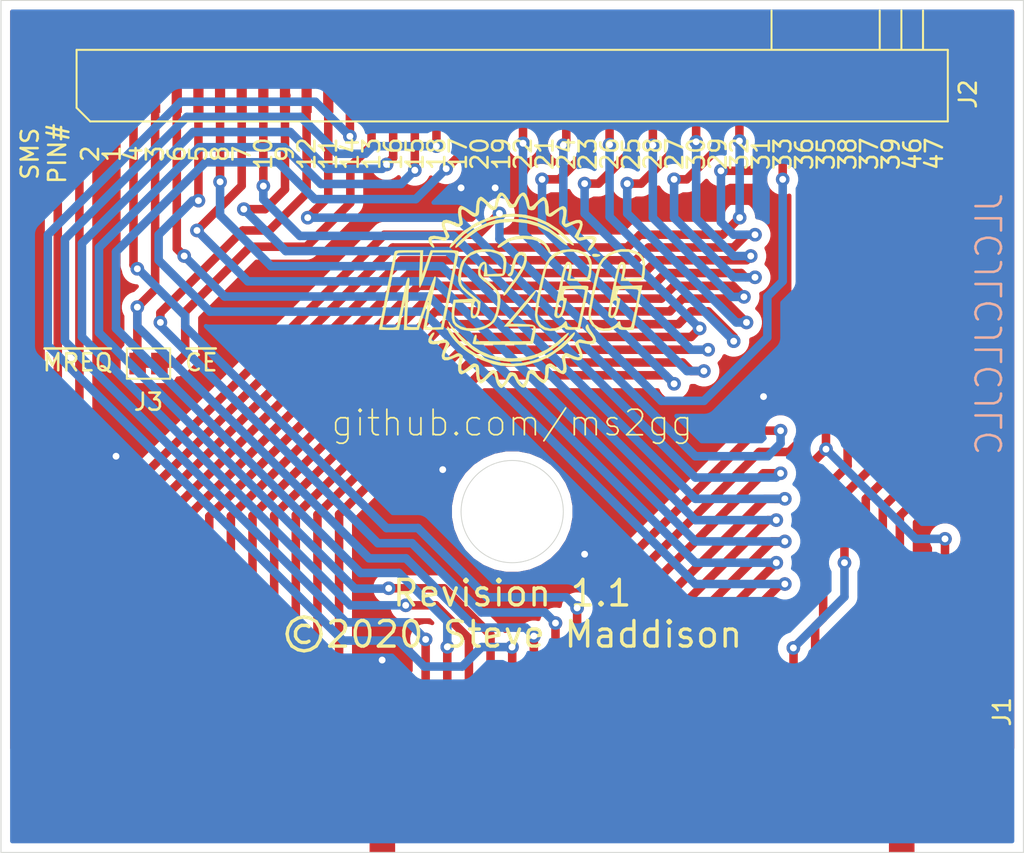
<source format=kicad_pcb>
(kicad_pcb (version 20171130) (host pcbnew "(5.1.6-0-10_14)")

  (general
    (thickness 1.6)
    (drawings 55)
    (tracks 480)
    (zones 0)
    (modules 4)
    (nets 41)
  )

  (page A4)
  (layers
    (0 F.Cu signal)
    (31 B.Cu signal)
    (32 B.Adhes user)
    (33 F.Adhes user)
    (34 B.Paste user)
    (35 F.Paste user)
    (36 B.SilkS user)
    (37 F.SilkS user)
    (38 B.Mask user)
    (39 F.Mask user)
    (40 Dwgs.User user)
    (41 Cmts.User user)
    (42 Eco1.User user)
    (43 Eco2.User user)
    (44 Edge.Cuts user)
    (45 Margin user)
    (46 B.CrtYd user)
    (47 F.CrtYd user)
    (48 B.Fab user)
    (49 F.Fab user hide)
  )

  (setup
    (last_trace_width 0.25)
    (user_trace_width 0.5)
    (user_trace_width 0.75)
    (user_trace_width 1)
    (trace_clearance 0.2)
    (zone_clearance 0.508)
    (zone_45_only no)
    (trace_min 0.2)
    (via_size 0.8)
    (via_drill 0.4)
    (via_min_size 0.4)
    (via_min_drill 0.3)
    (uvia_size 0.3)
    (uvia_drill 0.1)
    (uvias_allowed no)
    (uvia_min_size 0.2)
    (uvia_min_drill 0.1)
    (edge_width 0.05)
    (segment_width 0.2)
    (pcb_text_width 0.3)
    (pcb_text_size 1.5 1.5)
    (mod_edge_width 0.12)
    (mod_text_size 1 1)
    (mod_text_width 0.15)
    (pad_size 1.524 1.524)
    (pad_drill 0.762)
    (pad_to_mask_clearance 0.051)
    (solder_mask_min_width 0.25)
    (aux_axis_origin 0 0)
    (visible_elements FFFFF77F)
    (pcbplotparams
      (layerselection 0x010f0_ffffffff)
      (usegerberextensions false)
      (usegerberattributes false)
      (usegerberadvancedattributes false)
      (creategerberjobfile false)
      (excludeedgelayer true)
      (linewidth 0.100000)
      (plotframeref false)
      (viasonmask false)
      (mode 1)
      (useauxorigin false)
      (hpglpennumber 1)
      (hpglpenspeed 20)
      (hpglpendiameter 15.000000)
      (psnegative false)
      (psa4output false)
      (plotreference true)
      (plotvalue false)
      (plotinvisibletext false)
      (padsonsilk true)
      (subtractmaskfromsilk false)
      (outputformat 1)
      (mirror false)
      (drillshape 0)
      (scaleselection 1)
      (outputdirectory "plots"))
  )

  (net 0 "")
  (net 1 ~WR)
  (net 2 CLOCK)
  (net 3 ~RD)
  (net 4 ~RESET)
  (net 5 ~EXM1)
  (net 6 A14)
  (net 7 A13)
  (net 8 A8)
  (net 9 A9)
  (net 10 A11)
  (net 11 ~EXM2)
  (net 12 ~RFSH)
  (net 13 A10)
  (net 14 ~IOREQ)
  (net 15 ~CE)
  (net 16 ~M1)
  (net 17 D7)
  (net 18 A15)
  (net 19 D6)
  (net 20 D5)
  (net 21 D4)
  (net 22 A12)
  (net 23 D3)
  (net 24 A7)
  (net 25 GND)
  (net 26 A6)
  (net 27 A5)
  (net 28 A4)
  (net 29 D2)
  (net 30 A3)
  (net 31 D1)
  (net 32 A2)
  (net 33 D0)
  (net 34 A1)
  (net 35 A0)
  (net 36 +5V)
  (net 37 "Net-(J1-Pad1)")
  (net 38 "Net-(J1-Pad44)")
  (net 39 "Net-(J1-Pad45)")
  (net 40 ~GG)

  (net_class Default "This is the default net class."
    (clearance 0.2)
    (trace_width 0.25)
    (via_dia 0.8)
    (via_drill 0.4)
    (uvia_dia 0.3)
    (uvia_drill 0.1)
    (add_net +5V)
    (add_net A0)
    (add_net A1)
    (add_net A10)
    (add_net A11)
    (add_net A12)
    (add_net A13)
    (add_net A14)
    (add_net A15)
    (add_net A2)
    (add_net A3)
    (add_net A4)
    (add_net A5)
    (add_net A6)
    (add_net A7)
    (add_net A8)
    (add_net A9)
    (add_net CLOCK)
    (add_net D0)
    (add_net D1)
    (add_net D2)
    (add_net D3)
    (add_net D4)
    (add_net D5)
    (add_net D6)
    (add_net D7)
    (add_net GND)
    (add_net "Net-(J1-Pad1)")
    (add_net "Net-(J1-Pad44)")
    (add_net "Net-(J1-Pad45)")
    (add_net ~CE)
    (add_net ~EXM1)
    (add_net ~EXM2)
    (add_net ~GG)
    (add_net ~IOREQ)
    (add_net ~M1)
    (add_net ~RD)
    (add_net ~RESET)
    (add_net ~RFSH)
    (add_net ~WR)
  )

  (module GG_SMS:MS2GG_logo (layer F.Cu) (tedit 5EFCEC88) (tstamp 5EFCEB77)
    (at 150 87)
    (fp_text reference G*** (at 0 0) (layer F.SilkS) hide
      (effects (font (size 1.524 1.524) (thickness 0.3)))
    )
    (fp_text value LOGO (at 0.75 0) (layer F.SilkS) hide
      (effects (font (size 1.524 1.524) (thickness 0.3)))
    )
    (fp_poly (pts (xy 4.47828 2.100551) (xy 4.478421 2.109445) (xy 4.51786 2.221458) (xy 4.617519 2.383903)
      (xy 4.674746 2.460366) (xy 4.858592 2.7366) (xy 4.926224 2.951248) (xy 4.880526 3.099115)
      (xy 4.724386 3.175004) (xy 4.460688 3.173718) (xy 4.295214 3.143818) (xy 4.090379 3.105254)
      (xy 3.943605 3.091162) (xy 3.897426 3.098714) (xy 3.903364 3.173975) (xy 3.958041 3.326734)
      (xy 4.007568 3.436256) (xy 4.120537 3.739217) (xy 4.131036 3.95883) (xy 4.044303 4.089606)
      (xy 3.865573 4.126055) (xy 3.600084 4.062688) (xy 3.464678 4.005322) (xy 3.279191 3.926636)
      (xy 3.147706 3.886103) (xy 3.109338 3.886802) (xy 3.104454 3.964501) (xy 3.125313 4.132256)
      (xy 3.157005 4.302247) (xy 3.196745 4.606137) (xy 3.163579 4.806648) (xy 3.054851 4.914137)
      (xy 2.995446 4.932305) (xy 2.891657 4.906789) (xy 2.720928 4.8209) (xy 2.553038 4.715069)
      (xy 2.368335 4.59158) (xy 2.230361 4.505957) (xy 2.17398 4.478421) (xy 2.153363 4.538406)
      (xy 2.140265 4.691) (xy 2.137962 4.795921) (xy 2.108012 5.093161) (xy 2.027358 5.319712)
      (xy 1.906775 5.449866) (xy 1.856205 5.46807) (xy 1.748982 5.433118) (xy 1.589022 5.315515)
      (xy 1.451578 5.184583) (xy 1.24634 4.986957) (xy 1.108621 4.897006) (xy 1.030204 4.912241)
      (xy 1.002873 5.030177) (xy 1.002632 5.048725) (xy 0.972499 5.251247) (xy 0.896608 5.464299)
      (xy 0.796721 5.639061) (xy 0.701459 5.724396) (xy 0.572546 5.709053) (xy 0.422279 5.599275)
      (xy 0.281007 5.423912) (xy 0.18727 5.235615) (xy 0.097126 5.064497) (xy -0.001761 5.026686)
      (xy -0.110014 5.122175) (xy -0.173207 5.230394) (xy -0.310652 5.4574) (xy -0.461017 5.636297)
      (xy -0.59673 5.736818) (xy -0.64511 5.748421) (xy -0.741415 5.697405) (xy -0.840004 5.583862)
      (xy -0.920484 5.406957) (xy -0.978466 5.185546) (xy -0.98403 5.149388) (xy -1.020642 4.981147)
      (xy -1.068427 4.886829) (xy -1.084237 4.879473) (xy -1.161088 4.924128) (xy -1.297253 5.040399)
      (xy -1.440574 5.180263) (xy -1.608309 5.338249) (xy -1.751096 5.447183) (xy -1.82748 5.481052)
      (xy -1.968991 5.419) (xy -2.066229 5.240715) (xy -2.113352 4.958005) (xy -2.11604 4.897694)
      (xy -2.12702 4.691208) (xy -2.144047 4.546445) (xy -2.156811 4.505119) (xy -2.223173 4.523622)
      (xy -2.366472 4.60177) (xy -2.537356 4.710589) (xy -2.735638 4.834428) (xy -2.899592 4.919801)
      (xy -2.982623 4.946315) (xy -3.101116 4.887327) (xy -3.168111 4.725512) (xy -3.178024 4.483598)
      (xy -3.147393 4.275886) (xy -3.111356 4.074045) (xy -3.09932 3.931013) (xy -3.106966 3.889174)
      (xy -3.181693 3.895514) (xy -3.336268 3.949256) (xy -3.464678 4.005322) (xy -3.764874 4.112029)
      (xy -3.980498 4.116627) (xy -4.106315 4.024604) (xy -4.137087 3.84145) (xy -4.067578 3.572653)
      (xy -4.007568 3.436256) (xy -3.930463 3.257024) (xy -3.894252 3.131245) (xy -3.897425 3.098714)
      (xy -3.977104 3.09241) (xy -4.144686 3.113962) (xy -4.295214 3.143818) (xy -4.606296 3.186185)
      (xy -4.814336 3.152389) (xy -4.916061 3.043795) (xy -4.914548 2.885429) (xy -4.851355 2.732896)
      (xy -4.753605 2.591933) (xy -4.651833 2.498035) (xy -4.576575 2.486694) (xy -4.573723 2.489259)
      (xy -4.576729 2.567656) (xy -4.638708 2.684234) (xy -4.718562 2.826893) (xy -4.745789 2.922504)
      (xy -4.688158 2.985274) (xy -4.53859 3.005496) (xy -4.332071 2.982592) (xy -4.148019 2.932364)
      (xy -3.985923 2.891561) (xy -3.874741 2.924183) (xy -3.789258 2.998928) (xy -3.698601 3.101164)
      (xy -3.686415 3.18578) (xy -3.748906 3.313116) (xy -3.767506 3.344745) (xy -3.87046 3.549657)
      (xy -3.944521 3.746076) (xy -3.973227 3.883561) (xy -3.931515 3.935792) (xy -3.822044 3.943434)
      (xy -3.646146 3.908288) (xy -3.445972 3.822215) (xy -3.414919 3.804202) (xy -3.251836 3.718422)
      (xy -3.135372 3.706946) (xy -3.025467 3.751639) (xy -2.909352 3.846924) (xy -2.898681 3.980503)
      (xy -2.904625 4.007845) (xy -2.940393 4.185121) (xy -2.977759 4.410161) (xy -2.98527 4.46171)
      (xy -2.995205 4.652546) (xy -2.950356 4.737993) (xy -2.841759 4.718897) (xy -2.660451 4.596106)
      (xy -2.547822 4.50303) (xy -2.375949 4.365213) (xy -2.259832 4.306315) (xy -2.159993 4.311436)
      (xy -2.101317 4.334492) (xy -2.009435 4.390552) (xy -1.960404 4.476783) (xy -1.941162 4.63109)
      (xy -1.938421 4.807253) (xy -1.925345 5.047615) (xy -1.890031 5.208828) (xy -1.85892 5.254928)
      (xy -1.770044 5.235141) (xy -1.623652 5.116724) (xy -1.496791 4.982878) (xy -1.32906 4.80435)
      (xy -1.208708 4.714472) (xy -1.104537 4.693737) (xy -1.049243 4.703085) (xy -0.937883 4.756797)
      (xy -0.87408 4.872462) (xy -0.840472 5.036897) (xy -0.791094 5.248884) (xy -0.721424 5.420788)
      (xy -0.6991 5.455316) (xy -0.621093 5.540876) (xy -0.56006 5.523428) (xy -0.495961 5.447631)
      (xy -0.401007 5.297006) (xy -0.302704 5.097576) (xy -0.286742 5.059702) (xy -0.207433 4.896526)
      (xy -0.121865 4.829217) (xy 0.012828 4.825068) (xy 0.019866 4.825755) (xy 0.181613 4.874028)
      (xy 0.276451 5.004164) (xy 0.295252 5.053369) (xy 0.385831 5.257834) (xy 0.482801 5.421)
      (xy 0.569128 5.527747) (xy 0.628565 5.531706) (xy 0.695204 5.458177) (xy 0.768558 5.313801)
      (xy 0.828785 5.109839) (xy 0.838879 5.057124) (xy 0.884586 4.872466) (xy 0.942423 4.74844)
      (xy 0.960686 4.730102) (xy 1.118363 4.680216) (xy 1.272726 4.706031) (xy 1.36536 4.797363)
      (xy 1.366528 4.800862) (xy 1.44118 4.933541) (xy 1.566399 5.074998) (xy 1.705856 5.192542)
      (xy 1.823223 5.253482) (xy 1.866147 5.250462) (xy 1.904786 5.164426) (xy 1.931011 4.987094)
      (xy 1.938421 4.807253) (xy 1.944224 4.579812) (xy 1.970338 4.447954) (xy 2.029824 4.373773)
      (xy 2.101317 4.334492) (xy 2.208309 4.301936) (xy 2.311023 4.325638) (xy 2.448936 4.4205)
      (xy 2.547823 4.50303) (xy 2.719716 4.637445) (xy 2.860951 4.725602) (xy 2.919663 4.745789)
      (xy 2.985247 4.687389) (xy 3.005671 4.530964) (xy 2.979916 4.304673) (xy 2.941368 4.14531)
      (xy 2.907785 3.972136) (xy 2.942545 3.856066) (xy 3.006206 3.781981) (xy 3.090069 3.706455)
      (xy 3.166242 3.686502) (xy 3.279922 3.723739) (xy 3.430975 3.79715) (xy 3.636 3.884805)
      (xy 3.815448 3.937163) (xy 3.871957 3.943684) (xy 3.963335 3.917942) (xy 3.983283 3.830566)
      (xy 3.929521 3.666326) (xy 3.799768 3.409993) (xy 3.789105 3.390607) (xy 3.649867 3.138319)
      (xy 3.79061 2.997577) (xy 3.906307 2.906053) (xy 4.025341 2.896521) (xy 4.148019 2.932364)
      (xy 4.389805 2.994326) (xy 4.589469 3.004889) (xy 4.716472 2.965305) (xy 4.74579 2.907824)
      (xy 4.703492 2.80437) (xy 4.595152 2.648176) (xy 4.506487 2.542874) (xy 4.356107 2.351953)
      (xy 4.302407 2.210989) (xy 4.310465 2.141628) (xy 4.375112 2.029925) (xy 4.443824 2.013785)
      (xy 4.47828 2.100551)) (layer F.SilkS) (width 0.01))
    (fp_poly (pts (xy -3.700714 2.226855) (xy -3.577366 2.40953) (xy -3.553563 2.446084) (xy -3.129199 2.98049)
      (xy -2.609936 3.438488) (xy -2.016494 3.810773) (xy -1.369597 4.088042) (xy -0.689967 4.26099)
      (xy 0.001674 4.320312) (xy 0.535025 4.281885) (xy 1.21954 4.141733) (xy 1.816149 3.926667)
      (xy 2.357033 3.620521) (xy 2.87437 3.207125) (xy 3.093557 2.996436) (xy 3.305547 2.785845)
      (xy 3.481832 2.615758) (xy 3.602078 2.505472) (xy 3.645004 2.473157) (xy 3.687635 2.514511)
      (xy 3.644974 2.626409) (xy 3.531671 2.790613) (xy 3.362376 2.98888) (xy 3.15174 3.20297)
      (xy 2.914413 3.414643) (xy 2.84079 3.474478) (xy 2.208313 3.896255) (xy 1.521992 4.207419)
      (xy 0.800569 4.403838) (xy 0.062785 4.481376) (xy -0.672619 4.435902) (xy -1.111405 4.346157)
      (xy -1.823865 4.092658) (xy -2.507219 3.712154) (xy -2.777891 3.520724) (xy -3.055161 3.287755)
      (xy -3.316062 3.024638) (xy -3.540477 2.756443) (xy -3.708292 2.508236) (xy -3.799392 2.305087)
      (xy -3.81 2.234492) (xy -3.802651 2.151202) (xy -3.771016 2.144701) (xy -3.700714 2.226855)) (layer F.SilkS) (width 0.01))
    (fp_poly (pts (xy -3.656652 1.93628) (xy -3.64528 1.957381) (xy -3.560804 2.076201) (xy -3.402556 2.262149)
      (xy -3.193181 2.48975) (xy -2.955479 2.733376) (xy -2.408352 3.218314) (xy -1.858061 3.579553)
      (xy -1.284152 3.825956) (xy -0.666169 3.966387) (xy -0.009648 4.009733) (xy 0.728554 3.952731)
      (xy 1.408339 3.777287) (xy 2.039073 3.47967) (xy 2.630126 3.056152) (xy 2.825265 2.881347)
      (xy 3.058979 2.671135) (xy 3.22282 2.544688) (xy 3.310713 2.503945) (xy 3.316582 2.550846)
      (xy 3.23435 2.68733) (xy 3.173284 2.770255) (xy 2.95622 3.00336) (xy 2.65365 3.259846)
      (xy 2.303391 3.51149) (xy 1.943261 3.73007) (xy 1.765463 3.820909) (xy 1.143547 4.047204)
      (xy 0.466768 4.174444) (xy -0.225417 4.198317) (xy -0.893553 4.114507) (xy -0.902368 4.112589)
      (xy -1.602 3.891714) (xy -2.252832 3.548609) (xy -2.844242 3.089158) (xy -2.973296 2.965097)
      (xy -3.182814 2.737706) (xy -3.3844 2.488113) (xy -3.558014 2.244775) (xy -3.683614 2.036152)
      (xy -3.74116 1.890701) (xy -3.742746 1.872471) (xy -3.717657 1.85267) (xy -3.656652 1.93628)) (layer F.SilkS) (width 0.01))
    (fp_poly (pts (xy 1.377573 0.098863) (xy 1.285946 0.259197) (xy 1.114469 0.497105) (xy 0.858838 0.818523)
      (xy 0.514751 1.229385) (xy 0.480111 1.27) (xy -0.119237 1.971842) (xy 0.56902 1.990749)
      (xy 0.924933 2.004894) (xy 1.165445 2.033719) (xy 1.308839 2.091404) (xy 1.373398 2.192124)
      (xy 1.377403 2.350059) (xy 1.339137 2.579384) (xy 1.337667 2.58681) (xy 1.290113 2.818233)
      (xy 1.248071 3.008606) (xy 1.227471 3.091447) (xy 1.208575 3.12673) (xy 1.164335 3.154149)
      (xy 1.07963 3.174685) (xy 0.939342 3.189317) (xy 0.72835 3.199025) (xy 0.431534 3.20479)
      (xy 0.033775 3.207591) (xy -0.480048 3.208408) (xy -0.577166 3.208421) (xy -1.109819 3.207922)
      (xy -1.523361 3.205774) (xy -1.832368 3.200997) (xy -2.051412 3.192609) (xy -2.195067 3.179632)
      (xy -2.277906 3.161086) (xy -2.314501 3.13599) (xy -2.319428 3.103365) (xy -2.316769 3.091447)
      (xy -2.278085 2.937081) (xy -2.24415 2.790657) (xy -2.185092 2.642601) (xy -2.12139 2.608529)
      (xy -2.085541 2.684788) (xy -2.0955 2.807368) (xy -2.135605 3.007894) (xy 1.066927 3.007894)
      (xy 1.101081 2.8575) (xy 1.136798 2.695907) (xy 1.183161 2.481034) (xy 1.195512 2.423026)
      (xy 1.25579 2.138947) (xy -0.481807 2.138947) (xy -0.207217 1.821447) (xy -0.063442 1.653479)
      (xy 0.141747 1.411492) (xy 0.384145 1.124135) (xy 0.639546 0.820058) (xy 0.718818 0.725395)
      (xy 0.944878 0.460853) (xy 1.139976 0.243204) (xy 1.289015 0.08845) (xy 1.376898 0.01259)
      (xy 1.393653 0.010171) (xy 1.377573 0.098863)) (layer F.SilkS) (width 0.01))
    (fp_poly (pts (xy -1.116914 -2.364127) (xy -0.779921 -2.253459) (xy -0.523649 -2.084745) (xy -0.430415 -1.975029)
      (xy -0.362718 -1.830483) (xy -0.341244 -1.648341) (xy -0.356168 -1.412454) (xy -0.387371 -1.134511)
      (xy -0.428637 -0.957031) (xy -0.506708 -0.85751) (xy -0.648328 -0.813442) (xy -0.880237 -0.802323)
      (xy -1.081435 -0.802106) (xy -1.680672 -0.802106) (xy -1.634739 -1.169737) (xy -1.615612 -1.370209)
      (xy -1.614213 -1.503737) (xy -1.625155 -1.537369) (xy -1.728514 -1.478857) (xy -1.818649 -1.335213)
      (xy -1.868512 -1.154272) (xy -1.871579 -1.101522) (xy -1.848532 -0.93716) (xy -1.758993 -0.805946)
      (xy -1.620921 -0.692767) (xy -1.200558 -0.35536) (xy -0.907178 -0.048899) (xy -0.738396 0.229375)
      (xy -0.696914 0.377194) (xy -0.68898 0.663536) (xy -0.731228 1.002613) (xy -0.812691 1.348314)
      (xy -0.922404 1.654526) (xy -1.049399 1.875138) (xy -1.054679 1.881524) (xy -1.339335 2.124152)
      (xy -1.706003 2.296576) (xy -2.118847 2.391707) (xy -2.542029 2.402458) (xy -2.939715 2.321739)
      (xy -3.052815 2.276764) (xy -3.320373 2.113964) (xy -3.48065 1.904202) (xy -3.549014 1.620958)
      (xy -3.552662 1.414129) (xy -3.547409 1.33431) (xy -3.403419 1.33431) (xy -3.397558 1.636083)
      (xy -3.349674 1.854189) (xy -3.336712 1.881655) (xy -3.233372 1.992165) (xy -3.059638 2.109358)
      (xy -2.985791 2.147395) (xy -2.67393 2.23616) (xy -2.301805 2.256097) (xy -1.922421 2.209386)
      (xy -1.58878 2.098205) (xy -1.570789 2.089233) (xy -1.378443 1.975834) (xy -1.224245 1.859269)
      (xy -1.193418 1.82856) (xy -1.05851 1.609017) (xy -0.954109 1.31123) (xy -0.885611 0.974391)
      (xy -0.858413 0.63769) (xy -0.877914 0.340321) (xy -0.94951 0.121475) (xy -0.956738 0.109917)
      (xy -1.059445 -0.009029) (xy -1.236426 -0.178389) (xy -1.455377 -0.367873) (xy -1.536688 -0.433932)
      (xy -1.759833 -0.615235) (xy -1.897841 -0.743788) (xy -1.971134 -0.848869) (xy -2.000134 -0.959756)
      (xy -2.005263 -1.10573) (xy -2.005263 -1.105742) (xy -1.967658 -1.353129) (xy -1.868266 -1.543919)
      (xy -1.727223 -1.649496) (xy -1.616811 -1.657826) (xy -1.544494 -1.608408) (xy -1.502511 -1.476307)
      (xy -1.48364 -1.283113) (xy -1.463334 -0.929846) (xy -1.016446 -0.949528) (xy -0.569557 -0.969211)
      (xy -0.519579 -1.318024) (xy -0.499922 -1.638117) (xy -0.556281 -1.868054) (xy -0.700778 -2.035108)
      (xy -0.885161 -2.140526) (xy -1.258398 -2.247812) (xy -1.66628 -2.262571) (xy -2.068724 -2.190614)
      (xy -2.425651 -2.037753) (xy -2.624177 -1.888393) (xy -2.793832 -1.650505) (xy -2.921284 -1.319545)
      (xy -2.994699 -0.932628) (xy -3.007895 -0.684569) (xy -3.004791 -0.526505) (xy -2.985251 -0.40073)
      (xy -2.933928 -0.28619) (xy -2.835477 -0.161832) (xy -2.674553 -0.0066) (xy -2.43581 0.200557)
      (xy -2.245684 0.361184) (xy -1.856727 0.688947) (xy -1.886277 1.04528) (xy -1.944183 1.343329)
      (xy -2.054539 1.551162) (xy -2.206329 1.652575) (xy -2.302365 1.657284) (xy -2.375215 1.63442)
      (xy -2.414739 1.571813) (xy -2.428908 1.438884) (xy -2.428064 1.37749) (xy -2.319245 1.37749)
      (xy -2.309182 1.453052) (xy -2.248242 1.51654) (xy -2.172045 1.473091) (xy -2.097087 1.345624)
      (xy -2.039866 1.15706) (xy -2.024144 1.057023) (xy -2.018302 0.834873) (xy -2.067614 0.704212)
      (xy -2.092929 0.678876) (xy -2.153871 0.6476) (xy -2.198986 0.690539) (xy -2.242049 0.829973)
      (xy -2.272725 0.969663) (xy -2.308776 1.194703) (xy -2.319245 1.37749) (xy -2.428064 1.37749)
      (xy -2.425691 1.205054) (xy -2.425097 1.186447) (xy -2.410456 0.735263) (xy -3.324614 0.735263)
      (xy -3.366045 0.985921) (xy -3.403419 1.33431) (xy -3.547409 1.33431) (xy -3.535473 1.15299)
      (xy -3.506669 0.906427) (xy -3.488241 0.802105) (xy -3.437375 0.568157) (xy -2.280793 0.501315)
      (xy -2.661054 0.199282) (xy -2.930884 -0.043875) (xy -3.097868 -0.279381) (xy -3.172598 -0.540197)
      (xy -3.165665 -0.859285) (xy -3.106562 -1.187133) (xy -3.034887 -1.472644) (xy -2.957261 -1.672694)
      (xy -2.850473 -1.834387) (xy -2.715442 -1.980858) (xy -2.449956 -2.196836) (xy -2.152046 -2.330722)
      (xy -1.786993 -2.394657) (xy -1.503947 -2.404475) (xy -1.116914 -2.364127)) (layer F.SilkS) (width 0.01))
    (fp_poly (pts (xy 3.475348 -2.404848) (xy 3.870637 -2.357324) (xy 4.212569 -2.226658) (xy 4.4722 -2.025776)
      (xy 4.54847 -1.925597) (xy 4.623276 -1.784448) (xy 4.659579 -1.635501) (xy 4.664181 -1.43295)
      (xy 4.6518 -1.229729) (xy 4.627506 -0.925577) (xy 4.593744 -0.726131) (xy 4.525676 -0.609358)
      (xy 4.398468 -0.553224) (xy 4.187283 -0.535695) (xy 3.868417 -0.534737) (xy 3.56701 -0.535886)
      (xy 3.376124 -0.543037) (xy 3.272599 -0.561747) (xy 3.233273 -0.597572) (xy 3.234986 -0.656069)
      (xy 3.241516 -0.685132) (xy 3.308411 -1.005464) (xy 3.344727 -1.262187) (xy 3.350893 -1.441081)
      (xy 3.327335 -1.527926) (xy 3.274481 -1.508501) (xy 3.219335 -1.422267) (xy 3.186255 -1.323658)
      (xy 3.135382 -1.134402) (xy 3.076217 -0.89472) (xy 3.018258 -0.644835) (xy 2.971008 -0.424966)
      (xy 2.943964 -0.275337) (xy 2.940921 -0.243509) (xy 3.003285 -0.241431) (xy 3.172911 -0.242946)
      (xy 3.423436 -0.247669) (xy 3.709606 -0.254705) (xy 4.054104 -0.26072) (xy 4.283656 -0.255657)
      (xy 4.416663 -0.237912) (xy 4.471525 -0.205878) (xy 4.475694 -0.187863) (xy 4.461839 -0.09693)
      (xy 4.425004 0.102405) (xy 4.369549 0.387682) (xy 4.299835 0.736445) (xy 4.225036 1.102894)
      (xy 3.977105 2.306052) (xy 3.558477 2.325975) (xy 3.31182 2.329553) (xy 3.17003 2.307808)
      (xy 3.105889 2.256018) (xy 3.1018 2.246745) (xy 3.059565 2.191205) (xy 2.977066 2.206808)
      (xy 2.852008 2.276704) (xy 2.583522 2.375369) (xy 2.25939 2.39977) (xy 1.936227 2.348228)
      (xy 1.822764 2.307216) (xy 1.576092 2.130315) (xy 1.411839 1.858806) (xy 1.339658 1.510227)
      (xy 1.337901 1.451742) (xy 1.470526 1.451742) (xy 1.528037 1.766912) (xy 1.686021 2.015268)
      (xy 1.922655 2.183992) (xy 2.216119 2.260262) (xy 2.544589 2.231259) (xy 2.705604 2.177303)
      (xy 2.883838 2.075377) (xy 3.012785 1.954591) (xy 3.020325 1.943356) (xy 3.117018 1.824109)
      (xy 3.181453 1.834346) (xy 3.219095 1.9753) (xy 3.220692 1.988552) (xy 3.245661 2.102129)
      (xy 3.311699 2.155774) (xy 3.457602 2.171638) (xy 3.542632 2.172368) (xy 3.843421 2.172368)
      (xy 4.058013 1.136315) (xy 4.131593 0.776773) (xy 4.194642 0.460523) (xy 4.242419 0.211997)
      (xy 4.270182 0.055627) (xy 4.275249 0.01671) (xy 4.23424 -0.026512) (xy 4.097798 -0.053183)
      (xy 3.850761 -0.065445) (xy 3.684112 -0.066843) (xy 3.399862 -0.064631) (xy 3.221616 -0.053622)
      (xy 3.121715 -0.027255) (xy 3.072496 0.02103) (xy 3.050025 0.083552) (xy 3.011009 0.315947)
      (xy 3.045356 0.443437) (xy 3.108158 0.467894) (xy 3.165542 0.469459) (xy 3.195247 0.491729)
      (xy 3.197083 0.561066) (xy 3.170864 0.703835) (xy 3.116403 0.946399) (xy 3.104379 0.999207)
      (xy 3.03423 1.246898) (xy 2.951249 1.452713) (xy 2.875222 1.569874) (xy 2.722667 1.6457)
      (xy 2.577964 1.625685) (xy 2.485606 1.523164) (xy 2.472932 1.449311) (xy 2.477624 1.409322)
      (xy 2.63995 1.409322) (xy 2.64842 1.483724) (xy 2.716395 1.513076) (xy 2.797883 1.433504)
      (xy 2.878057 1.266729) (xy 2.93645 1.061819) (xy 2.985309 0.822034) (xy 3.001056 0.684324)
      (xy 2.9806 0.620497) (xy 2.920851 0.602357) (xy 2.886009 0.601579) (xy 2.811115 0.629784)
      (xy 2.754295 0.731765) (xy 2.70298 0.933571) (xy 2.687688 1.012583) (xy 2.653164 1.237106)
      (xy 2.63995 1.409322) (xy 2.477624 1.409322) (xy 2.485566 1.341644) (xy 2.520974 1.124977)
      (xy 2.5752 0.821297) (xy 2.644291 0.452589) (xy 2.724291 0.040839) (xy 2.745651 -0.066843)
      (xy 2.854812 -0.596731) (xy 2.948827 -1.005991) (xy 3.03249 -1.306185) (xy 3.110597 -1.508874)
      (xy 3.187942 -1.625618) (xy 3.26932 -1.667979) (xy 3.359523 -1.647519) (xy 3.393166 -1.628234)
      (xy 3.468665 -1.547171) (xy 3.500229 -1.412161) (xy 3.4903 -1.196482) (xy 3.454893 -0.9525)
      (xy 3.407368 -0.668421) (xy 3.904969 -0.668421) (xy 4.167229 -0.670598) (xy 4.328727 -0.694803)
      (xy 4.419376 -0.767549) (xy 4.469089 -0.915347) (xy 4.50778 -1.164711) (xy 4.513857 -1.208082)
      (xy 4.514249 -1.57086) (xy 4.403736 -1.860391) (xy 4.183245 -2.074762) (xy 4.063174 -2.139621)
      (xy 3.665457 -2.255102) (xy 3.257075 -2.259749) (xy 2.863963 -2.163362) (xy 2.512054 -1.975741)
      (xy 2.227285 -1.706686) (xy 2.038797 -1.374663) (xy 1.987244 -1.204225) (xy 1.919883 -0.934477)
      (xy 1.842264 -0.593028) (xy 1.759939 -0.207485) (xy 1.678457 0.194543) (xy 1.60337 0.585449)
      (xy 1.540228 0.937625) (xy 1.494583 1.223462) (xy 1.471984 1.415354) (xy 1.470526 1.451742)
      (xy 1.337901 1.451742) (xy 1.337092 1.424817) (xy 1.353314 1.193837) (xy 1.398094 0.868223)
      (xy 1.465227 0.477185) (xy 1.548509 0.049934) (xy 1.641736 -0.384323) (xy 1.738703 -0.796375)
      (xy 1.833206 -1.157013) (xy 1.919041 -1.437027) (xy 1.97512 -1.578901) (xy 2.216671 -1.93885)
      (xy 2.544309 -2.196637) (xy 2.957639 -2.352046) (xy 3.456269 -2.404861) (xy 3.475348 -2.404848)) (layer F.SilkS) (width 0.01))
    (fp_poly (pts (xy 6.824899 -2.400665) (xy 7.238389 -2.287978) (xy 7.267698 -2.27505) (xy 7.539671 -2.109625)
      (xy 7.710913 -1.894627) (xy 7.792737 -1.607868) (xy 7.797125 -1.236579) (xy 7.774102 -0.92879)
      (xy 7.73977 -0.727299) (xy 7.669294 -0.609625) (xy 7.537839 -0.55329) (xy 7.320572 -0.535816)
      (xy 7.021746 -0.534737) (xy 6.370952 -0.534737) (xy 6.456305 -0.985921) (xy 6.492609 -1.241183)
      (xy 6.495285 -1.422958) (xy 6.467679 -1.515282) (xy 6.413135 -1.502191) (xy 6.363753 -1.427571)
      (xy 6.329669 -1.327084) (xy 6.277875 -1.136081) (xy 6.217955 -0.894913) (xy 6.159494 -0.643933)
      (xy 6.112076 -0.423492) (xy 6.085287 -0.273943) (xy 6.0825 -0.243509) (xy 6.144891 -0.241444)
      (xy 6.3147 -0.242954) (xy 6.56572 -0.247656) (xy 6.86038 -0.25486) (xy 7.638391 -0.275772)
      (xy 7.601256 -0.087755) (xy 7.576187 0.039308) (xy 7.530449 0.271257) (xy 7.469224 0.581818)
      (xy 7.39769 0.944714) (xy 7.343458 1.219868) (xy 7.122796 2.339473) (xy 6.700879 2.339473)
      (xy 6.441513 2.328874) (xy 6.294153 2.29426) (xy 6.242147 2.243533) (xy 6.198477 2.191101)
      (xy 6.11056 2.211036) (xy 5.993587 2.276704) (xy 5.717717 2.377993) (xy 5.390683 2.398979)
      (xy 5.068814 2.338833) (xy 4.954437 2.292021) (xy 4.694495 2.0947) (xy 4.534642 1.811465)
      (xy 4.479935 1.457135) (xy 4.612157 1.457135) (xy 4.66975 1.769577) (xy 4.82797 2.016089)
      (xy 5.064741 2.183797) (xy 5.357984 2.259827) (xy 5.685623 2.231306) (xy 5.847183 2.177303)
      (xy 6.025417 2.075377) (xy 6.154364 1.954591) (xy 6.161904 1.943356) (xy 6.258597 1.824109)
      (xy 6.323032 1.834346) (xy 6.360674 1.9753) (xy 6.362271 1.988552) (xy 6.393849 2.110894)
      (xy 6.478487 2.169524) (xy 6.642887 2.193639) (xy 6.823843 2.193761) (xy 6.945641 2.167303)
      (xy 6.959641 2.157622) (xy 6.988886 2.078976) (xy 7.037448 1.896638) (xy 7.099386 1.638191)
      (xy 7.168758 1.33122) (xy 7.239621 1.003308) (xy 7.306034 0.68204) (xy 7.362055 0.394999)
      (xy 7.401741 0.169768) (xy 7.419151 0.033933) (xy 7.419474 0.022992) (xy 7.385999 -0.022292)
      (xy 7.272588 -0.050346) (xy 7.059762 -0.064116) (xy 6.825691 -0.066843) (xy 6.541441 -0.064631)
      (xy 6.363195 -0.053622) (xy 6.263294 -0.027255) (xy 6.214075 0.02103) (xy 6.191603 0.083552)
      (xy 6.152588 0.315947) (xy 6.186935 0.443437) (xy 6.249737 0.467894) (xy 6.307121 0.469459)
      (xy 6.336826 0.491729) (xy 6.338662 0.561066) (xy 6.312443 0.703835) (xy 6.257982 0.946399)
      (xy 6.245958 0.999207) (xy 6.173877 1.253054) (xy 6.088933 1.460287) (xy 6.0145 1.571956)
      (xy 5.857445 1.648064) (xy 5.71437 1.608998) (xy 5.638723 1.503463) (xy 5.638004 1.409322)
      (xy 5.781529 1.409322) (xy 5.789999 1.483724) (xy 5.857974 1.513076) (xy 5.939462 1.433504)
      (xy 6.019636 1.266729) (xy 6.078029 1.061819) (xy 6.126888 0.822034) (xy 6.142635 0.684324)
      (xy 6.122179 0.620497) (xy 6.06243 0.602357) (xy 6.027588 0.601579) (xy 5.952693 0.629784)
      (xy 5.895874 0.731765) (xy 5.844559 0.933571) (xy 5.829267 1.012583) (xy 5.794742 1.237106)
      (xy 5.781529 1.409322) (xy 5.638004 1.409322) (xy 5.63795 1.402374) (xy 5.663113 1.195004)
      (xy 5.709371 0.905166) (xy 5.771886 0.556674) (xy 5.845817 0.173339) (xy 5.926325 -0.221024)
      (xy 6.008571 -0.602604) (xy 6.087714 -0.947587) (xy 6.158916 -1.23216) (xy 6.217337 -1.43251)
      (xy 6.252777 -1.517969) (xy 6.386215 -1.649343) (xy 6.523442 -1.649444) (xy 6.61676 -1.571523)
      (xy 6.660889 -1.464047) (xy 6.661222 -1.285603) (xy 6.616487 -1.015023) (xy 6.571396 -0.815861)
      (xy 6.558542 -0.739581) (xy 6.582445 -0.695302) (xy 6.668612 -0.676053) (xy 6.842552 -0.674865)
      (xy 7.060565 -0.682177) (xy 7.586579 -0.701843) (xy 7.643972 -1.130339) (xy 7.66295 -1.501532)
      (xy 7.600429 -1.780705) (xy 7.447569 -1.988054) (xy 7.20163 -2.141019) (xy 6.811646 -2.252557)
      (xy 6.403663 -2.25632) (xy 6.00696 -2.161568) (xy 5.650817 -1.977558) (xy 5.364512 -1.713548)
      (xy 5.238214 -1.520174) (xy 5.191253 -1.38869) (xy 5.126352 -1.151374) (xy 5.048934 -0.834022)
      (xy 4.964425 -0.462429) (xy 4.878248 -0.06239) (xy 4.795827 0.340301) (xy 4.722587 0.719847)
      (xy 4.663951 1.050454) (xy 4.625343 1.306326) (xy 4.612157 1.457135) (xy 4.479935 1.457135)
      (xy 4.478705 1.449173) (xy 4.478671 1.440258) (xy 4.493647 1.241734) (xy 4.534915 0.944259)
      (xy 4.596674 0.576491) (xy 4.673119 0.167092) (xy 4.758448 -0.255278) (xy 4.846857 -0.661959)
      (xy 4.932543 -1.024291) (xy 5.009703 -1.313614) (xy 5.072534 -1.501266) (xy 5.075822 -1.508894)
      (xy 5.295424 -1.850598) (xy 5.606462 -2.11983) (xy 5.982607 -2.307387) (xy 6.397529 -2.404067)
      (xy 6.824899 -2.400665)) (layer F.SilkS) (width 0.01))
    (fp_poly (pts (xy -5.253983 -1.620921) (xy -5.279882 -0.902369) (xy -5.031823 -1.620921) (xy -4.783763 -2.339474)
      (xy -3.962671 -2.339474) (xy -3.617726 -2.337766) (xy -3.385003 -2.330598) (xy -3.243064 -2.314905)
      (xy -3.170469 -2.287621) (xy -3.145777 -2.245681) (xy -3.144546 -2.2225) (xy -3.158196 -2.130933)
      (xy -3.195588 -1.924602) (xy -3.253578 -1.619696) (xy -3.329022 -1.232406) (xy -3.418774 -0.778921)
      (xy -3.519691 -0.275429) (xy -3.59573 0.100263) (xy -4.043947 2.306052) (xy -4.628816 2.325365)
      (xy -4.889519 2.327629) (xy -5.090379 2.317296) (xy -5.201214 2.296472) (xy -5.213684 2.284541)
      (xy -5.20102 2.197471) (xy -5.166827 2.009909) (xy -5.116801 1.752244) (xy -5.074342 1.541193)
      (xy -5.01908 1.256786) (xy -4.979261 1.025197) (xy -4.959455 0.87485) (xy -4.960382 0.8326)
      (xy -4.989606 0.882002) (xy -5.0507 1.03525) (xy -5.134859 1.26884) (xy -5.233279 1.559274)
      (xy -5.237916 1.573345) (xy -5.490067 2.339473) (xy -6.356468 2.339473) (xy -6.321963 1.487236)
      (xy -6.287457 0.635) (xy -6.465914 1.487236) (xy -6.64437 2.339473) (xy -7.232448 2.339473)
      (xy -7.494116 2.337411) (xy -7.695907 2.331894) (xy -7.807654 2.32393) (xy -7.820526 2.31985)
      (xy -7.80793 2.250587) (xy -7.788877 2.152502) (xy -7.62 2.152502) (xy -7.559259 2.180557)
      (xy -7.401327 2.199861) (xy -7.217293 2.205789) (xy -6.988801 2.200071) (xy -6.858108 2.175106)
      (xy -6.789541 2.119175) (xy -6.759431 2.055394) (xy -6.729981 1.945283) (xy -6.680241 1.72656)
      (xy -6.615052 1.421916) (xy -6.539254 1.054039) (xy -6.457685 0.645619) (xy -6.445761 0.584868)
      (xy -6.347531 0.098023) (xy -6.266895 -0.266943) (xy -6.201124 -0.520282) (xy -6.147483 -0.672244)
      (xy -6.103242 -0.733082) (xy -6.093928 -0.735264) (xy -6.037263 -0.70207) (xy -6.025526 -0.584547)
      (xy -6.039407 -0.451185) (xy -6.052551 -0.312674) (xy -6.070056 -0.068898) (xy -6.090353 0.251855)
      (xy -6.111872 0.621298) (xy -6.133045 1.011143) (xy -6.152302 1.393102) (xy -6.168073 1.738888)
      (xy -6.17879 2.020213) (xy -6.18124 2.105526) (xy -6.12263 2.145681) (xy -5.972687 2.169521)
      (xy -5.887675 2.172368) (xy -5.592456 2.172368) (xy -5.09671 0.685131) (xy -5.091041 0.668421)
      (xy -4.946316 0.668421) (xy -4.921859 0.723439) (xy -4.901754 0.712982) (xy -4.893755 0.633656)
      (xy -4.901754 0.623859) (xy -4.941492 0.633035) (xy -4.946316 0.668421) (xy -5.091041 0.668421)
      (xy -4.954333 0.265495) (xy -4.822729 -0.108279) (xy -4.70849 -0.418591) (xy -4.618209 -0.647837)
      (xy -4.558479 -0.778417) (xy -4.539693 -0.802106) (xy -4.509913 -0.796082) (xy -4.492092 -0.767533)
      (xy -4.488381 -0.700744) (xy -4.500936 -0.579997) (xy -4.531909 -0.389577) (xy -4.583454 -0.113769)
      (xy -4.657726 0.263145) (xy -4.745789 0.701842) (xy -4.827131 1.110027) (xy -4.898504 1.476517)
      (xy -4.955895 1.78001) (xy -4.99529 1.999202) (xy -5.012674 2.112791) (xy -5.013158 2.120702)
      (xy -4.979452 2.171782) (xy -4.863014 2.194993) (xy -4.640857 2.194273) (xy -4.595395 2.192268)
      (xy -4.177631 2.172368) (xy -3.762811 0.133684) (xy -3.65984 -0.376639) (xy -3.565994 -0.849916)
      (xy -3.484572 -1.268863) (xy -3.418872 -1.616192) (xy -3.372195 -1.874618) (xy -3.347838 -2.026856)
      (xy -3.345048 -2.055395) (xy -3.349833 -2.123906) (xy -3.383669 -2.167643) (xy -3.470915 -2.192157)
      (xy -3.635933 -2.203001) (xy -3.903083 -2.205726) (xy -4.004978 -2.20579) (xy -4.667852 -2.20579)
      (xy -5.013158 -1.169737) (xy -5.132736 -0.822643) (xy -5.242713 -0.52499) (xy -5.334676 -0.297916)
      (xy -5.400211 -0.162557) (xy -5.425541 -0.133685) (xy -5.451507 -0.199683) (xy -5.46337 -0.395783)
      (xy -5.46108 -0.719143) (xy -5.444583 -1.16692) (xy -5.444452 -1.169737) (xy -5.396286 -2.20579)
      (xy -6.072396 -2.20579) (xy -6.378898 -2.20416) (xy -6.577288 -2.19567) (xy -6.693131 -2.174921)
      (xy -6.751991 -2.136512) (xy -6.779432 -2.075043) (xy -6.78439 -2.055395) (xy -6.810502 -1.935346)
      (xy -6.856975 -1.710895) (xy -6.919988 -1.401284) (xy -6.99572 -1.025751) (xy -7.080351 -0.603538)
      (xy -7.17006 -0.153883) (xy -7.261026 0.303973) (xy -7.349428 0.750791) (xy -7.431446 1.16733)
      (xy -7.50326 1.53435) (xy -7.561047 1.832611) (xy -7.600988 2.042874) (xy -7.619263 2.145899)
      (xy -7.62 2.152502) (xy -7.788877 2.152502) (xy -7.772599 2.068708) (xy -7.718223 1.792644)
      (xy -7.648491 1.440826) (xy -7.567091 1.031683) (xy -7.477712 0.583648) (xy -7.384043 0.11515)
      (xy -7.289773 -0.355379) (xy -7.19859 -0.809509) (xy -7.114184 -1.228809) (xy -7.040242 -1.594848)
      (xy -6.980455 -1.889195) (xy -6.938509 -2.09342) (xy -6.918099 -2.189079) (xy -6.897371 -2.251713)
      (xy -6.85532 -2.293996) (xy -6.769037 -2.319921) (xy -6.615615 -2.333481) (xy -6.372147 -2.338667)
      (xy -6.055137 -2.339474) (xy -5.228085 -2.339474) (xy -5.253983 -1.620921)) (layer F.SilkS) (width 0.01))
    (fp_poly (pts (xy 0.72899 -2.197617) (xy 0.759075 -2.172429) (xy 0.850931 -1.990277) (xy 0.854316 -1.73254)
      (xy 0.770839 -1.422407) (xy 0.695106 -1.251068) (xy 0.589579 -1.064776) (xy 0.437669 -0.828648)
      (xy 0.256611 -0.565909) (xy 0.063635 -0.299783) (xy -0.124024 -0.053495) (xy -0.289135 0.14973)
      (xy -0.414464 0.286669) (xy -0.481165 0.33421) (xy -0.524025 0.286792) (xy -0.516803 0.250203)
      (xy -0.465294 0.165362) (xy -0.350318 -0.000355) (xy -0.189757 -0.221742) (xy -0.030747 -0.434928)
      (xy 0.279947 -0.872419) (xy 0.510443 -1.252994) (xy 0.658004 -1.569165) (xy 0.719895 -1.813443)
      (xy 0.69338 -1.978337) (xy 0.575724 -2.056359) (xy 0.562309 -2.058621) (xy 0.432932 -2.04409)
      (xy 0.328469 -1.948352) (xy 0.239235 -1.755368) (xy 0.155542 -1.4491) (xy 0.13337 -1.348344)
      (xy 0.072064 -1.084346) (xy 0.017902 -0.925409) (xy -0.042049 -0.844423) (xy -0.120723 -0.814281)
      (xy -0.121491 -0.814167) (xy -0.240265 -0.832612) (xy -0.260808 -0.903299) (xy -0.169589 -0.977495)
      (xy -0.167105 -0.97846) (xy -0.086945 -1.068514) (xy -0.066842 -1.164757) (xy -0.04324 -1.347475)
      (xy 0.016509 -1.587958) (xy 0.095823 -1.832023) (xy 0.17812 -2.025488) (xy 0.215209 -2.086319)
      (xy 0.371301 -2.207511) (xy 0.56072 -2.247485) (xy 0.72899 -2.197617)) (layer F.SilkS) (width 0.01))
    (fp_poly (pts (xy 5.090847 -2.097161) (xy 5.176197 -2.051009) (xy 5.180263 -2.038685) (xy 5.123329 -1.988194)
      (xy 4.991406 -1.955275) (xy 4.842817 -1.947496) (xy 4.735882 -1.972427) (xy 4.726677 -1.979815)
      (xy 4.678412 -2.071911) (xy 4.751669 -2.122127) (xy 4.929605 -2.126272) (xy 5.090847 -2.097161)) (layer F.SilkS) (width 0.01))
    (fp_poly (pts (xy 1.063211 -3.167709) (xy 1.452352 -3.074454) (xy 1.768521 -2.918752) (xy 1.845595 -2.858715)
      (xy 2.032902 -2.666367) (xy 2.169432 -2.472621) (xy 2.238689 -2.306657) (xy 2.224179 -2.197655)
      (xy 2.221127 -2.194391) (xy 2.15402 -2.199989) (xy 2.078065 -2.325115) (xy 2.076381 -2.329153)
      (xy 1.884904 -2.62791) (xy 1.593211 -2.840274) (xy 1.200268 -2.966761) (xy 0.713964 -3.007895)
      (xy 0.30729 -2.988895) (xy -0.011467 -2.923991) (xy -0.283665 -2.801326) (xy -0.480686 -2.665423)
      (xy -0.690139 -2.521413) (xy -0.820886 -2.475906) (xy -0.868797 -2.530269) (xy -0.868947 -2.536599)
      (xy -0.814889 -2.623433) (xy -0.675338 -2.74553) (xy -0.484232 -2.878082) (xy -0.275507 -2.996286)
      (xy -0.17981 -3.040316) (xy 0.210908 -3.153888) (xy 0.637323 -3.19527) (xy 1.063211 -3.167709)) (layer F.SilkS) (width 0.01))
    (fp_poly (pts (xy 0.80414 -5.628955) (xy 0.903042 -5.449866) (xy 0.976402 -5.235952) (xy 1.002632 -5.048726)
      (xy 1.024997 -4.919977) (xy 1.097569 -4.893662) (xy 1.228568 -4.972269) (xy 1.426209 -5.158285)
      (xy 1.451578 -5.184584) (xy 1.630927 -5.350408) (xy 1.780953 -5.449986) (xy 1.856205 -5.468071)
      (xy 1.988411 -5.378479) (xy 2.084528 -5.183329) (xy 2.133782 -4.908329) (xy 2.137962 -4.795921)
      (xy 2.145156 -4.610759) (xy 2.162347 -4.496343) (xy 2.17398 -4.478422) (xy 2.243156 -4.513431)
      (xy 2.388391 -4.604616) (xy 2.553038 -4.715069) (xy 2.749134 -4.836807) (xy 2.912407 -4.914923)
      (xy 2.995446 -4.932306) (xy 3.132582 -4.856368) (xy 3.193179 -4.69121) (xy 3.179896 -4.426476)
      (xy 3.157005 -4.302248) (xy 3.119047 -4.091696) (xy 3.103192 -3.93946) (xy 3.109338 -3.886803)
      (xy 3.182703 -3.894454) (xy 3.336337 -3.949019) (xy 3.464678 -4.005322) (xy 3.764874 -4.11203)
      (xy 3.980498 -4.116628) (xy 4.106315 -4.024605) (xy 4.137087 -3.84145) (xy 4.067578 -3.572654)
      (xy 4.007568 -3.436257) (xy 3.930463 -3.257025) (xy 3.894252 -3.131246) (xy 3.897426 -3.098715)
      (xy 3.977104 -3.092411) (xy 4.144687 -3.113963) (xy 4.295214 -3.143819) (xy 4.575097 -3.180185)
      (xy 4.791101 -3.156602) (xy 4.920089 -3.078218) (xy 4.946316 -2.998935) (xy 4.913744 -2.847714)
      (xy 4.830852 -2.674336) (xy 4.71987 -2.508288) (xy 4.603032 -2.379056) (xy 4.502569 -2.316127)
      (xy 4.446846 -2.336488) (xy 4.457451 -2.428656) (xy 4.539005 -2.5691) (xy 4.573894 -2.613339)
      (xy 4.684389 -2.767058) (xy 4.742962 -2.892219) (xy 4.74579 -2.912761) (xy 4.688361 -2.983129)
      (xy 4.537466 -3.006531) (xy 4.32519 -2.981916) (xy 4.148019 -2.932365) (xy 3.985861 -2.891539)
      (xy 3.874868 -2.923977) (xy 3.79061 -2.997577) (xy 3.649867 -3.13832) (xy 3.789105 -3.390608)
      (xy 3.923674 -3.653189) (xy 3.982109 -3.822728) (xy 3.966691 -3.914453) (xy 3.879702 -3.943594)
      (xy 3.871957 -3.943685) (xy 3.725003 -3.914381) (xy 3.52393 -3.840295) (xy 3.430975 -3.797151)
      (xy 3.253593 -3.712295) (xy 3.150418 -3.685938) (xy 3.07625 -3.716466) (xy 3.006206 -3.781982)
      (xy 2.921542 -3.895044) (xy 2.91254 -4.024208) (xy 2.941368 -4.145311) (xy 2.995626 -4.400257)
      (xy 3.003088 -4.602416) (xy 2.964772 -4.723629) (xy 2.919663 -4.74579) (xy 2.823044 -4.704905)
      (xy 2.668074 -4.599682) (xy 2.547823 -4.503031) (xy 2.375949 -4.365214) (xy 2.259832 -4.306316)
      (xy 2.159994 -4.311437) (xy 2.101317 -4.334493) (xy 2.009436 -4.390553) (xy 1.960404 -4.476784)
      (xy 1.941162 -4.631091) (xy 1.938421 -4.807254) (xy 1.92715 -5.027287) (xy 1.89793 -5.18996)
      (xy 1.866147 -5.250463) (xy 1.777445 -5.236141) (xy 1.646053 -5.146679) (xy 1.508302 -5.014767)
      (xy 1.400519 -4.873098) (xy 1.366528 -4.800863) (xy 1.276538 -4.707795) (xy 1.123136 -4.67995)
      (xy 0.964737 -4.727514) (xy 0.960686 -4.730103) (xy 0.903285 -4.822265) (xy 0.851348 -4.992955)
      (xy 0.838879 -5.057125) (xy 0.786209 -5.264529) (xy 0.713704 -5.431077) (xy 0.695204 -5.458178)
      (xy 0.620603 -5.536757) (xy 0.560342 -5.519766) (xy 0.482801 -5.421001) (xy 0.374624 -5.235865)
      (xy 0.295252 -5.053369) (xy 0.209152 -4.896791) (xy 0.068482 -4.832274) (xy 0.019866 -4.825756)
      (xy -0.117693 -4.828053) (xy -0.204407 -4.892198) (xy -0.283141 -5.050899) (xy -0.286742 -5.059703)
      (xy -0.38087 -5.25967) (xy -0.47973 -5.425815) (xy -0.495961 -5.447632) (xy -0.579494 -5.539303)
      (xy -0.639582 -5.526437) (xy -0.6991 -5.455317) (xy -0.770206 -5.310708) (xy -0.828557 -5.103706)
      (xy -0.840472 -5.036898) (xy -0.884113 -4.842774) (xy -0.955348 -4.74252) (xy -1.049243 -4.703086)
      (xy -1.156963 -4.696762) (xy -1.26539 -4.749908) (xy -1.405722 -4.88203) (xy -1.496791 -4.982878)
      (xy -1.67333 -5.162485) (xy -1.803974 -5.252192) (xy -1.85892 -5.254929) (xy -1.905255 -5.160743)
      (xy -1.93306 -4.966529) (xy -1.938421 -4.807254) (xy -1.944223 -4.579813) (xy -1.970337 -4.447955)
      (xy -2.029824 -4.373773) (xy -2.101317 -4.334493) (xy -2.208309 -4.301937) (xy -2.311023 -4.325639)
      (xy -2.448936 -4.420501) (xy -2.547822 -4.503031) (xy -2.766321 -4.674167) (xy -2.907905 -4.742004)
      (xy -2.981538 -4.705695) (xy -2.996182 -4.564395) (xy -2.98527 -4.461711) (xy -2.949758 -4.237828)
      (xy -2.912234 -4.041394) (xy -2.904625 -4.007846) (xy -2.901577 -3.86341) (xy -2.999867 -3.765972)
      (xy -3.025467 -3.75164) (xy -3.149364 -3.704592) (xy -3.268435 -3.724906) (xy -3.414919 -3.804203)
      (xy -3.61083 -3.896211) (xy -3.796908 -3.942232) (xy -3.822044 -3.943435) (xy -3.943307 -3.931775)
      (xy -3.972789 -3.869283) (xy -3.944521 -3.746077) (xy -3.867826 -3.543687) (xy -3.767506 -3.344746)
      (xy -3.692162 -3.203528) (xy -3.690821 -3.115736) (xy -3.767279 -3.021029) (xy -3.789258 -2.998929)
      (xy -3.905683 -2.906449) (xy -4.024594 -2.89638) (xy -4.148019 -2.932365) (xy -4.374973 -2.990441)
      (xy -4.573172 -3.004926) (xy -4.707629 -2.976399) (xy -4.745789 -2.922505) (xy -4.70986 -2.807529)
      (xy -4.638708 -2.684235) (xy -4.574243 -2.560196) (xy -4.573723 -2.48926) (xy -4.646558 -2.494844)
      (xy -4.747642 -2.585003) (xy -4.846438 -2.724242) (xy -4.912413 -2.877068) (xy -4.914548 -2.885429)
      (xy -4.910153 -3.059415) (xy -4.796531 -3.159818) (xy -4.576955 -3.185273) (xy -4.295214 -3.143819)
      (xy -4.090379 -3.105255) (xy -3.943605 -3.091163) (xy -3.897425 -3.098715) (xy -3.903363 -3.173976)
      (xy -3.958041 -3.326735) (xy -4.007568 -3.436257) (xy -4.120537 -3.739218) (xy -4.131036 -3.958831)
      (xy -4.044303 -4.089607) (xy -3.865573 -4.126055) (xy -3.600084 -4.062689) (xy -3.464678 -4.005322)
      (xy -3.278731 -3.927022) (xy -3.146197 -3.887541) (xy -3.106966 -3.889175) (xy -3.10034 -3.968662)
      (xy -3.120705 -4.135579) (xy -3.147393 -4.275887) (xy -3.181355 -4.560839) (xy -3.154274 -4.781813)
      (xy -3.071734 -4.916082) (xy -2.982623 -4.946316) (xy -2.88014 -4.910928) (xy -2.708953 -4.818877)
      (xy -2.537356 -4.71059) (xy -2.351973 -4.593166) (xy -2.214007 -4.51945) (xy -2.156811 -4.505119)
      (xy -2.138211 -4.583448) (xy -2.122635 -4.752623) (xy -2.11604 -4.897695) (xy -2.07844 -5.197737)
      (xy -1.989686 -5.395455) (xy -1.855621 -5.47904) (xy -1.82748 -5.481053) (xy -1.733941 -5.435918)
      (xy -1.585583 -5.31851) (xy -1.440574 -5.180264) (xy -1.238265 -4.986663) (xy -1.104712 -4.897879)
      (xy -1.029718 -4.910848) (xy -1.003086 -5.022509) (xy -1.002631 -5.048726) (xy -0.972619 -5.250612)
      (xy -0.897054 -5.46337) (xy -0.797651 -5.63817) (xy -0.702371 -5.724047) (xy -0.565626 -5.709188)
      (xy -0.407956 -5.584207) (xy -0.24863 -5.366481) (xy -0.192055 -5.263816) (xy -0.072232 -5.07846)
      (xy 0.032877 -5.025266) (xy 0.126846 -5.103967) (xy 0.18727 -5.235615) (xy 0.294911 -5.445138)
      (xy 0.438617 -5.614807) (xy 0.588039 -5.715773) (xy 0.701459 -5.724397) (xy 0.80414 -5.628955)) (layer F.SilkS) (width 0.01))
    (fp_poly (pts (xy 0.767161 -4.419465) (xy 1.474618 -4.235681) (xy 2.152005 -3.932425) (xy 2.786721 -3.510474)
      (xy 3.194238 -3.149512) (xy 3.432581 -2.904998) (xy 3.572989 -2.739472) (xy 3.620373 -2.64651)
      (xy 3.59858 -2.620688) (xy 3.499126 -2.657092) (xy 3.340964 -2.776524) (xy 3.150461 -2.958892)
      (xy 3.139167 -2.970773) (xy 2.580807 -3.46535) (xy 1.945186 -3.852703) (xy 1.239637 -4.129122)
      (xy 0.551448 -4.279906) (xy -0.160146 -4.317442) (xy -0.870303 -4.229101) (xy -1.560723 -4.021621)
      (xy -2.213102 -3.70174) (xy -2.809138 -3.276198) (xy -3.202721 -2.897724) (xy -3.417261 -2.668914)
      (xy -3.558835 -2.533008) (xy -3.640043 -2.480198) (xy -3.673484 -2.500674) (xy -3.676316 -2.529031)
      (xy -3.62935 -2.639483) (xy -3.504145 -2.810603) (xy -3.324244 -3.016385) (xy -3.113187 -3.230824)
      (xy -2.894515 -3.427913) (xy -2.780175 -3.519008) (xy -2.111368 -3.94428) (xy -1.409631 -4.246183)
      (xy -0.687564 -4.425495) (xy 0.042234 -4.482996) (xy 0.767161 -4.419465)) (layer F.SilkS) (width 0.01))
    (fp_poly (pts (xy 0.54763 -4.154046) (xy 1.043506 -4.080826) (xy 1.495831 -3.944263) (xy 1.946226 -3.73386)
      (xy 2.132366 -3.628329) (xy 2.362839 -3.478204) (xy 2.601116 -3.299882) (xy 2.827304 -3.111621)
      (xy 3.02151 -2.931677) (xy 3.16384 -2.778307) (xy 3.234402 -2.669766) (xy 3.223837 -2.62666)
      (xy 3.138049 -2.654171) (xy 2.986545 -2.755644) (xy 2.798501 -2.910877) (xy 2.751103 -2.953955)
      (xy 2.175609 -3.400219) (xy 1.544797 -3.724825) (xy 0.85924 -3.927552) (xy 0.119513 -4.008182)
      (xy -0.009648 -4.009733) (xy -0.743232 -3.950049) (xy -1.421221 -3.770659) (xy -2.052241 -3.468149)
      (xy -2.644916 -3.039105) (xy -2.791614 -2.908426) (xy -3.031135 -2.689668) (xy -3.190434 -2.55385)
      (xy -3.285022 -2.490602) (xy -3.330408 -2.489557) (xy -3.342105 -2.540346) (xy -3.342105 -2.540437)
      (xy -3.292931 -2.631761) (xy -3.161614 -2.781717) (xy -2.972458 -2.968068) (xy -2.749771 -3.168576)
      (xy -2.517857 -3.361004) (xy -2.301022 -3.523114) (xy -2.186738 -3.597495) (xy -1.926532 -3.73651)
      (xy -1.610018 -3.882156) (xy -1.325787 -3.995332) (xy -1.087081 -4.074418) (xy -0.871204 -4.126209)
      (xy -0.63714 -4.156389) (xy -0.343876 -4.170641) (xy -0.033421 -4.174416) (xy 0.54763 -4.154046)) (layer F.SilkS) (width 0.01))
  )

  (module GG_SMS:SMD_Ribbon_40 (layer F.Cu) (tedit 5EFB255E) (tstamp 5EF07738)
    (at 150 75.5)
    (path /5F143AB8)
    (attr smd)
    (fp_text reference J2 (at 26.75 0 270) (layer F.SilkS)
      (effects (font (size 1 1) (thickness 0.15)))
    )
    (fp_text value "Extension SMS" (at 0 -2.6) (layer F.Fab)
      (effects (font (size 1 1) (thickness 0.15)))
    )
    (fp_line (start -25.32 1.35) (end -25.32 -2.35) (layer F.CrtYd) (width 0.05))
    (fp_line (start 25.32 1.35) (end -25.32 1.35) (layer F.CrtYd) (width 0.05))
    (fp_line (start 25.32 -2.35) (end 25.32 1.35) (layer F.CrtYd) (width 0.05))
    (fp_line (start -25.32 -2.35) (end 25.32 -2.35) (layer F.CrtYd) (width 0.05))
    (fp_line (start 25.565 1.6) (end -24.765 1.6) (layer F.SilkS) (width 0.12))
    (fp_line (start 25.565 -2.6) (end 25.565 1.6) (layer F.SilkS) (width 0.12))
    (fp_line (start -25.565 -2.6) (end 25.565 -2.6) (layer F.SilkS) (width 0.12))
    (fp_line (start -25.565 0.8) (end -25.565 -2.6) (layer F.SilkS) (width 0.12))
    (fp_line (start -24.765 1.6) (end -25.565 0.8) (layer F.SilkS) (width 0.12))
    (pad 40 smd rect (at 24.765 -0.5) (size 0.6 3.2) (layers F.Cu F.Paste F.Mask)
      (net 2 CLOCK))
    (pad 39 smd rect (at 23.495 -0.5) (size 0.6 3.2) (layers F.Cu F.Paste F.Mask)
      (net 4 ~RESET))
    (pad 38 smd rect (at 22.225 -0.5) (size 0.6 3.2) (layers F.Cu F.Paste F.Mask)
      (net 12 ~RFSH))
    (pad 37 smd rect (at 20.955 -0.5) (size 0.6 3.2) (layers F.Cu F.Paste F.Mask)
      (net 16 ~M1))
    (pad 36 smd rect (at 19.685 -0.5) (size 0.6 3.2) (layers F.Cu F.Paste F.Mask)
      (net 14 ~IOREQ))
    (pad 35 smd rect (at 18.415 -0.5) (size 0.6 3.2) (layers F.Cu F.Paste F.Mask)
      (net 36 +5V))
    (pad 34 smd rect (at 17.145 -0.5) (size 0.6 3.2) (layers F.Cu F.Paste F.Mask)
      (net 18 A15))
    (pad 33 smd rect (at 15.875 -0.5) (size 0.6 3.2) (layers F.Cu F.Paste F.Mask)
      (net 22 A12))
    (pad 32 smd rect (at 14.605 -0.5) (size 0.6 3.2) (layers F.Cu F.Paste F.Mask)
      (net 26 A6))
    (pad 31 smd rect (at 13.335 -0.5) (size 0.6 3.2) (layers F.Cu F.Paste F.Mask)
      (net 24 A7))
    (pad 30 smd rect (at 12.065 -0.5) (size 0.6 3.2) (layers F.Cu F.Paste F.Mask)
      (net 28 A4))
    (pad 29 smd rect (at 10.795 -0.5) (size 0.6 3.2) (layers F.Cu F.Paste F.Mask)
      (net 27 A5))
    (pad 28 smd rect (at 9.525 -0.5) (size 0.6 3.2) (layers F.Cu F.Paste F.Mask)
      (net 32 A2))
    (pad 27 smd rect (at 8.255 -0.5) (size 0.6 3.2) (layers F.Cu F.Paste F.Mask)
      (net 30 A3))
    (pad 26 smd rect (at 6.985 -0.5) (size 0.6 3.2) (layers F.Cu F.Paste F.Mask)
      (net 35 A0))
    (pad 25 smd rect (at 5.715 -0.5) (size 0.6 3.2) (layers F.Cu F.Paste F.Mask)
      (net 34 A1))
    (pad 24 smd rect (at 4.445 -0.5) (size 0.6 3.2) (layers F.Cu F.Paste F.Mask)
      (net 31 D1))
    (pad 23 smd rect (at 3.175 -0.5) (size 0.6 3.2) (layers F.Cu F.Paste F.Mask)
      (net 33 D0))
    (pad 22 smd rect (at 1.905 -0.5) (size 0.6 3.2) (layers F.Cu F.Paste F.Mask)
      (net 25 GND))
    (pad 21 smd rect (at 0.635 -0.5) (size 0.6 3.2) (layers F.Cu F.Paste F.Mask)
      (net 29 D2))
    (pad 20 smd rect (at -0.635 -0.5) (size 0.6 3.2) (layers F.Cu F.Paste F.Mask)
      (net 25 GND))
    (pad 19 smd rect (at -1.905 -0.5) (size 0.6 3.2) (layers F.Cu F.Paste F.Mask)
      (net 25 GND))
    (pad 18 smd rect (at -3.175 -0.5) (size 0.6 3.2) (layers F.Cu F.Paste F.Mask)
      (net 21 D4))
    (pad 17 smd rect (at -4.445 -0.5) (size 0.6 3.2) (layers F.Cu F.Paste F.Mask)
      (net 23 D3))
    (pad 16 smd rect (at -5.715 -0.5) (size 0.6 3.2) (layers F.Cu F.Paste F.Mask)
      (net 19 D6))
    (pad 15 smd rect (at -6.985 -0.5) (size 0.6 3.2) (layers F.Cu F.Paste F.Mask)
      (net 20 D5))
    (pad 14 smd rect (at -8.255 -0.5) (size 0.6 3.2) (layers F.Cu F.Paste F.Mask)
      (net 15 ~CE))
    (pad 13 smd rect (at -9.525 -0.5) (size 0.6 3.2) (layers F.Cu F.Paste F.Mask)
      (net 17 D7))
    (pad 12 smd rect (at -10.795 -0.5) (size 0.6 3.2) (layers F.Cu F.Paste F.Mask)
      (net 11 ~EXM2))
    (pad 11 smd rect (at -12.065 -0.5) (size 0.6 3.2) (layers F.Cu F.Paste F.Mask)
      (net 13 A10))
    (pad 10 smd rect (at -13.335 -0.5) (size 0.6 3.2) (layers F.Cu F.Paste F.Mask)
      (net 9 A9))
    (pad 9 smd rect (at -14.605 -0.5) (size 0.6 3.2) (layers F.Cu F.Paste F.Mask)
      (net 10 A11))
    (pad 8 smd rect (at -15.875 -0.5) (size 0.6 3.2) (layers F.Cu F.Paste F.Mask)
      (net 7 A13))
    (pad 7 smd rect (at -17.145 -0.5) (size 0.6 3.2) (layers F.Cu F.Paste F.Mask)
      (net 8 A8))
    (pad 6 smd rect (at -18.415 -0.5) (size 0.6 3.2) (layers F.Cu F.Paste F.Mask)
      (net 5 ~EXM1))
    (pad 5 smd rect (at -19.685 -0.5) (size 0.6 3.2) (layers F.Cu F.Paste F.Mask)
      (net 6 A14))
    (pad 4 smd rect (at -20.955 -0.5) (size 0.6 3.2) (layers F.Cu F.Paste F.Mask)
      (net 15 ~CE))
    (pad 3 smd rect (at -22.225 -0.5) (size 0.6 3.2) (layers F.Cu F.Paste F.Mask)
      (net 3 ~RD))
    (pad 2 smd rect (at -23.495 -0.5) (size 0.6 3.2) (layers F.Cu F.Paste F.Mask)
      (net 36 +5V))
    (pad 1 smd rect (at -24.765 -0.5) (size 0.6 3.2) (layers F.Cu F.Paste F.Mask)
      (net 1 ~WR))
  )

  (module GG_SMS:GG_EDGE (layer F.Cu) (tedit 5EEF7004) (tstamp 5EF9D6FE)
    (at 150 114.5)
    (path /5EF07D7F)
    (attr smd)
    (fp_text reference J1 (at 28.75 -2.75 90) (layer F.SilkS)
      (effects (font (size 1 1) (thickness 0.15)))
    )
    (fp_text value "GG Edge M" (at 0 6.54) (layer F.Fab)
      (effects (font (size 1 1) (thickness 0.15)))
    )
    (fp_line (start -30 5.5) (end 30 5.5) (layer Dwgs.User) (width 0.12))
    (fp_line (start 30 5.5) (end 30 0) (layer Dwgs.User) (width 0.12))
    (fp_line (start -30 5.5) (end -30 0) (layer Dwgs.User) (width 0.12))
    (fp_circle (center 0 -14.35) (end 0 -9.5) (layer Dwgs.User) (width 0.12))
    (pad 1 smd rect (at -27.94 2.54) (size 1.5 4) (layers F.Cu F.Paste F.Mask)
      (net 37 "Net-(J1-Pad1)"))
    (pad 2 smd rect (at -26.67 -2.54) (size 1.5 4) (layers F.Cu F.Paste F.Mask)
      (net 36 +5V))
    (pad 3 smd rect (at -25.4 2.54) (size 1.5 4) (layers F.Cu F.Paste F.Mask)
      (net 1 ~WR))
    (pad 4 smd rect (at -24.13 -2.54) (size 1.5 4) (layers F.Cu F.Paste F.Mask)
      (net 22 A12))
    (pad 5 smd rect (at -22.86 2.54) (size 1.5 4) (layers F.Cu F.Paste F.Mask)
      (net 24 A7))
    (pad 6 smd rect (at -21.59 -2.54) (size 1.5 4) (layers F.Cu F.Paste F.Mask)
      (net 26 A6))
    (pad 7 smd rect (at -20.32 2.54) (size 1.5 4) (layers F.Cu F.Paste F.Mask)
      (net 27 A5))
    (pad 8 smd rect (at -19.05 -2.54) (size 1.5 4) (layers F.Cu F.Paste F.Mask)
      (net 28 A4))
    (pad 9 smd rect (at -17.78 2.54) (size 1.5 4) (layers F.Cu F.Paste F.Mask)
      (net 30 A3))
    (pad 10 smd rect (at -16.51 -2.54) (size 1.5 4) (layers F.Cu F.Paste F.Mask)
      (net 32 A2))
    (pad 11 smd rect (at -15.24 2.54) (size 1.5 4) (layers F.Cu F.Paste F.Mask)
      (net 34 A1))
    (pad 12 smd rect (at -13.97 -2.54) (size 1.5 4) (layers F.Cu F.Paste F.Mask)
      (net 35 A0))
    (pad 13 smd rect (at -12.7 2.54) (size 1.5 4) (layers F.Cu F.Paste F.Mask)
      (net 33 D0))
    (pad 14 smd rect (at -11.43 -2.54) (size 1.5 4) (layers F.Cu F.Paste F.Mask)
      (net 31 D1))
    (pad 15 smd rect (at -10.16 2.54) (size 1.5 4) (layers F.Cu F.Paste F.Mask)
      (net 29 D2))
    (pad 16 smd rect (at -8.89 -2.54) (size 1.5 4) (layers F.Cu F.Paste F.Mask)
      (net 25 GND))
    (pad 17 smd rect (at -7.62 3) (size 1.5 5) (layers F.Cu F.Paste F.Mask)
      (net 25 GND))
    (pad 18 smd rect (at -6.35 -2.54) (size 1.5 4) (layers F.Cu F.Paste F.Mask)
      (net 25 GND))
    (pad 19 smd rect (at -5.08 2.54) (size 1.5 4) (layers F.Cu F.Paste F.Mask)
      (net 23 D3))
    (pad 20 smd rect (at -3.81 -2.54) (size 1.5 4) (layers F.Cu F.Paste F.Mask)
      (net 21 D4))
    (pad 21 smd rect (at -2.54 2.54) (size 1.5 4) (layers F.Cu F.Paste F.Mask)
      (net 20 D5))
    (pad 22 smd rect (at -1.27 -2.54) (size 1.5 4) (layers F.Cu F.Paste F.Mask)
      (net 19 D6))
    (pad 23 smd rect (at 0 2.54) (size 1.5 4) (layers F.Cu F.Paste F.Mask)
      (net 17 D7))
    (pad 24 smd rect (at 1.27 -2.54) (size 1.5 4) (layers F.Cu F.Paste F.Mask)
      (net 15 ~CE))
    (pad 25 smd rect (at 2.54 2.54) (size 1.5 4) (layers F.Cu F.Paste F.Mask)
      (net 13 A10))
    (pad 26 smd rect (at 3.81 -2.54) (size 1.5 4) (layers F.Cu F.Paste F.Mask)
      (net 3 ~RD))
    (pad 27 smd rect (at 5.08 2.54) (size 1.5 4) (layers F.Cu F.Paste F.Mask)
      (net 11 ~EXM2))
    (pad 28 smd rect (at 6.35 -2.54) (size 1.5 4) (layers F.Cu F.Paste F.Mask)
      (net 18 A15))
    (pad 29 smd rect (at 7.62 2.54) (size 1.5 4) (layers F.Cu F.Paste F.Mask)
      (net 10 A11))
    (pad 30 smd rect (at 8.89 -2.54) (size 1.5 4) (layers F.Cu F.Paste F.Mask)
      (net 9 A9))
    (pad 31 smd rect (at 10.16 2.54) (size 1.5 4) (layers F.Cu F.Paste F.Mask)
      (net 8 A8))
    (pad 32 smd rect (at 11.43 -2.54) (size 1.5 4) (layers F.Cu F.Paste F.Mask)
      (net 7 A13))
    (pad 33 smd rect (at 12.7 2.54) (size 1.5 4) (layers F.Cu F.Paste F.Mask)
      (net 6 A14))
    (pad 34 smd rect (at 13.97 -2.54) (size 1.5 4) (layers F.Cu F.Paste F.Mask)
      (net 5 ~EXM1))
    (pad 35 smd rect (at 15.24 2.54) (size 1.5 4) (layers F.Cu F.Paste F.Mask)
      (net 36 +5V))
    (pad 36 smd rect (at 16.51 -2.54) (size 1.5 4) (layers F.Cu F.Paste F.Mask)
      (net 16 ~M1))
    (pad 37 smd rect (at 17.78 2.54) (size 1.5 4) (layers F.Cu F.Paste F.Mask)
      (net 14 ~IOREQ))
    (pad 38 smd rect (at 19.05 -2.54) (size 1.5 4) (layers F.Cu F.Paste F.Mask)
      (net 12 ~RFSH))
    (pad 39 smd rect (at 20.32 2.54) (size 1.5 4) (layers F.Cu F.Paste F.Mask)
      (net 4 ~RESET))
    (pad 40 smd rect (at 21.59 -2.54) (size 1.5 4) (layers F.Cu F.Paste F.Mask)
      (net 2 CLOCK))
    (pad 41 smd rect (at 22.86 3) (size 1.5 5) (layers F.Cu F.Paste F.Mask)
      (net 25 GND))
    (pad 42 smd rect (at 24.13 -2.54) (size 1.5 4) (layers F.Cu F.Paste F.Mask)
      (net 40 ~GG))
    (pad 43 smd rect (at 25.4 2.54) (size 1.5 4) (layers F.Cu F.Paste F.Mask)
      (net 36 +5V))
    (pad 44 smd rect (at 26.67 -2.54) (size 1.5 4) (layers F.Cu F.Paste F.Mask)
      (net 38 "Net-(J1-Pad44)"))
    (pad 45 smd rect (at 27.94 2.54) (size 1.5 4) (layers F.Cu F.Paste F.Mask)
      (net 39 "Net-(J1-Pad45)"))
  )

  (module Connectors:GS2 (layer F.Cu) (tedit 586134A1) (tstamp 5EEFD191)
    (at 128.656 91.313 270)
    (descr "2-pin solder bridge")
    (tags "solder bridge")
    (path /5EF07C34)
    (attr smd)
    (fp_text reference J3 (at 2.25 0) (layer F.SilkS)
      (effects (font (size 1 1) (thickness 0.15)))
    )
    (fp_text value ~CE~/~MREQ~ (at -1.8 0) (layer F.Fab)
      (effects (font (size 1 1) (thickness 0.15)))
    )
    (fp_line (start -0.89 -1.27) (end 0.89 -1.27) (layer F.SilkS) (width 0.12))
    (fp_line (start 0.89 1.27) (end -0.89 1.27) (layer F.SilkS) (width 0.12))
    (fp_line (start 0.89 1.27) (end 0.89 -1.27) (layer F.SilkS) (width 0.12))
    (fp_line (start -0.89 -1.27) (end -0.89 1.27) (layer F.SilkS) (width 0.12))
    (fp_line (start -1.1 -1.45) (end 1.1 -1.45) (layer F.CrtYd) (width 0.05))
    (fp_line (start -1.1 1.5) (end -1.1 -1.45) (layer F.CrtYd) (width 0.05))
    (fp_line (start 1.1 1.5) (end -1.1 1.5) (layer F.CrtYd) (width 0.05))
    (fp_line (start 1.1 -1.45) (end 1.1 1.5) (layer F.CrtYd) (width 0.05))
    (pad 2 smd rect (at 0 0.64 270) (size 1.27 0.97) (layers F.Cu F.Paste F.Mask)
      (net 15 ~CE))
    (pad 1 smd rect (at 0 -0.64 270) (size 1.27 0.97) (layers F.Cu F.Paste F.Mask)
      (net 15 ~CE))
  )

  (gr_text github.com/ms2gg (at 150 94.8) (layer F.SilkS) (tstamp 5EFCEC42)
    (effects (font (size 1.5 1.5) (thickness 0.1)))
  )
  (gr_line (start 165.22 72.88) (end 165.22 70.6) (layer F.SilkS) (width 0.12) (tstamp 5EFCE617))
  (gr_line (start 171.57 72.88) (end 171.57 70.6) (layer F.SilkS) (width 0.12) (tstamp 5EFCE614))
  (gr_line (start 174.11 72.88) (end 174.11 70.6) (layer F.SilkS) (width 0.12) (tstamp 5EFCE61D))
  (gr_line (start 172.84 72.88) (end 172.84 70.6) (layer F.SilkS) (width 0.12) (tstamp 5EFCE61A))
  (gr_text ~MREQ (at 124.5 91.25) (layer F.SilkS) (tstamp 5EF9B510)
    (effects (font (size 1 1) (thickness 0.15)))
  )
  (gr_circle (center 150 100) (end 153 100) (layer Edge.Cuts) (width 0.05))
  (gr_text JLCJLCJLCJLC (at 178 89 90) (layer B.SilkS)
    (effects (font (size 1.5 1.5) (thickness 0.15)) (justify mirror))
  )
  (gr_text ~CE (at 131.75 91.25) (layer F.SilkS)
    (effects (font (size 1 1) (thickness 0.15)))
  )
  (gr_text "SMS\nPIN#" (at 122.5 79 90) (layer F.SilkS)
    (effects (font (size 1 1) (thickness 0.15)))
  )
  (gr_text 6 (at 130.315 79 90) (layer F.SilkS) (tstamp 5EF0881D)
    (effects (font (size 1 1) (thickness 0.15)))
  )
  (gr_text 16 (at 143.015 79 90) (layer F.SilkS) (tstamp 5EF0881C)
    (effects (font (size 1 1) (thickness 0.15)))
  )
  (gr_text 29 (at 162.065 79 90) (layer F.SilkS) (tstamp 5EF0881B)
    (effects (font (size 1 1) (thickness 0.15)))
  )
  (gr_text 15 (at 144.285 79 90) (layer F.SilkS) (tstamp 5EF0881A)
    (effects (font (size 1 1) (thickness 0.15)))
  )
  (gr_text 26 (at 155.715 79 90) (layer F.SilkS) (tstamp 5EF08819)
    (effects (font (size 1 1) (thickness 0.15)))
  )
  (gr_text 2 (at 125.235 79 90) (layer F.SilkS) (tstamp 5EF08818)
    (effects (font (size 1 1) (thickness 0.15)))
  )
  (gr_text 24 (at 153.175 79 90) (layer F.SilkS) (tstamp 5EF08817)
    (effects (font (size 1 1) (thickness 0.15)))
  )
  (gr_text 4 (at 127.775 79 90) (layer F.SilkS) (tstamp 5EF08816)
    (effects (font (size 1 1) (thickness 0.15)))
  )
  (gr_text 8 (at 132.855 79 90) (layer F.SilkS) (tstamp 5EF08815)
    (effects (font (size 1 1) (thickness 0.15)))
  )
  (gr_text 31 (at 164.605 79 90) (layer F.SilkS) (tstamp 5EF08814)
    (effects (font (size 1 1) (thickness 0.15)))
  )
  (gr_text 36 (at 167.145 79 90) (layer F.SilkS) (tstamp 5EF08813)
    (effects (font (size 1 1) (thickness 0.15)))
  )
  (gr_text 37 (at 170.955 79 90) (layer F.SilkS) (tstamp 5EF08812)
    (effects (font (size 1 1) (thickness 0.15)))
  )
  (gr_text 39 (at 172.225 79 90) (layer F.SilkS) (tstamp 5EF08811)
    (effects (font (size 1 1) (thickness 0.15)))
  )
  (gr_text 33 (at 165.875 79 90) (layer F.SilkS) (tstamp 5EF08810)
    (effects (font (size 1 1) (thickness 0.15)))
  )
  (gr_text 38 (at 169.685 79 90) (layer F.SilkS) (tstamp 5EF0880F)
    (effects (font (size 1 1) (thickness 0.15)))
  )
  (gr_text 3 (at 129.045 79 90) (layer F.SilkS) (tstamp 5EF0880E)
    (effects (font (size 1 1) (thickness 0.15)))
  )
  (gr_text 47 (at 174.765 79 90) (layer F.SilkS) (tstamp 5EF0880D)
    (effects (font (size 1 1) (thickness 0.15)))
  )
  (gr_text 35 (at 168.415 79 90) (layer F.SilkS) (tstamp 5EF0880C)
    (effects (font (size 1 1) (thickness 0.15)))
  )
  (gr_text 22 (at 150.635 79 90) (layer F.SilkS) (tstamp 5EF0880B)
    (effects (font (size 1 1) (thickness 0.15)))
  )
  (gr_text 12 (at 137.935 79 90) (layer F.SilkS) (tstamp 5EF0880A)
    (effects (font (size 1 1) (thickness 0.15)))
  )
  (gr_text 30 (at 160.795 79 90) (layer F.SilkS) (tstamp 5EF08809)
    (effects (font (size 1 1) (thickness 0.15)))
  )
  (gr_text 10 (at 135.395 79 90) (layer F.SilkS) (tstamp 5EF08808)
    (effects (font (size 1 1) (thickness 0.15)))
  )
  (gr_text 14 (at 140.475 79 90) (layer F.SilkS) (tstamp 5EF08807)
    (effects (font (size 1 1) (thickness 0.15)))
  )
  (gr_text 21 (at 151.905 79 90) (layer F.SilkS) (tstamp 5EF08806)
    (effects (font (size 1 1) (thickness 0.15)))
  )
  (gr_text 1 (at 126.505 79 90) (layer F.SilkS) (tstamp 5EF08805)
    (effects (font (size 1 1) (thickness 0.15)))
  )
  (gr_text 23 (at 154.445 79 90) (layer F.SilkS) (tstamp 5EF08804)
    (effects (font (size 1 1) (thickness 0.15)))
  )
  (gr_text 11 (at 139.205 79 90) (layer F.SilkS) (tstamp 5EF08803)
    (effects (font (size 1 1) (thickness 0.15)))
  )
  (gr_text 20 (at 148.095 79 90) (layer F.SilkS) (tstamp 5EF08802)
    (effects (font (size 1 1) (thickness 0.15)))
  )
  (gr_text 17 (at 146.825 79 90) (layer F.SilkS) (tstamp 5EF08801)
    (effects (font (size 1 1) (thickness 0.15)))
  )
  (gr_text 5 (at 131.585 79 90) (layer F.SilkS) (tstamp 5EF08800)
    (effects (font (size 1 1) (thickness 0.15)))
  )
  (gr_text 27 (at 159.525 79 90) (layer F.SilkS) (tstamp 5EF087FF)
    (effects (font (size 1 1) (thickness 0.15)))
  )
  (gr_text 19 (at 149.365 79 90) (layer F.SilkS) (tstamp 5EF087FE)
    (effects (font (size 1 1) (thickness 0.15)))
  )
  (gr_text 25 (at 156.985 79 90) (layer F.SilkS) (tstamp 5EF087FD)
    (effects (font (size 1 1) (thickness 0.15)))
  )
  (gr_text 13 (at 141.745 79 90) (layer F.SilkS) (tstamp 5EF087FC)
    (effects (font (size 1 1) (thickness 0.15)))
  )
  (gr_text 28 (at 158.255 79 90) (layer F.SilkS) (tstamp 5EF087FB)
    (effects (font (size 1 1) (thickness 0.15)))
  )
  (gr_text 9 (at 136.665 79 90) (layer F.SilkS) (tstamp 5EF087FA)
    (effects (font (size 1 1) (thickness 0.15)))
  )
  (gr_text 18 (at 145.555 79 90) (layer F.SilkS) (tstamp 5EF087F9)
    (effects (font (size 1 1) (thickness 0.15)))
  )
  (gr_text 46 (at 173.495 79 90) (layer F.SilkS) (tstamp 5EF087F8)
    (effects (font (size 1 1) (thickness 0.15)))
  )
  (gr_text 7 (at 134.125 79 90) (layer F.SilkS) (tstamp 5EF087F7)
    (effects (font (size 1 1) (thickness 0.15)))
  )
  (gr_text 32 (at 163.335 79 90) (layer F.SilkS) (tstamp 5EF087F6)
    (effects (font (size 1 1) (thickness 0.15)))
  )
  (gr_text "Revision 1.1\n©2020 Steve Maddison" (at 150 106) (layer F.SilkS) (tstamp 5EFCE685)
    (effects (font (size 1.5 1.5) (thickness 0.2)))
  )
  (gr_line (start 120 120) (end 120 70) (layer Edge.Cuts) (width 0.05) (tstamp 5EEFDD4D))
  (gr_line (start 180 120) (end 120 120) (layer Edge.Cuts) (width 0.05))
  (gr_line (start 180 70) (end 180 120) (layer Edge.Cuts) (width 0.05))
  (gr_line (start 120 70) (end 180 70) (layer Edge.Cuts) (width 0.05))

  (segment (start 124.6 78.4) (end 125.235 77.765) (width 0.5) (layer F.Cu) (net 1))
  (segment (start 124.6 117.04) (end 124.6 78.4) (width 0.5) (layer F.Cu) (net 1))
  (segment (start 125.235 77.765) (end 125.235 75.5) (width 0.5) (layer F.Cu) (net 1))
  (segment (start 174.765 98.235) (end 174.765 75.5) (width 0.5) (layer F.Cu) (net 2))
  (segment (start 172.75 100.25) (end 174.765 98.235) (width 0.5) (layer F.Cu) (net 2))
  (segment (start 172.75 107.125) (end 172.75 100.25) (width 0.5) (layer F.Cu) (net 2))
  (segment (start 171.59 108.285) (end 172.75 107.125) (width 0.5) (layer F.Cu) (net 2))
  (segment (start 171.59 111.96) (end 171.59 108.285) (width 0.5) (layer F.Cu) (net 2))
  (via (at 128 85.75) (size 0.8) (drill 0.4) (layers F.Cu B.Cu) (net 3))
  (segment (start 127.775 85.525) (end 128 85.75) (width 0.5) (layer F.Cu) (net 3))
  (segment (start 127.775 75.5) (end 127.775 85.525) (width 0.5) (layer F.Cu) (net 3))
  (via (at 153.81 105.650994) (size 0.8) (drill 0.4) (layers F.Cu B.Cu) (net 3))
  (segment (start 153.81 111.96) (end 153.81 105.650994) (width 0.5) (layer F.Cu) (net 3))
  (segment (start 153.188006 105.029) (end 153.81 105.650994) (width 0.5) (layer B.Cu) (net 3))
  (segment (start 144.465 100.965) (end 148.529 105.029) (width 0.5) (layer B.Cu) (net 3))
  (segment (start 128.041 85.75) (end 130.81 88.519) (width 0.5) (layer B.Cu) (net 3))
  (segment (start 130.81 89.154) (end 142.621 100.965) (width 0.5) (layer B.Cu) (net 3))
  (segment (start 130.81 88.519) (end 130.81 89.154) (width 0.5) (layer B.Cu) (net 3))
  (segment (start 142.621 100.965) (end 144.465 100.965) (width 0.5) (layer B.Cu) (net 3))
  (segment (start 148.529 105.029) (end 153.188006 105.029) (width 0.5) (layer B.Cu) (net 3))
  (segment (start 128 85.75) (end 128.041 85.75) (width 0.5) (layer B.Cu) (net 3))
  (segment (start 173.495 98.005) (end 173.495 92.005) (width 0.5) (layer F.Cu) (net 4))
  (segment (start 171.75 106.25) (end 171.75 99.75) (width 0.5) (layer F.Cu) (net 4))
  (segment (start 171.75 99.75) (end 173.495 98.005) (width 0.5) (layer F.Cu) (net 4))
  (segment (start 173.495 92.005) (end 173.495 75.5) (width 0.5) (layer F.Cu) (net 4))
  (segment (start 170.32 107.68) (end 171.75 106.25) (width 0.5) (layer F.Cu) (net 4))
  (segment (start 170.32 117.04) (end 170.32 107.68) (width 0.5) (layer F.Cu) (net 4))
  (via (at 166 104.25) (size 0.8) (drill 0.4) (layers F.Cu B.Cu) (net 5))
  (via (at 131.585 81.749998) (size 0.8) (drill 0.4) (layers F.Cu B.Cu) (net 5))
  (segment (start 131.585 75.5) (end 131.585 81.749998) (width 0.5) (layer F.Cu) (net 5))
  (segment (start 165.75 104.25) (end 166 104.25) (width 0.5) (layer F.Cu) (net 5))
  (segment (start 163.97 106.03) (end 165.75 104.25) (width 0.5) (layer F.Cu) (net 5))
  (segment (start 163.97 111.96) (end 163.97 106.03) (width 0.5) (layer F.Cu) (net 5))
  (segment (start 129.25 83.75) (end 131.250002 81.749998) (width 0.5) (layer B.Cu) (net 5))
  (segment (start 144.765 88.265) (end 132.265 88.265) (width 0.5) (layer B.Cu) (net 5))
  (segment (start 129.25 85.25) (end 129.25 83.75) (width 0.5) (layer B.Cu) (net 5))
  (segment (start 132.265 88.265) (end 129.25 85.25) (width 0.5) (layer B.Cu) (net 5))
  (segment (start 131.250002 81.749998) (end 131.585 81.749998) (width 0.5) (layer B.Cu) (net 5))
  (segment (start 160.75 104.25) (end 144.765 88.265) (width 0.5) (layer B.Cu) (net 5))
  (segment (start 166 104.25) (end 160.75 104.25) (width 0.5) (layer B.Cu) (net 5))
  (via (at 165.500002 103) (size 0.8) (drill 0.4) (layers F.Cu B.Cu) (net 6))
  (via (at 130.750003 84.999997) (size 0.8) (drill 0.4) (layers F.Cu B.Cu) (net 6))
  (segment (start 165.5 103) (end 165.500002 103) (width 0.5) (layer F.Cu) (net 6))
  (segment (start 162.7 105.8) (end 165.5 103) (width 0.5) (layer F.Cu) (net 6))
  (segment (start 162.7 117.04) (end 162.7 105.8) (width 0.5) (layer F.Cu) (net 6))
  (segment (start 130.315 84.564994) (end 130.750003 84.999997) (width 0.5) (layer F.Cu) (net 6))
  (segment (start 130.315 75.5) (end 130.315 84.564994) (width 0.5) (layer F.Cu) (net 6))
  (segment (start 133.126006 87.376) (end 130.750003 84.999997) (width 0.5) (layer B.Cu) (net 6))
  (segment (start 145.126 87.376) (end 133.126006 87.376) (width 0.5) (layer B.Cu) (net 6))
  (segment (start 160.75 103) (end 145.126 87.376) (width 0.5) (layer B.Cu) (net 6))
  (segment (start 165.500002 103) (end 160.75 103) (width 0.5) (layer B.Cu) (net 6))
  (via (at 166 101.75) (size 0.8) (drill 0.4) (layers F.Cu B.Cu) (net 7))
  (via (at 131.5 83.5) (size 0.8) (drill 0.4) (layers F.Cu B.Cu) (net 7))
  (segment (start 165.434315 101.75) (end 166 101.75) (width 0.5) (layer F.Cu) (net 7))
  (segment (start 161.43 105.57) (end 165.25 101.75) (width 0.5) (layer F.Cu) (net 7))
  (segment (start 165.25 101.75) (end 165.434315 101.75) (width 0.5) (layer F.Cu) (net 7))
  (segment (start 161.43 111.96) (end 161.43 105.57) (width 0.5) (layer F.Cu) (net 7))
  (segment (start 133.25 81.75) (end 131.5 83.5) (width 0.5) (layer F.Cu) (net 7))
  (segment (start 134.125 80.875) (end 133.25 81.75) (width 0.5) (layer F.Cu) (net 7))
  (segment (start 134.125 75.5) (end 134.125 80.875) (width 0.5) (layer F.Cu) (net 7))
  (segment (start 145.487 86.487) (end 134.487 86.487) (width 0.5) (layer B.Cu) (net 7))
  (segment (start 134.487 86.487) (end 131.5 83.5) (width 0.5) (layer B.Cu) (net 7))
  (segment (start 160.75 101.75) (end 145.487 86.487) (width 0.5) (layer B.Cu) (net 7))
  (segment (start 166 101.75) (end 160.75 101.75) (width 0.5) (layer B.Cu) (net 7))
  (via (at 165.5 100.5) (size 0.8) (drill 0.4) (layers F.Cu B.Cu) (net 8))
  (via (at 132.855 80.645) (size 0.8) (drill 0.4) (layers F.Cu B.Cu) (net 8))
  (segment (start 165 100.5) (end 165.5 100.5) (width 0.5) (layer F.Cu) (net 8))
  (segment (start 160.16 105.34) (end 165 100.5) (width 0.5) (layer F.Cu) (net 8))
  (segment (start 160.16 117.04) (end 160.16 105.34) (width 0.5) (layer F.Cu) (net 8))
  (segment (start 132.855 75.5) (end 132.855 80.645) (width 0.5) (layer F.Cu) (net 8))
  (segment (start 145.848 85.598) (end 135.848 85.598) (width 0.5) (layer B.Cu) (net 8))
  (segment (start 132.855 82.605) (end 132.855 80.645) (width 0.5) (layer B.Cu) (net 8))
  (segment (start 135.848 85.598) (end 132.855 82.605) (width 0.5) (layer B.Cu) (net 8))
  (segment (start 160.75 100.5) (end 145.848 85.598) (width 0.5) (layer B.Cu) (net 8))
  (segment (start 165.5 100.5) (end 160.75 100.5) (width 0.5) (layer B.Cu) (net 8))
  (via (at 166 99.249992) (size 0.8) (drill 0.4) (layers F.Cu B.Cu) (net 9))
  (via (at 134.25 82.25) (size 0.8) (drill 0.4) (layers F.Cu B.Cu) (net 9))
  (segment (start 165.434315 99.249992) (end 166 99.249992) (width 0.5) (layer F.Cu) (net 9))
  (segment (start 158.89 105.202157) (end 164.842165 99.249992) (width 0.5) (layer F.Cu) (net 9))
  (segment (start 164.842165 99.249992) (end 165.434315 99.249992) (width 0.5) (layer F.Cu) (net 9))
  (segment (start 158.89 111.96) (end 158.89 105.202157) (width 0.5) (layer F.Cu) (net 9))
  (segment (start 135.5 82.25) (end 134.25 82.25) (width 0.5) (layer F.Cu) (net 9))
  (segment (start 136.665 81.085) (end 135.5 82.25) (width 0.5) (layer F.Cu) (net 9))
  (segment (start 136.665 75.5) (end 136.665 81.085) (width 0.5) (layer F.Cu) (net 9))
  (segment (start 136.75 75.585) (end 136.665 75.5) (width 0.5) (layer F.Cu) (net 9))
  (segment (start 136.709 84.709) (end 134.25 82.25) (width 0.5) (layer B.Cu) (net 9))
  (segment (start 146.209 84.709) (end 136.709 84.709) (width 0.5) (layer B.Cu) (net 9))
  (segment (start 160.749992 99.249992) (end 146.209 84.709) (width 0.5) (layer B.Cu) (net 9) (tstamp 5EFCEC5B))
  (segment (start 166 99.249992) (end 160.749992 99.249992) (width 0.5) (layer B.Cu) (net 9))
  (via (at 165.75 97.75) (size 0.8) (drill 0.4) (layers F.Cu B.Cu) (net 10))
  (via (at 135.395 80.895) (size 0.8) (drill 0.4) (layers F.Cu B.Cu) (net 10))
  (segment (start 135.395 75.5) (end 135.395 80.895) (width 0.5) (layer F.Cu) (net 10))
  (segment (start 164.75 97.75) (end 165.75 97.75) (width 0.5) (layer F.Cu) (net 10))
  (segment (start 157.62 104.88) (end 164.75 97.75) (width 0.5) (layer F.Cu) (net 10))
  (segment (start 157.62 117.04) (end 157.62 104.88) (width 0.5) (layer F.Cu) (net 10))
  (segment (start 135.395 81.677842) (end 135.395 80.895) (width 0.5) (layer B.Cu) (net 10))
  (segment (start 146.57 83.82) (end 137.537158 83.82) (width 0.5) (layer B.Cu) (net 10))
  (segment (start 137.537158 83.82) (end 135.395 81.677842) (width 0.5) (layer B.Cu) (net 10))
  (segment (start 160.75 98) (end 146.57 83.82) (width 0.5) (layer B.Cu) (net 10) (tstamp 5EFCEC71))
  (segment (start 165.5 98) (end 160.75 98) (width 0.5) (layer B.Cu) (net 10))
  (segment (start 165.75 97.75) (end 165.5 98) (width 0.5) (layer B.Cu) (net 10))
  (via (at 138 82.75) (size 0.8) (drill 0.4) (layers F.Cu B.Cu) (net 11))
  (segment (start 139.205 75.5) (end 139.205 81.545) (width 0.5) (layer F.Cu) (net 11))
  (segment (start 139.205 81.545) (end 138 82.75) (width 0.5) (layer F.Cu) (net 11))
  (via (at 165.75 95.25) (size 0.8) (drill 0.4) (layers F.Cu B.Cu) (net 11))
  (segment (start 164.342157 95.25) (end 165.75 95.25) (width 0.5) (layer F.Cu) (net 11))
  (segment (start 155.08 104.512157) (end 164.342157 95.25) (width 0.5) (layer F.Cu) (net 11))
  (segment (start 155.08 117.04) (end 155.08 104.512157) (width 0.5) (layer F.Cu) (net 11))
  (segment (start 165 96.75) (end 165.75 96) (width 0.5) (layer B.Cu) (net 11))
  (segment (start 165.75 96) (end 165.75 95.25) (width 0.5) (layer B.Cu) (net 11))
  (segment (start 160.75 96.75) (end 165 96.75) (width 0.5) (layer B.Cu) (net 11))
  (segment (start 146.75 82.75) (end 160.75 96.75) (width 0.5) (layer B.Cu) (net 11))
  (segment (start 138 82.75) (end 146.75 82.75) (width 0.5) (layer B.Cu) (net 11))
  (segment (start 170.75 105.5) (end 170.75 99.25) (width 0.5) (layer F.Cu) (net 12))
  (segment (start 172.225 97.775) (end 172.225 78.725) (width 0.5) (layer F.Cu) (net 12))
  (segment (start 172.225 78.725) (end 172.225 75.5) (width 0.5) (layer F.Cu) (net 12))
  (segment (start 169.05 107.2) (end 170.75 105.5) (width 0.5) (layer F.Cu) (net 12))
  (segment (start 170.75 99.25) (end 172.225 97.775) (width 0.5) (layer F.Cu) (net 12))
  (segment (start 169.05 111.96) (end 169.05 107.2) (width 0.5) (layer F.Cu) (net 12))
  (via (at 152.54 106.54) (size 0.8) (drill 0.4) (layers F.Cu B.Cu) (net 13))
  (segment (start 152.54 117.04) (end 152.54 106.54) (width 0.5) (layer F.Cu) (net 13))
  (segment (start 135.75 83.5) (end 134.184319 83.5) (width 0.5) (layer F.Cu) (net 13))
  (segment (start 134.184319 83.5) (end 129.351954 88.332365) (width 0.5) (layer F.Cu) (net 13))
  (segment (start 137.935 81.315) (end 135.75 83.5) (width 0.5) (layer F.Cu) (net 13))
  (segment (start 137.935 75.5) (end 137.935 81.315) (width 0.5) (layer F.Cu) (net 13))
  (segment (start 129.351954 88.332365) (end 129.351954 88.89805) (width 0.5) (layer F.Cu) (net 13))
  (via (at 129.351954 88.89805) (size 0.8) (drill 0.4) (layers F.Cu B.Cu) (net 13))
  (segment (start 129.351954 89.092954) (end 129.351954 88.89805) (width 0.5) (layer B.Cu) (net 13))
  (segment (start 142.113 101.854) (end 129.351954 89.092954) (width 0.5) (layer B.Cu) (net 13))
  (segment (start 151.918 105.918) (end 148.183759 105.918) (width 0.5) (layer B.Cu) (net 13))
  (segment (start 144.119759 101.854) (end 142.113 101.854) (width 0.5) (layer B.Cu) (net 13))
  (segment (start 148.183759 105.918) (end 144.119759 101.854) (width 0.5) (layer B.Cu) (net 13))
  (segment (start 152.54 106.54) (end 151.918 105.918) (width 0.5) (layer B.Cu) (net 13))
  (segment (start 169.685 97.315) (end 169.685 75.5) (width 0.5) (layer F.Cu) (net 14))
  (segment (start 168.25 98.75) (end 169.685 97.315) (width 0.5) (layer F.Cu) (net 14))
  (segment (start 168.25 106.25) (end 168.25 98.75) (width 0.5) (layer F.Cu) (net 14))
  (segment (start 167.78 106.72) (end 168.25 106.25) (width 0.5) (layer F.Cu) (net 14))
  (segment (start 167.78 117.04) (end 167.78 106.72) (width 0.5) (layer F.Cu) (net 14))
  (via (at 127.999998 88) (size 0.8) (drill 0.4) (layers F.Cu B.Cu) (net 15))
  (segment (start 127.999998 91.296998) (end 128.016 91.313) (width 0.5) (layer F.Cu) (net 15))
  (segment (start 127.999998 88) (end 127.999998 91.296998) (width 0.5) (layer F.Cu) (net 15))
  (segment (start 129.045 86.954998) (end 127.999998 88) (width 0.5) (layer F.Cu) (net 15))
  (segment (start 129.045 75.5) (end 129.045 86.954998) (width 0.5) (layer F.Cu) (net 15))
  (segment (start 128.016 91.313) (end 129.296 91.313) (width 0.5) (layer F.Cu) (net 15))
  (segment (start 130.302 91.313) (end 129.296 91.313) (width 0.5) (layer F.Cu) (net 15))
  (segment (start 130.81 88.265) (end 130.81 90.805) (width 0.5) (layer F.Cu) (net 15))
  (segment (start 134.62 84.455) (end 130.81 88.265) (width 0.5) (layer F.Cu) (net 15))
  (segment (start 137.924001 84.455) (end 134.62 84.455) (width 0.5) (layer F.Cu) (net 15))
  (segment (start 140.5 81.879001) (end 137.924001 84.455) (width 0.5) (layer F.Cu) (net 15))
  (segment (start 130.81 90.805) (end 130.302 91.313) (width 0.5) (layer F.Cu) (net 15))
  (segment (start 141.745 78.505) (end 140.5 79.75) (width 0.5) (layer F.Cu) (net 15))
  (segment (start 140.5 79.75) (end 140.5 81.879001) (width 0.5) (layer F.Cu) (net 15))
  (segment (start 141.745 75.5) (end 141.745 78.505) (width 0.5) (layer F.Cu) (net 15))
  (via (at 151.269978 107.302022) (size 0.8) (drill 0.4) (layers F.Cu B.Cu) (net 15))
  (segment (start 151.27 111.96) (end 151.27 107.302044) (width 0.5) (layer F.Cu) (net 15))
  (segment (start 151.27 107.302044) (end 151.269978 107.302022) (width 0.5) (layer F.Cu) (net 15))
  (segment (start 127.999998 88) (end 127.999998 89.137998) (width 0.5) (layer B.Cu) (net 15))
  (segment (start 147.828 106.807) (end 150.774956 106.807) (width 0.5) (layer B.Cu) (net 15))
  (segment (start 150.774956 106.807) (end 151.269978 107.302022) (width 0.5) (layer B.Cu) (net 15))
  (segment (start 143.764 102.743) (end 147.828 106.807) (width 0.5) (layer B.Cu) (net 15))
  (segment (start 141.605 102.743) (end 143.764 102.743) (width 0.5) (layer B.Cu) (net 15))
  (segment (start 127.999998 89.137998) (end 141.605 102.743) (width 0.5) (layer B.Cu) (net 15))
  (via (at 166.5 108) (size 0.8) (drill 0.4) (layers F.Cu B.Cu) (net 16))
  (segment (start 166.51 108.01) (end 166.5 108) (width 0.5) (layer F.Cu) (net 16))
  (segment (start 166.51 111.96) (end 166.51 108.01) (width 0.5) (layer F.Cu) (net 16))
  (via (at 169.50001 103) (size 0.8) (drill 0.4) (layers F.Cu B.Cu) (net 16))
  (segment (start 169.50001 104.99999) (end 169.50001 103) (width 0.5) (layer B.Cu) (net 16))
  (segment (start 166.5 108) (end 169.50001 104.99999) (width 0.5) (layer B.Cu) (net 16))
  (segment (start 169.5 102.99999) (end 169.50001 103) (width 0.5) (layer F.Cu) (net 16))
  (segment (start 170.955 97.545) (end 169.5 99) (width 0.5) (layer F.Cu) (net 16))
  (segment (start 169.5 99) (end 169.5 102.99999) (width 0.5) (layer F.Cu) (net 16))
  (segment (start 170.955 75.5) (end 170.955 97.545) (width 0.5) (layer F.Cu) (net 16))
  (via (at 140.475 77.975) (size 0.8) (drill 0.4) (layers F.Cu B.Cu) (net 17))
  (segment (start 140.475 75.5) (end 140.475 77.975) (width 0.5) (layer F.Cu) (net 17))
  (segment (start 150 117.04) (end 150 107.963004) (width 0.5) (layer F.Cu) (net 17))
  (segment (start 150 107.963004) (end 149.986996 107.95) (width 0.5) (layer F.Cu) (net 17))
  (via (at 149.986996 107.95) (size 0.8) (drill 0.4) (layers F.Cu B.Cu) (net 17))
  (segment (start 148.209 107.95) (end 149.986996 107.95) (width 0.5) (layer B.Cu) (net 17))
  (segment (start 147.066 109.093) (end 148.209 107.95) (width 0.5) (layer B.Cu) (net 17))
  (segment (start 143.319 107.569) (end 144.843 109.093) (width 0.5) (layer B.Cu) (net 17))
  (segment (start 140.069 107.569) (end 143.319 107.569) (width 0.5) (layer B.Cu) (net 17))
  (segment (start 144.843 109.093) (end 147.066 109.093) (width 0.5) (layer B.Cu) (net 17))
  (segment (start 140.475 77.975) (end 138.446 75.946) (width 0.5) (layer B.Cu) (net 17))
  (segment (start 122.75 90.25) (end 140.069 107.569) (width 0.5) (layer B.Cu) (net 17))
  (segment (start 138.446 75.946) (end 130.554 75.946) (width 0.5) (layer B.Cu) (net 17))
  (segment (start 122.75 83.75) (end 122.75 90.25) (width 0.5) (layer B.Cu) (net 17))
  (segment (start 130.554 75.946) (end 122.75 83.75) (width 0.5) (layer B.Cu) (net 17))
  (segment (start 156.35 107.65) (end 156.35 111.96) (width 0.5) (layer F.Cu) (net 18))
  (segment (start 167.145 75.5) (end 167.145 95.605) (width 0.5) (layer F.Cu) (net 18))
  (segment (start 164.5 96.5) (end 156.35 104.65) (width 0.5) (layer F.Cu) (net 18))
  (segment (start 166.25 96.5) (end 164.5 96.5) (width 0.5) (layer F.Cu) (net 18))
  (segment (start 167.145 95.605) (end 166.25 96.5) (width 0.5) (layer F.Cu) (net 18))
  (segment (start 156.35 104.65) (end 156.35 107.65) (width 0.5) (layer F.Cu) (net 18))
  (via (at 144.285004 79.964996) (size 0.8) (drill 0.4) (layers F.Cu B.Cu) (net 19))
  (segment (start 144.285 79.964992) (end 144.285004 79.964996) (width 0.5) (layer F.Cu) (net 19))
  (segment (start 144.285 75.5) (end 144.285 79.964992) (width 0.5) (layer F.Cu) (net 19))
  (via (at 142.75 104.5) (size 0.8) (drill 0.4) (layers F.Cu B.Cu) (net 19))
  (segment (start 146 104.5) (end 142.75 104.5) (width 0.5) (layer F.Cu) (net 19))
  (segment (start 148.73 107.23) (end 146 104.5) (width 0.5) (layer F.Cu) (net 19))
  (segment (start 148.73 111.96) (end 148.73 107.23) (width 0.5) (layer F.Cu) (net 19))
  (segment (start 125.75 84.5) (end 125.75 89.5) (width 0.5) (layer B.Cu) (net 19))
  (segment (start 142.729 104.521) (end 142.75 104.5) (width 0.5) (layer B.Cu) (net 19))
  (segment (start 131.637 78.613) (end 125.75 84.5) (width 0.5) (layer B.Cu) (net 19))
  (segment (start 140.771 104.521) (end 142.729 104.521) (width 0.5) (layer B.Cu) (net 19))
  (segment (start 143.478 80.772) (end 138.772 80.772) (width 0.5) (layer B.Cu) (net 19))
  (segment (start 125.75 89.5) (end 140.771 104.521) (width 0.5) (layer B.Cu) (net 19))
  (segment (start 136.613 78.613) (end 131.637 78.613) (width 0.5) (layer B.Cu) (net 19))
  (segment (start 138.772 80.772) (end 136.613 78.613) (width 0.5) (layer B.Cu) (net 19))
  (segment (start 144.285004 79.964996) (end 143.478 80.772) (width 0.5) (layer B.Cu) (net 19))
  (segment (start 143.015 79.235006) (end 142.625003 79.625003) (width 0.5) (layer F.Cu) (net 20))
  (via (at 142.625003 79.625003) (size 0.8) (drill 0.4) (layers F.Cu B.Cu) (net 20))
  (segment (start 143.015 75.5) (end 143.015 79.235006) (width 0.5) (layer F.Cu) (net 20))
  (via (at 143.75 105.5) (size 0.8) (drill 0.4) (layers F.Cu B.Cu) (net 20))
  (segment (start 145.516423 105.5) (end 143.75 105.5) (width 0.5) (layer F.Cu) (net 20))
  (segment (start 147.46 107.443577) (end 145.516423 105.5) (width 0.5) (layer F.Cu) (net 20))
  (segment (start 147.46 117.04) (end 147.46 107.443577) (width 0.5) (layer F.Cu) (net 20))
  (segment (start 124.75 89.75) (end 140.5 105.5) (width 0.5) (layer B.Cu) (net 20))
  (segment (start 131.276 77.724) (end 124.75 84.25) (width 0.5) (layer B.Cu) (net 20))
  (segment (start 140.5 105.5) (end 143.75 105.5) (width 0.5) (layer B.Cu) (net 20))
  (segment (start 136.974 77.724) (end 131.276 77.724) (width 0.5) (layer B.Cu) (net 20))
  (segment (start 139.133 79.883) (end 136.974 77.724) (width 0.5) (layer B.Cu) (net 20))
  (segment (start 142.367006 79.883) (end 139.133 79.883) (width 0.5) (layer B.Cu) (net 20))
  (segment (start 124.75 84.25) (end 124.75 89.75) (width 0.5) (layer B.Cu) (net 20))
  (segment (start 142.625003 79.625003) (end 142.367006 79.883) (width 0.5) (layer B.Cu) (net 20))
  (segment (start 146.825 75.5) (end 146.825 79.175) (width 0.5) (layer F.Cu) (net 21))
  (segment (start 146.825 79.175) (end 146.125 79.875) (width 0.5) (layer F.Cu) (net 21))
  (via (at 146.125 79.875) (size 0.8) (drill 0.4) (layers F.Cu B.Cu) (net 21))
  (via (at 146.19 107.94) (size 0.8) (drill 0.4) (layers F.Cu B.Cu) (net 21))
  (segment (start 146.19 111.96) (end 146.19 107.94) (width 0.5) (layer F.Cu) (net 21))
  (segment (start 146.19 106.44) (end 146.19 107.94) (width 0.5) (layer B.Cu) (net 21))
  (segment (start 143.350033 103.600033) (end 146.19 106.44) (width 0.5) (layer B.Cu) (net 21))
  (segment (start 126.75 89.25) (end 141.100033 103.600033) (width 0.5) (layer B.Cu) (net 21))
  (segment (start 126.75 84.75) (end 126.75 89.25) (width 0.5) (layer B.Cu) (net 21))
  (segment (start 132 79.5) (end 126.75 84.75) (width 0.5) (layer B.Cu) (net 21))
  (segment (start 141.100033 103.600033) (end 143.350033 103.600033) (width 0.5) (layer B.Cu) (net 21))
  (segment (start 136.25 79.5) (end 132 79.5) (width 0.5) (layer B.Cu) (net 21))
  (segment (start 138.411 81.661) (end 136.25 79.5) (width 0.5) (layer B.Cu) (net 21))
  (segment (start 144.339 81.661) (end 138.411 81.661) (width 0.5) (layer B.Cu) (net 21))
  (segment (start 146.125 79.875) (end 144.339 81.661) (width 0.5) (layer B.Cu) (net 21))
  (via (at 149.25 82.499994) (size 0.8) (drill 0.4) (layers F.Cu B.Cu) (net 22))
  (via (at 165.875 80.5) (size 0.8) (drill 0.4) (layers F.Cu B.Cu) (net 22))
  (segment (start 165.875 75.5) (end 165.875 80.5) (width 0.5) (layer F.Cu) (net 22))
  (segment (start 148 83.75) (end 148.999994 82.750006) (width 0.5) (layer F.Cu) (net 22))
  (segment (start 142.5 83.75) (end 148 83.75) (width 0.5) (layer F.Cu) (net 22))
  (segment (start 125.87 100.38) (end 142.5 83.75) (width 0.5) (layer F.Cu) (net 22))
  (segment (start 148.999994 82.750006) (end 148.999994 82.75) (width 0.5) (layer F.Cu) (net 22))
  (segment (start 148.999994 82.75) (end 149.25 82.499994) (width 0.5) (layer F.Cu) (net 22))
  (segment (start 125.87 111.96) (end 125.87 100.38) (width 0.5) (layer F.Cu) (net 22))
  (segment (start 165.875 86.474) (end 165.875 80.5) (width 0.5) (layer B.Cu) (net 22))
  (segment (start 164.973 87.376) (end 165.875 86.474) (width 0.5) (layer B.Cu) (net 22))
  (segment (start 149.25 84) (end 158.75 93.5) (width 0.5) (layer B.Cu) (net 22))
  (segment (start 158.75 93.5) (end 161.25 93.5) (width 0.5) (layer B.Cu) (net 22))
  (segment (start 164.973 89.777) (end 164.973 87.376) (width 0.5) (layer B.Cu) (net 22))
  (segment (start 161.25 93.5) (end 164.973 89.777) (width 0.5) (layer B.Cu) (net 22))
  (segment (start 149.25 82.499994) (end 149.25 84) (width 0.5) (layer B.Cu) (net 22))
  (segment (start 145.555 75.5) (end 145.555 78.555) (width 0.5) (layer F.Cu) (net 23))
  (via (at 145.555 78.555) (size 0.8) (drill 0.4) (layers F.Cu B.Cu) (net 23))
  (via (at 144.92 107.5) (size 0.8) (drill 0.4) (layers F.Cu B.Cu) (net 23))
  (segment (start 144.92 117.04) (end 144.92 107.5) (width 0.5) (layer F.Cu) (net 23))
  (segment (start 143.92 106.5) (end 144.92 107.5) (width 0.5) (layer B.Cu) (net 23))
  (segment (start 140.25 106.5) (end 143.92 106.5) (width 0.5) (layer B.Cu) (net 23))
  (segment (start 137.585 76.835) (end 130.915 76.835) (width 0.5) (layer B.Cu) (net 23))
  (segment (start 130.915 76.835) (end 123.75 84) (width 0.5) (layer B.Cu) (net 23))
  (segment (start 141.375 79) (end 139.75 79) (width 0.5) (layer B.Cu) (net 23))
  (segment (start 141.82 78.555) (end 141.375 79) (width 0.5) (layer B.Cu) (net 23))
  (segment (start 123.75 84) (end 123.75 90) (width 0.5) (layer B.Cu) (net 23))
  (segment (start 139.75 79) (end 137.585 76.835) (width 0.5) (layer B.Cu) (net 23))
  (segment (start 123.75 90) (end 140.25 106.5) (width 0.5) (layer B.Cu) (net 23))
  (segment (start 145.555 78.555) (end 141.82 78.555) (width 0.5) (layer B.Cu) (net 23))
  (via (at 163.350002 82.749998) (size 0.8) (drill 0.4) (layers F.Cu B.Cu) (net 24))
  (via (at 163.334992 78.25) (size 0.8) (drill 0.4) (layers F.Cu B.Cu) (net 24))
  (segment (start 163.350002 82.749998) (end 163.350002 78.26501) (width 0.5) (layer B.Cu) (net 24))
  (segment (start 163.335 75.5) (end 163.335 78.249992) (width 0.5) (layer F.Cu) (net 24))
  (segment (start 163.335 78.249992) (end 163.334992 78.25) (width 0.5) (layer F.Cu) (net 24))
  (segment (start 163.350002 78.26501) (end 163.334992 78.25) (width 0.5) (layer B.Cu) (net 24))
  (segment (start 157.5 83.75) (end 162.35 83.75) (width 0.5) (layer F.Cu) (net 24))
  (segment (start 143 84.5) (end 156.75 84.5) (width 0.5) (layer F.Cu) (net 24))
  (segment (start 156.75 84.5) (end 157.5 83.75) (width 0.5) (layer F.Cu) (net 24))
  (segment (start 127.14 100.36) (end 143 84.5) (width 0.5) (layer F.Cu) (net 24))
  (segment (start 162.35 83.75) (end 163.350002 82.749998) (width 0.5) (layer F.Cu) (net 24))
  (segment (start 127.14 117.04) (end 127.14 100.36) (width 0.5) (layer F.Cu) (net 24))
  (segment (start 141.11 111.96) (end 143.65 111.96) (width 1) (layer F.Cu) (net 25))
  (segment (start 142.38 115.38) (end 142.38 117.5) (width 0.75) (layer F.Cu) (net 25))
  (segment (start 141.11 114.11) (end 142.38 115.38) (width 0.75) (layer F.Cu) (net 25))
  (segment (start 141.11 111.96) (end 141.11 114.11) (width 0.75) (layer F.Cu) (net 25))
  (segment (start 142.38 115.37) (end 142.38 117.5) (width 0.75) (layer F.Cu) (net 25))
  (segment (start 143.75 114) (end 142.38 115.37) (width 0.75) (layer F.Cu) (net 25))
  (segment (start 143.75 112.06) (end 143.75 114) (width 0.75) (layer F.Cu) (net 25))
  (segment (start 143.65 111.96) (end 143.75 112.06) (width 0.75) (layer F.Cu) (net 25))
  (via (at 147 81) (size 0.8) (drill 0.4) (layers F.Cu B.Cu) (net 25))
  (segment (start 148.095 79.905) (end 147 81) (width 0.5) (layer F.Cu) (net 25))
  (segment (start 148.095 75.5) (end 148.095 79.905) (width 0.5) (layer F.Cu) (net 25))
  (via (at 149 81) (size 0.8) (drill 0.4) (layers F.Cu B.Cu) (net 25))
  (segment (start 149.365 80.635) (end 149 81) (width 0.5) (layer F.Cu) (net 25))
  (segment (start 149.365 75.5) (end 149.365 80.635) (width 0.5) (layer F.Cu) (net 25))
  (segment (start 141.11 108.610004) (end 141.11 111.96) (width 1) (layer F.Cu) (net 25))
  (via (at 164.75 93.250006) (size 0.8) (drill 0.4) (layers F.Cu B.Cu) (net 25))
  (segment (start 165.75 92.250006) (end 164.75 93.250006) (width 1) (layer F.Cu) (net 25))
  (segment (start 165.75 82.5) (end 165.75 92.250006) (width 1) (layer F.Cu) (net 25))
  (segment (start 161.5 81.5) (end 164.75 81.5) (width 1) (layer F.Cu) (net 25))
  (segment (start 164.75 81.5) (end 165.75 82.5) (width 1) (layer F.Cu) (net 25))
  (segment (start 149.75 81) (end 151 82.25) (width 1) (layer F.Cu) (net 25))
  (segment (start 160.75 82.25) (end 161.5 81.5) (width 1) (layer F.Cu) (net 25))
  (segment (start 151 82.25) (end 160.75 82.25) (width 1) (layer F.Cu) (net 25))
  (segment (start 149 81) (end 149.75 81) (width 1) (layer F.Cu) (net 25))
  (segment (start 151.905 73.095) (end 151.905 75.5) (width 0.5) (layer F.Cu) (net 25))
  (segment (start 152.5 72.5) (end 151.905 73.095) (width 0.5) (layer F.Cu) (net 25))
  (segment (start 175.25 72.5) (end 152.5 72.5) (width 0.5) (layer F.Cu) (net 25))
  (segment (start 176 73.25) (end 175.25 72.5) (width 0.5) (layer F.Cu) (net 25))
  (segment (start 176 98.5) (end 176 73.25) (width 0.5) (layer F.Cu) (net 25))
  (segment (start 174 100.5) (end 176 98.5) (width 0.5) (layer F.Cu) (net 25))
  (segment (start 174 107.875) (end 174 100.5) (width 0.5) (layer F.Cu) (net 25))
  (segment (start 172.86 109.015) (end 174 107.875) (width 0.5) (layer F.Cu) (net 25))
  (segment (start 172.86 117.5) (end 172.86 109.015) (width 0.5) (layer F.Cu) (net 25))
  (segment (start 141.11 108.610004) (end 141.11 101.64) (width 1) (layer F.Cu) (net 25))
  (via (at 126.750006 96.75) (size 0.8) (drill 0.4) (layers F.Cu B.Cu) (net 25))
  (via (at 154.25 102.5) (size 0.8) (drill 0.4) (layers F.Cu B.Cu) (net 25))
  (segment (start 163.499994 93.250006) (end 154.25 102.5) (width 1) (layer F.Cu) (net 25))
  (segment (start 164.75 93.250006) (end 163.499994 93.250006) (width 1) (layer F.Cu) (net 25))
  (segment (start 127.5 96.75) (end 126.750006 96.75) (width 0.5) (layer F.Cu) (net 25))
  (segment (start 142.25 82) (end 127.5 96.75) (width 0.5) (layer F.Cu) (net 25))
  (segment (start 146 82) (end 142.25 82) (width 0.5) (layer F.Cu) (net 25))
  (segment (start 147 81) (end 146 82) (width 0.5) (layer F.Cu) (net 25))
  (segment (start 141.11 106.14) (end 141.11 101.64) (width 1) (layer F.Cu) (net 25))
  (segment (start 141.11 108.610004) (end 141.11 106.14) (width 1) (layer F.Cu) (net 25))
  (via (at 142.367 108.712) (size 0.8) (drill 0.4) (layers F.Cu B.Cu) (net 25))
  (segment (start 143.65 109.995) (end 142.367 108.712) (width 0.75) (layer F.Cu) (net 25))
  (segment (start 143.65 111.96) (end 143.65 109.995) (width 0.75) (layer F.Cu) (net 25))
  (segment (start 141.11 109.969) (end 142.367 108.712) (width 0.75) (layer F.Cu) (net 25))
  (segment (start 141.11 111.96) (end 141.11 109.969) (width 0.75) (layer F.Cu) (net 25))
  (segment (start 141.11 101.64) (end 145.214 97.536) (width 1) (layer F.Cu) (net 25))
  (segment (start 145.214 97.536) (end 145.923 97.536) (width 1) (layer F.Cu) (net 25))
  (via (at 145.923 97.536) (size 0.8) (drill 0.4) (layers F.Cu B.Cu) (net 25))
  (segment (start 147.502998 95.956002) (end 145.923 97.536) (width 1) (layer F.Cu) (net 25))
  (segment (start 152.725002 95.956002) (end 147.502998 95.956002) (width 1) (layer F.Cu) (net 25))
  (segment (start 154.25 97.481) (end 152.725002 95.956002) (width 1) (layer F.Cu) (net 25))
  (segment (start 154.25 102.5) (end 154.25 97.481) (width 1) (layer F.Cu) (net 25))
  (via (at 164.249988 83.75) (size 0.8) (drill 0.4) (layers F.Cu B.Cu) (net 26))
  (segment (start 162.25 83.008004) (end 162.25 80) (width 0.5) (layer B.Cu) (net 26))
  (segment (start 162.991996 83.75) (end 162.25 83.008004) (width 0.5) (layer B.Cu) (net 26))
  (via (at 162.25 80) (size 0.8) (drill 0.4) (layers F.Cu B.Cu) (net 26))
  (segment (start 164.249988 83.75) (end 162.991996 83.75) (width 0.5) (layer B.Cu) (net 26))
  (segment (start 164 80) (end 162.25 80) (width 0.5) (layer F.Cu) (net 26))
  (segment (start 164.605 79.395) (end 164 80) (width 0.5) (layer F.Cu) (net 26))
  (segment (start 164.605 75.5) (end 164.605 79.395) (width 0.5) (layer F.Cu) (net 26))
  (segment (start 162.989964 84.5) (end 163.739964 83.75) (width 0.5) (layer F.Cu) (net 26))
  (segment (start 157.25 85.25) (end 158 84.5) (width 0.5) (layer F.Cu) (net 26))
  (segment (start 158 84.5) (end 162.989964 84.5) (width 0.5) (layer F.Cu) (net 26))
  (segment (start 143.5 85.25) (end 157.25 85.25) (width 0.5) (layer F.Cu) (net 26))
  (segment (start 163.739964 83.75) (end 164.249988 83.75) (width 0.5) (layer F.Cu) (net 26))
  (segment (start 128.41 100.34) (end 143.5 85.25) (width 0.5) (layer F.Cu) (net 26))
  (segment (start 128.41 111.96) (end 128.41 100.34) (width 0.5) (layer F.Cu) (net 26))
  (via (at 160.795 78.295008) (size 0.8) (drill 0.4) (layers F.Cu B.Cu) (net 27))
  (segment (start 160.795 75.5) (end 160.795 78.295008) (width 0.5) (layer F.Cu) (net 27))
  (segment (start 163 85) (end 164 85) (width 0.5) (layer B.Cu) (net 27))
  (segment (start 160.795 82.795) (end 163 85) (width 0.5) (layer B.Cu) (net 27))
  (segment (start 160.795 78.295008) (end 160.795 82.795) (width 0.5) (layer B.Cu) (net 27))
  (via (at 164 85) (size 0.8) (drill 0.4) (layers F.Cu B.Cu) (net 27))
  (segment (start 163.75 85.25) (end 164 85) (width 0.5) (layer F.Cu) (net 27))
  (segment (start 157.75 86) (end 158.5 85.25) (width 0.5) (layer F.Cu) (net 27))
  (segment (start 144 86) (end 157.75 86) (width 0.5) (layer F.Cu) (net 27))
  (segment (start 158.5 85.25) (end 163.75 85.25) (width 0.5) (layer F.Cu) (net 27))
  (segment (start 129.68 100.32) (end 144 86) (width 0.5) (layer F.Cu) (net 27))
  (segment (start 129.68 117.04) (end 129.68 100.32) (width 0.5) (layer F.Cu) (net 27))
  (via (at 164.25 86.25) (size 0.8) (drill 0.4) (layers F.Cu B.Cu) (net 28))
  (segment (start 163 86.25) (end 159.5 82.75) (width 0.5) (layer B.Cu) (net 28))
  (segment (start 164.25 86.25) (end 163 86.25) (width 0.5) (layer B.Cu) (net 28))
  (segment (start 159.5 82.75) (end 159.5 80.5) (width 0.5) (layer B.Cu) (net 28))
  (via (at 159.5 80.5) (size 0.8) (drill 0.4) (layers F.Cu B.Cu) (net 28))
  (segment (start 162.065 78.676996) (end 160.241996 80.5) (width 0.5) (layer F.Cu) (net 28))
  (segment (start 162.065 75.5) (end 162.065 78.676996) (width 0.5) (layer F.Cu) (net 28))
  (segment (start 160.241996 80.5) (end 159.5 80.5) (width 0.5) (layer F.Cu) (net 28))
  (segment (start 163.684315 86.25) (end 164.25 86.25) (width 0.5) (layer F.Cu) (net 28))
  (segment (start 159 86) (end 163.434315 86) (width 0.5) (layer F.Cu) (net 28))
  (segment (start 130.95 111.96) (end 130.95 100.3) (width 0.5) (layer F.Cu) (net 28))
  (segment (start 158.25 86.75) (end 159 86) (width 0.5) (layer F.Cu) (net 28))
  (segment (start 163.434315 86) (end 163.684315 86.25) (width 0.5) (layer F.Cu) (net 28))
  (segment (start 144.5 86.75) (end 158.25 86.75) (width 0.5) (layer F.Cu) (net 28))
  (segment (start 130.95 100.3) (end 144.5 86.75) (width 0.5) (layer F.Cu) (net 28))
  (segment (start 150.635 75.5) (end 150.635 78.385) (width 0.5) (layer F.Cu) (net 29))
  (via (at 150.635 78.385) (size 0.8) (drill 0.4) (layers F.Cu B.Cu) (net 29))
  (segment (start 150.635 83.634994) (end 159.500006 92.5) (width 0.5) (layer B.Cu) (net 29))
  (via (at 159.500006 92.5) (size 0.8) (drill 0.4) (layers F.Cu B.Cu) (net 29))
  (segment (start 150.635 78.385) (end 150.635 83.634994) (width 0.5) (layer B.Cu) (net 29))
  (segment (start 159.000006 92) (end 159.500006 92.5) (width 0.5) (layer F.Cu) (net 29))
  (segment (start 148 92) (end 159.000006 92) (width 0.5) (layer F.Cu) (net 29))
  (segment (start 139.84 100.16) (end 148 92) (width 0.5) (layer F.Cu) (net 29))
  (segment (start 139.84 117.04) (end 139.84 100.16) (width 0.5) (layer F.Cu) (net 29))
  (via (at 158.255 78.495) (size 0.8) (drill 0.4) (layers F.Cu B.Cu) (net 30))
  (segment (start 158.255 75.5) (end 158.255 78.495) (width 0.5) (layer F.Cu) (net 30))
  (via (at 163.601044 87.398948) (size 0.8) (drill 0.4) (layers F.Cu B.Cu) (net 30))
  (segment (start 162.898948 87.398948) (end 163.601044 87.398948) (width 0.5) (layer B.Cu) (net 30))
  (segment (start 158.255 82.755) (end 162.898948 87.398948) (width 0.5) (layer B.Cu) (net 30))
  (segment (start 158.255 78.495) (end 158.255 82.755) (width 0.5) (layer B.Cu) (net 30))
  (segment (start 158.75 87.5) (end 159.5 86.75) (width 0.5) (layer F.Cu) (net 30))
  (segment (start 159.5 86.75) (end 162.952096 86.75) (width 0.5) (layer F.Cu) (net 30))
  (segment (start 132.22 100.28) (end 145 87.5) (width 0.5) (layer F.Cu) (net 30))
  (segment (start 145 87.5) (end 158.75 87.5) (width 0.5) (layer F.Cu) (net 30))
  (segment (start 162.952096 86.75) (end 163.601044 87.398948) (width 0.5) (layer F.Cu) (net 30))
  (segment (start 132.22 117.04) (end 132.22 100.28) (width 0.5) (layer F.Cu) (net 30))
  (segment (start 152.758002 80.5) (end 151.75 80.5) (width 0.5) (layer F.Cu) (net 31))
  (segment (start 154.445 78.813002) (end 152.758002 80.5) (width 0.5) (layer F.Cu) (net 31))
  (segment (start 154.445 75.5) (end 154.445 78.813002) (width 0.5) (layer F.Cu) (net 31))
  (via (at 151.75 80.5) (size 0.8) (drill 0.4) (layers F.Cu B.Cu) (net 31))
  (segment (start 151.75 83.25) (end 160.25 91.75) (width 0.5) (layer B.Cu) (net 31))
  (via (at 161.25 91.75) (size 0.8) (drill 0.4) (layers F.Cu B.Cu) (net 31))
  (segment (start 151.75 80.5) (end 151.75 83.25) (width 0.5) (layer B.Cu) (net 31))
  (segment (start 161.25 91.75) (end 160.25 91.75) (width 0.5) (layer B.Cu) (net 31))
  (segment (start 160.5 91.75) (end 161.25 91.75) (width 0.5) (layer F.Cu) (net 31))
  (segment (start 160 91.25) (end 160.5 91.75) (width 0.5) (layer F.Cu) (net 31))
  (segment (start 147.5 91.25) (end 160 91.25) (width 0.5) (layer F.Cu) (net 31))
  (segment (start 138.57 100.18) (end 147.5 91.25) (width 0.5) (layer F.Cu) (net 31))
  (segment (start 138.57 111.96) (end 138.57 100.18) (width 0.5) (layer F.Cu) (net 31))
  (via (at 156.750022 80.749996) (size 0.8) (drill 0.4) (layers F.Cu B.Cu) (net 32))
  (segment (start 159.525 78.790701) (end 157.565705 80.749996) (width 0.5) (layer F.Cu) (net 32))
  (segment (start 159.525 75.5) (end 159.525 78.790701) (width 0.5) (layer F.Cu) (net 32))
  (segment (start 157.565705 80.749996) (end 156.750022 80.749996) (width 0.5) (layer F.Cu) (net 32))
  (via (at 163.75 88.89999) (size 0.8) (drill 0.4) (layers F.Cu B.Cu) (net 32))
  (segment (start 163.14999 88.89999) (end 163.75 88.89999) (width 0.5) (layer B.Cu) (net 32))
  (segment (start 156.750022 82.500022) (end 163.14999 88.89999) (width 0.5) (layer B.Cu) (net 32))
  (segment (start 156.750022 80.749996) (end 156.750022 82.500022) (width 0.5) (layer B.Cu) (net 32))
  (segment (start 160 87.5) (end 162.35001 87.5) (width 0.5) (layer F.Cu) (net 32))
  (segment (start 162.35001 87.5) (end 163.75 88.89999) (width 0.5) (layer F.Cu) (net 32))
  (segment (start 133.49 111.96) (end 133.49 100.26) (width 0.5) (layer F.Cu) (net 32))
  (segment (start 133.49 100.26) (end 145.5 88.25) (width 0.5) (layer F.Cu) (net 32))
  (segment (start 159.25 88.25) (end 160 87.5) (width 0.5) (layer F.Cu) (net 32))
  (segment (start 145.5 88.25) (end 159.25 88.25) (width 0.5) (layer F.Cu) (net 32))
  (via (at 152.999992 78.5) (size 0.8) (drill 0.4) (layers F.Cu B.Cu) (net 33))
  (segment (start 153.175 78.324992) (end 152.999992 78.5) (width 0.5) (layer F.Cu) (net 33))
  (segment (start 153.175 75.5) (end 153.175 78.324992) (width 0.5) (layer F.Cu) (net 33))
  (via (at 161.5 90.500004) (size 0.8) (drill 0.4) (layers F.Cu B.Cu) (net 33))
  (segment (start 160.500004 90.500004) (end 161.5 90.500004) (width 0.5) (layer B.Cu) (net 33))
  (segment (start 152.999992 82.999992) (end 160.500004 90.500004) (width 0.5) (layer B.Cu) (net 33))
  (segment (start 152.999992 78.5) (end 152.999992 82.999992) (width 0.5) (layer B.Cu) (net 33))
  (segment (start 160.744986 90.500004) (end 161.5 90.500004) (width 0.5) (layer F.Cu) (net 33))
  (segment (start 146.999996 90.500004) (end 160.744986 90.500004) (width 0.5) (layer F.Cu) (net 33))
  (segment (start 137.3 100.2) (end 146.999996 90.500004) (width 0.5) (layer F.Cu) (net 33))
  (segment (start 137.3 117.04) (end 137.3 100.2) (width 0.5) (layer F.Cu) (net 33))
  (via (at 155.715 78.465) (size 0.8) (drill 0.4) (layers F.Cu B.Cu) (net 34))
  (segment (start 155.715 75.5) (end 155.715 78.465) (width 0.5) (layer F.Cu) (net 34))
  (via (at 163 90) (size 0.8) (drill 0.4) (layers F.Cu B.Cu) (net 34))
  (segment (start 163 89.982522) (end 163 90) (width 0.5) (layer B.Cu) (net 34))
  (segment (start 155.715 82.697522) (end 163 89.982522) (width 0.5) (layer B.Cu) (net 34))
  (segment (start 155.715 78.465) (end 155.715 82.697522) (width 0.5) (layer B.Cu) (net 34))
  (segment (start 163 89.75) (end 163 90) (width 0.5) (layer F.Cu) (net 34))
  (segment (start 134.76 117.04) (end 134.76 100.24) (width 0.5) (layer F.Cu) (net 34))
  (segment (start 159.75 89) (end 160.5 88.25) (width 0.5) (layer F.Cu) (net 34))
  (segment (start 161.5 88.25) (end 163 89.75) (width 0.5) (layer F.Cu) (net 34))
  (segment (start 134.76 100.24) (end 146 89) (width 0.5) (layer F.Cu) (net 34))
  (segment (start 160.5 88.25) (end 161.5 88.25) (width 0.5) (layer F.Cu) (net 34))
  (segment (start 146 89) (end 159.75 89) (width 0.5) (layer F.Cu) (net 34))
  (via (at 154.25 80.749994) (size 0.8) (drill 0.4) (layers F.Cu B.Cu) (net 35))
  (segment (start 156.985 75.5) (end 156.985 78.830687) (width 0.5) (layer F.Cu) (net 35))
  (segment (start 156.985 78.830687) (end 155.065693 80.749994) (width 0.5) (layer F.Cu) (net 35))
  (segment (start 155.065693 80.749994) (end 154.25 80.749994) (width 0.5) (layer F.Cu) (net 35))
  (via (at 161 89.25) (size 0.8) (drill 0.4) (layers F.Cu B.Cu) (net 35))
  (segment (start 154.25 80.749994) (end 154.25 82.5) (width 0.5) (layer B.Cu) (net 35))
  (segment (start 154.25 82.5) (end 161 89.25) (width 0.5) (layer B.Cu) (net 35))
  (segment (start 160.5 89.75) (end 161 89.25) (width 0.5) (layer F.Cu) (net 35))
  (segment (start 146.5 89.75) (end 160.5 89.75) (width 0.5) (layer F.Cu) (net 35))
  (segment (start 136.03 100.22) (end 146.5 89.75) (width 0.5) (layer F.Cu) (net 35))
  (segment (start 136.03 111.96) (end 136.03 100.22) (width 0.5) (layer F.Cu) (net 35))
  (segment (start 167.25 97.5) (end 168.415 96.335) (width 0.5) (layer F.Cu) (net 36))
  (segment (start 167.25 105.289999) (end 167.25 97.5) (width 0.5) (layer F.Cu) (net 36))
  (segment (start 165.24 107.299999) (end 167.25 105.289999) (width 0.5) (layer F.Cu) (net 36))
  (segment (start 168.415 96.335) (end 168.415 75.5) (width 0.5) (layer F.Cu) (net 36))
  (segment (start 165.24 117.04) (end 165.24 107.299999) (width 0.5) (layer F.Cu) (net 36))
  (via (at 168.415 96.335) (size 0.8) (drill 0.4) (layers F.Cu B.Cu) (net 36))
  (via (at 175.399991 101.600009) (size 0.8) (drill 0.4) (layers F.Cu B.Cu) (net 36))
  (segment (start 168.415 96.335) (end 173.680009 101.600009) (width 0.5) (layer B.Cu) (net 36))
  (segment (start 173.680009 101.600009) (end 175.399991 101.600009) (width 0.5) (layer B.Cu) (net 36))
  (segment (start 175.4 117.04) (end 175.4 101.600018) (width 0.5) (layer F.Cu) (net 36))
  (segment (start 175.4 101.600018) (end 175.399991 101.600009) (width 0.5) (layer F.Cu) (net 36))
  (segment (start 126 72.5) (end 126.505 73.005) (width 0.5) (layer F.Cu) (net 36))
  (segment (start 124.5 72.5) (end 126 72.5) (width 0.5) (layer F.Cu) (net 36))
  (segment (start 126.505 73.005) (end 126.505 75.5) (width 0.5) (layer F.Cu) (net 36))
  (segment (start 123.75 73.25) (end 124.5 72.5) (width 0.5) (layer F.Cu) (net 36))
  (segment (start 123.75 77.5) (end 123.75 73.25) (width 0.5) (layer F.Cu) (net 36))
  (segment (start 123.33 77.92) (end 123.75 77.5) (width 0.5) (layer F.Cu) (net 36))
  (segment (start 123.33 111.96) (end 123.33 77.92) (width 0.5) (layer F.Cu) (net 36))

  (zone (net 25) (net_name GND) (layer F.Cu) (tstamp 5EF0AF43) (hatch edge 0.508)
    (connect_pads (clearance 0.508))
    (min_thickness 0.254)
    (fill yes (arc_segments 32) (thermal_gap 0.508) (thermal_bridge_width 0.508))
    (polygon
      (pts
        (xy 180 114) (xy 120 114) (xy 120 70) (xy 180 70)
      )
    )
    (filled_polygon
      (pts
        (xy 179.340001 113.873) (xy 178.058072 113.873) (xy 178.058072 109.96) (xy 178.045812 109.835518) (xy 178.009502 109.71582)
        (xy 177.950537 109.605506) (xy 177.871185 109.508815) (xy 177.774494 109.429463) (xy 177.66418 109.370498) (xy 177.544482 109.334188)
        (xy 177.42 109.321928) (xy 176.285 109.321928) (xy 176.285 102.13845) (xy 176.317196 102.090265) (xy 176.395217 101.901907)
        (xy 176.434991 101.701948) (xy 176.434991 101.49807) (xy 176.395217 101.298111) (xy 176.317196 101.109753) (xy 176.203928 100.940235)
        (xy 176.059765 100.796072) (xy 175.890247 100.682804) (xy 175.701889 100.604783) (xy 175.50193 100.565009) (xy 175.298052 100.565009)
        (xy 175.098093 100.604783) (xy 174.909735 100.682804) (xy 174.740217 100.796072) (xy 174.596054 100.940235) (xy 174.482786 101.109753)
        (xy 174.404765 101.298111) (xy 174.364991 101.49807) (xy 174.364991 101.701948) (xy 174.404765 101.901907) (xy 174.482786 102.090265)
        (xy 174.515001 102.138478) (xy 174.515 109.321928) (xy 173.38 109.321928) (xy 173.255518 109.334188) (xy 173.13582 109.370498)
        (xy 173.025506 109.429463) (xy 172.928815 109.508815) (xy 172.86 109.592667) (xy 172.791185 109.508815) (xy 172.694494 109.429463)
        (xy 172.58418 109.370498) (xy 172.475 109.337379) (xy 172.475 108.651578) (xy 173.34505 107.781529) (xy 173.378817 107.753817)
        (xy 173.428338 107.693477) (xy 173.489411 107.619059) (xy 173.528681 107.545589) (xy 173.571589 107.465313) (xy 173.622195 107.29849)
        (xy 173.635 107.168477) (xy 173.635 107.168469) (xy 173.639281 107.125) (xy 173.635 107.081531) (xy 173.635 100.616578)
        (xy 175.36005 98.891529) (xy 175.393817 98.863817) (xy 175.42437 98.826589) (xy 175.50441 98.72906) (xy 175.504411 98.729059)
        (xy 175.586589 98.575313) (xy 175.637195 98.40849) (xy 175.65 98.278477) (xy 175.65 98.278467) (xy 175.654281 98.235001)
        (xy 175.65 98.191535) (xy 175.65 76.852603) (xy 175.654502 76.84418) (xy 175.690812 76.724482) (xy 175.703072 76.6)
        (xy 175.703072 73.4) (xy 175.690812 73.275518) (xy 175.654502 73.15582) (xy 175.595537 73.045506) (xy 175.516185 72.948815)
        (xy 175.419494 72.869463) (xy 175.30918 72.810498) (xy 175.189482 72.774188) (xy 175.065 72.761928) (xy 174.465 72.761928)
        (xy 174.340518 72.774188) (xy 174.22082 72.810498) (xy 174.13 72.859043) (xy 174.03918 72.810498) (xy 173.919482 72.774188)
        (xy 173.795 72.761928) (xy 173.195 72.761928) (xy 173.070518 72.774188) (xy 172.95082 72.810498) (xy 172.86 72.859043)
        (xy 172.76918 72.810498) (xy 172.649482 72.774188) (xy 172.525 72.761928) (xy 171.925 72.761928) (xy 171.800518 72.774188)
        (xy 171.68082 72.810498) (xy 171.59 72.859043) (xy 171.49918 72.810498) (xy 171.379482 72.774188) (xy 171.255 72.761928)
        (xy 170.655 72.761928) (xy 170.530518 72.774188) (xy 170.41082 72.810498) (xy 170.32 72.859043) (xy 170.22918 72.810498)
        (xy 170.109482 72.774188) (xy 169.985 72.761928) (xy 169.385 72.761928) (xy 169.260518 72.774188) (xy 169.14082 72.810498)
        (xy 169.05 72.859043) (xy 168.95918 72.810498) (xy 168.839482 72.774188) (xy 168.715 72.761928) (xy 168.115 72.761928)
        (xy 167.990518 72.774188) (xy 167.87082 72.810498) (xy 167.78 72.859043) (xy 167.68918 72.810498) (xy 167.569482 72.774188)
        (xy 167.445 72.761928) (xy 166.845 72.761928) (xy 166.720518 72.774188) (xy 166.60082 72.810498) (xy 166.51 72.859043)
        (xy 166.41918 72.810498) (xy 166.299482 72.774188) (xy 166.175 72.761928) (xy 165.575 72.761928) (xy 165.450518 72.774188)
        (xy 165.33082 72.810498) (xy 165.24 72.859043) (xy 165.14918 72.810498) (xy 165.029482 72.774188) (xy 164.905 72.761928)
        (xy 164.305 72.761928) (xy 164.180518 72.774188) (xy 164.06082 72.810498) (xy 163.97 72.859043) (xy 163.87918 72.810498)
        (xy 163.759482 72.774188) (xy 163.635 72.761928) (xy 163.035 72.761928) (xy 162.910518 72.774188) (xy 162.79082 72.810498)
        (xy 162.7 72.859043) (xy 162.60918 72.810498) (xy 162.489482 72.774188) (xy 162.365 72.761928) (xy 161.765 72.761928)
        (xy 161.640518 72.774188) (xy 161.52082 72.810498) (xy 161.43 72.859043) (xy 161.33918 72.810498) (xy 161.219482 72.774188)
        (xy 161.095 72.761928) (xy 160.495 72.761928) (xy 160.370518 72.774188) (xy 160.25082 72.810498) (xy 160.16 72.859043)
        (xy 160.06918 72.810498) (xy 159.949482 72.774188) (xy 159.825 72.761928) (xy 159.225 72.761928) (xy 159.100518 72.774188)
        (xy 158.98082 72.810498) (xy 158.89 72.859043) (xy 158.79918 72.810498) (xy 158.679482 72.774188) (xy 158.555 72.761928)
        (xy 157.955 72.761928) (xy 157.830518 72.774188) (xy 157.71082 72.810498) (xy 157.62 72.859043) (xy 157.52918 72.810498)
        (xy 157.409482 72.774188) (xy 157.285 72.761928) (xy 156.685 72.761928) (xy 156.560518 72.774188) (xy 156.44082 72.810498)
        (xy 156.35 72.859043) (xy 156.25918 72.810498) (xy 156.139482 72.774188) (xy 156.015 72.761928) (xy 155.415 72.761928)
        (xy 155.290518 72.774188) (xy 155.17082 72.810498) (xy 155.08 72.859043) (xy 154.98918 72.810498) (xy 154.869482 72.774188)
        (xy 154.745 72.761928) (xy 154.145 72.761928) (xy 154.020518 72.774188) (xy 153.90082 72.810498) (xy 153.81 72.859043)
        (xy 153.71918 72.810498) (xy 153.599482 72.774188) (xy 153.475 72.761928) (xy 152.875 72.761928) (xy 152.750518 72.774188)
        (xy 152.63082 72.810498) (xy 152.54 72.859043) (xy 152.44918 72.810498) (xy 152.329482 72.774188) (xy 152.205 72.761928)
        (xy 152.19075 72.765) (xy 152.032 72.92375) (xy 152.032 74.873) (xy 152.052 74.873) (xy 152.052 75.127)
        (xy 152.032 75.127) (xy 152.032 77.07625) (xy 152.19075 77.235) (xy 152.205 77.238072) (xy 152.290001 77.2297)
        (xy 152.290001 77.74628) (xy 152.196055 77.840226) (xy 152.082787 78.009744) (xy 152.004766 78.198102) (xy 151.964992 78.398061)
        (xy 151.964992 78.601939) (xy 152.004766 78.801898) (xy 152.082787 78.990256) (xy 152.196055 79.159774) (xy 152.340218 79.303937)
        (xy 152.509736 79.417205) (xy 152.565939 79.440485) (xy 152.391424 79.615) (xy 152.288454 79.615) (xy 152.240256 79.582795)
        (xy 152.051898 79.504774) (xy 151.851939 79.465) (xy 151.648061 79.465) (xy 151.448102 79.504774) (xy 151.259744 79.582795)
        (xy 151.090226 79.696063) (xy 150.946063 79.840226) (xy 150.832795 80.009744) (xy 150.754774 80.198102) (xy 150.715 80.398061)
        (xy 150.715 80.601939) (xy 150.754774 80.801898) (xy 150.832795 80.990256) (xy 150.946063 81.159774) (xy 151.090226 81.303937)
        (xy 151.259744 81.417205) (xy 151.448102 81.495226) (xy 151.648061 81.535) (xy 151.851939 81.535) (xy 152.051898 81.495226)
        (xy 152.240256 81.417205) (xy 152.288454 81.385) (xy 152.714533 81.385) (xy 152.758002 81.389281) (xy 152.801471 81.385)
        (xy 152.801479 81.385) (xy 152.931492 81.372195) (xy 153.098315 81.321589) (xy 153.252061 81.239411) (xy 153.312054 81.190176)
        (xy 153.332795 81.24025) (xy 153.446063 81.409768) (xy 153.590226 81.553931) (xy 153.759744 81.667199) (xy 153.948102 81.74522)
        (xy 154.148061 81.784994) (xy 154.351939 81.784994) (xy 154.551898 81.74522) (xy 154.740256 81.667199) (xy 154.788454 81.634994)
        (xy 155.022224 81.634994) (xy 155.065693 81.639275) (xy 155.109162 81.634994) (xy 155.10917 81.634994) (xy 155.239183 81.622189)
        (xy 155.406006 81.571583) (xy 155.559752 81.489405) (xy 155.69451 81.378811) (xy 155.722227 81.345038) (xy 155.831117 81.236148)
        (xy 155.832817 81.240252) (xy 155.946085 81.40977) (xy 156.090248 81.553933) (xy 156.259766 81.667201) (xy 156.448124 81.745222)
        (xy 156.648083 81.784996) (xy 156.851961 81.784996) (xy 157.05192 81.745222) (xy 157.240278 81.667201) (xy 157.288476 81.634996)
        (xy 157.522236 81.634996) (xy 157.565705 81.639277) (xy 157.609174 81.634996) (xy 157.609182 81.634996) (xy 157.739195 81.622191)
        (xy 157.906018 81.571585) (xy 158.059764 81.489407) (xy 158.194522 81.378813) (xy 158.222239 81.34504) (xy 158.581104 80.986175)
        (xy 158.582795 80.990256) (xy 158.696063 81.159774) (xy 158.840226 81.303937) (xy 159.009744 81.417205) (xy 159.198102 81.495226)
        (xy 159.398061 81.535) (xy 159.601939 81.535) (xy 159.801898 81.495226) (xy 159.990256 81.417205) (xy 160.038454 81.385)
        (xy 160.198527 81.385) (xy 160.241996 81.389281) (xy 160.285465 81.385) (xy 160.285473 81.385) (xy 160.415486 81.372195)
        (xy 160.582309 81.321589) (xy 160.736055 81.239411) (xy 160.870813 81.128817) (xy 160.89853 81.095044) (xy 161.401097 80.592477)
        (xy 161.446063 80.659774) (xy 161.590226 80.803937) (xy 161.759744 80.917205) (xy 161.948102 80.995226) (xy 162.148061 81.035)
        (xy 162.351939 81.035) (xy 162.551898 80.995226) (xy 162.740256 80.917205) (xy 162.788454 80.885) (xy 163.956531 80.885)
        (xy 164 80.889281) (xy 164.043469 80.885) (xy 164.043477 80.885) (xy 164.17349 80.872195) (xy 164.340313 80.821589)
        (xy 164.494059 80.739411) (xy 164.628817 80.628817) (xy 164.656534 80.595044) (xy 164.84 80.411578) (xy 164.84 80.601939)
        (xy 164.879774 80.801898) (xy 164.957795 80.990256) (xy 165.071063 81.159774) (xy 165.215226 81.303937) (xy 165.384744 81.417205)
        (xy 165.573102 81.495226) (xy 165.773061 81.535) (xy 165.976939 81.535) (xy 166.176898 81.495226) (xy 166.26 81.460804)
        (xy 166.260001 94.345988) (xy 166.240256 94.332795) (xy 166.051898 94.254774) (xy 165.851939 94.215) (xy 165.648061 94.215)
        (xy 165.448102 94.254774) (xy 165.259744 94.332795) (xy 165.211546 94.365) (xy 164.385623 94.365) (xy 164.342156 94.360719)
        (xy 164.29869 94.365) (xy 164.29868 94.365) (xy 164.168667 94.377805) (xy 164.001844 94.428411) (xy 163.848098 94.510589)
        (xy 163.848096 94.51059) (xy 163.848097 94.51059) (xy 163.74711 94.593468) (xy 163.747108 94.59347) (xy 163.71334 94.621183)
        (xy 163.685627 94.654951) (xy 154.484952 103.855627) (xy 154.451184 103.88334) (xy 154.423471 103.917108) (xy 154.423468 103.917111)
        (xy 154.34059 104.018098) (xy 154.258412 104.171844) (xy 154.207805 104.338667) (xy 154.190719 104.512157) (xy 154.195001 104.555636)
        (xy 154.195001 104.690191) (xy 154.111898 104.655768) (xy 153.911939 104.615994) (xy 153.708061 104.615994) (xy 153.508102 104.655768)
        (xy 153.319744 104.733789) (xy 153.150226 104.847057) (xy 153.006063 104.99122) (xy 152.892795 105.160738) (xy 152.814774 105.349096)
        (xy 152.778365 105.532137) (xy 152.641939 105.505) (xy 152.438061 105.505) (xy 152.238102 105.544774) (xy 152.049744 105.622795)
        (xy 151.880226 105.736063) (xy 151.736063 105.880226) (xy 151.622795 106.049744) (xy 151.544774 106.238102) (xy 151.532662 106.298996)
        (xy 151.371917 106.267022) (xy 151.168039 106.267022) (xy 150.96808 106.306796) (xy 150.779722 106.384817) (xy 150.610204 106.498085)
        (xy 150.466041 106.642248) (xy 150.352773 106.811766) (xy 150.292857 106.956415) (xy 150.288894 106.954774) (xy 150.088935 106.915)
        (xy 149.885057 106.915) (xy 149.685098 106.954774) (xy 149.584032 106.996637) (xy 149.551589 106.889687) (xy 149.469411 106.735941)
        (xy 149.422197 106.678411) (xy 149.386532 106.634953) (xy 149.38653 106.634951) (xy 149.358817 106.601183) (xy 149.325049 106.57347)
        (xy 146.656534 103.904956) (xy 146.628817 103.871183) (xy 146.494059 103.760589) (xy 146.340313 103.678411) (xy 146.17349 103.627805)
        (xy 146.043477 103.615) (xy 146.043469 103.615) (xy 146 103.610719) (xy 145.956531 103.615) (xy 143.288454 103.615)
        (xy 143.240256 103.582795) (xy 143.051898 103.504774) (xy 142.851939 103.465) (xy 142.648061 103.465) (xy 142.448102 103.504774)
        (xy 142.259744 103.582795) (xy 142.090226 103.696063) (xy 141.946063 103.840226) (xy 141.832795 104.009744) (xy 141.754774 104.198102)
        (xy 141.715 104.398061) (xy 141.715 104.601939) (xy 141.754774 104.801898) (xy 141.832795 104.990256) (xy 141.946063 105.159774)
        (xy 142.090226 105.303937) (xy 142.259744 105.417205) (xy 142.448102 105.495226) (xy 142.648061 105.535) (xy 142.715 105.535)
        (xy 142.715 105.601939) (xy 142.754774 105.801898) (xy 142.832795 105.990256) (xy 142.946063 106.159774) (xy 143.090226 106.303937)
        (xy 143.259744 106.417205) (xy 143.448102 106.495226) (xy 143.648061 106.535) (xy 143.851939 106.535) (xy 144.051898 106.495226)
        (xy 144.240256 106.417205) (xy 144.288454 106.385) (xy 145.149845 106.385) (xy 145.303363 106.538518) (xy 145.221898 106.504774)
        (xy 145.021939 106.465) (xy 144.818061 106.465) (xy 144.618102 106.504774) (xy 144.429744 106.582795) (xy 144.260226 106.696063)
        (xy 144.116063 106.840226) (xy 144.002795 107.009744) (xy 143.924774 107.198102) (xy 143.885 107.398061) (xy 143.885 107.601939)
        (xy 143.924774 107.801898) (xy 144.002795 107.990256) (xy 144.035001 108.038456) (xy 144.035001 109.324343) (xy 143.93575 109.325)
        (xy 143.777 109.48375) (xy 143.777 111.833) (xy 143.797 111.833) (xy 143.797 112.087) (xy 143.777 112.087)
        (xy 143.777 112.107) (xy 143.523 112.107) (xy 143.523 112.087) (xy 142.42375 112.087) (xy 142.38 112.13075)
        (xy 142.33625 112.087) (xy 141.237 112.087) (xy 141.237 112.107) (xy 140.983 112.107) (xy 140.983 112.087)
        (xy 140.963 112.087) (xy 140.963 111.833) (xy 140.983 111.833) (xy 140.983 109.48375) (xy 141.237 109.48375)
        (xy 141.237 111.833) (xy 142.33625 111.833) (xy 142.38 111.78925) (xy 142.42375 111.833) (xy 143.523 111.833)
        (xy 143.523 109.48375) (xy 143.36425 109.325) (xy 142.9 109.321928) (xy 142.775518 109.334188) (xy 142.65582 109.370498)
        (xy 142.545506 109.429463) (xy 142.448815 109.508815) (xy 142.38 109.592667) (xy 142.311185 109.508815) (xy 142.214494 109.429463)
        (xy 142.10418 109.370498) (xy 141.984482 109.334188) (xy 141.86 109.321928) (xy 141.39575 109.325) (xy 141.237 109.48375)
        (xy 140.983 109.48375) (xy 140.82425 109.325) (xy 140.725 109.324343) (xy 140.725 100.526578) (xy 141.612281 99.639297)
        (xy 146.33772 99.639297) (xy 146.33772 100.360703) (xy 146.47846 101.068248) (xy 146.75453 101.73474) (xy 147.155322 102.334567)
        (xy 147.665433 102.844678) (xy 148.26526 103.24547) (xy 148.931752 103.52154) (xy 149.639297 103.66228) (xy 150.360703 103.66228)
        (xy 151.068248 103.52154) (xy 151.73474 103.24547) (xy 152.334567 102.844678) (xy 152.844678 102.334567) (xy 153.24547 101.73474)
        (xy 153.52154 101.068248) (xy 153.66228 100.360703) (xy 153.66228 99.639297) (xy 153.52154 98.931752) (xy 153.24547 98.26526)
        (xy 152.844678 97.665433) (xy 152.334567 97.155322) (xy 151.73474 96.75453) (xy 151.068248 96.47846) (xy 150.360703 96.33772)
        (xy 149.639297 96.33772) (xy 148.931752 96.47846) (xy 148.26526 96.75453) (xy 147.665433 97.155322) (xy 147.155322 97.665433)
        (xy 146.75453 98.26526) (xy 146.47846 98.931752) (xy 146.33772 99.639297) (xy 141.612281 99.639297) (xy 148.366579 92.885)
        (xy 158.539202 92.885) (xy 158.582801 92.990256) (xy 158.696069 93.159774) (xy 158.840232 93.303937) (xy 159.00975 93.417205)
        (xy 159.198108 93.495226) (xy 159.398067 93.535) (xy 159.601945 93.535) (xy 159.801904 93.495226) (xy 159.990262 93.417205)
        (xy 160.15978 93.303937) (xy 160.303943 93.159774) (xy 160.417211 92.990256) (xy 160.495232 92.801898) (xy 160.528129 92.636511)
        (xy 160.543469 92.635) (xy 160.711546 92.635) (xy 160.759744 92.667205) (xy 160.948102 92.745226) (xy 161.148061 92.785)
        (xy 161.351939 92.785) (xy 161.551898 92.745226) (xy 161.740256 92.667205) (xy 161.909774 92.553937) (xy 162.053937 92.409774)
        (xy 162.167205 92.240256) (xy 162.245226 92.051898) (xy 162.285 91.851939) (xy 162.285 91.648061) (xy 162.245226 91.448102)
        (xy 162.177974 91.285741) (xy 162.303937 91.159778) (xy 162.417205 90.99026) (xy 162.460966 90.884613) (xy 162.509744 90.917205)
        (xy 162.698102 90.995226) (xy 162.898061 91.035) (xy 163.101939 91.035) (xy 163.301898 90.995226) (xy 163.490256 90.917205)
        (xy 163.659774 90.803937) (xy 163.803937 90.659774) (xy 163.917205 90.490256) (xy 163.995226 90.301898) (xy 164.035 90.101939)
        (xy 164.035 89.898577) (xy 164.051898 89.895216) (xy 164.240256 89.817195) (xy 164.409774 89.703927) (xy 164.553937 89.559764)
        (xy 164.667205 89.390246) (xy 164.745226 89.201888) (xy 164.785 89.001929) (xy 164.785 88.798051) (xy 164.745226 88.598092)
        (xy 164.667205 88.409734) (xy 164.553937 88.240216) (xy 164.409774 88.096053) (xy 164.384522 88.079181) (xy 164.404981 88.058722)
        (xy 164.518249 87.889204) (xy 164.59627 87.700846) (xy 164.636044 87.500887) (xy 164.636044 87.297009) (xy 164.620123 87.216966)
        (xy 164.740256 87.167205) (xy 164.909774 87.053937) (xy 165.053937 86.909774) (xy 165.167205 86.740256) (xy 165.245226 86.551898)
        (xy 165.285 86.351939) (xy 165.285 86.148061) (xy 165.245226 85.948102) (xy 165.167205 85.759744) (xy 165.053937 85.590226)
        (xy 164.927972 85.464261) (xy 164.995226 85.301898) (xy 165.035 85.101939) (xy 165.035 84.898061) (xy 164.995226 84.698102)
        (xy 164.927969 84.53573) (xy 165.053925 84.409774) (xy 165.167193 84.240256) (xy 165.245214 84.051898) (xy 165.284988 83.851939)
        (xy 165.284988 83.648061) (xy 165.245214 83.448102) (xy 165.167193 83.259744) (xy 165.053925 83.090226) (xy 164.909762 82.946063)
        (xy 164.740244 82.832795) (xy 164.551886 82.754774) (xy 164.385002 82.721579) (xy 164.385002 82.648059) (xy 164.345228 82.4481)
        (xy 164.267207 82.259742) (xy 164.153939 82.090224) (xy 164.009776 81.946061) (xy 163.840258 81.832793) (xy 163.6519 81.754772)
        (xy 163.451941 81.714998) (xy 163.248063 81.714998) (xy 163.048104 81.754772) (xy 162.859746 81.832793) (xy 162.690228 81.946061)
        (xy 162.546065 82.090224) (xy 162.432797 82.259742) (xy 162.354776 82.4481) (xy 162.343467 82.504954) (xy 161.983422 82.865)
        (xy 157.543465 82.865) (xy 157.499999 82.860719) (xy 157.456533 82.865) (xy 157.456523 82.865) (xy 157.32651 82.877805)
        (xy 157.159687 82.928411) (xy 157.005941 83.010589) (xy 157.005939 83.01059) (xy 157.00594 83.01059) (xy 156.904953 83.093468)
        (xy 156.904951 83.09347) (xy 156.871183 83.121183) (xy 156.84347 83.154951) (xy 156.383422 83.615) (xy 149.386579 83.615)
        (xy 149.495051 83.506527) (xy 149.551898 83.49522) (xy 149.740256 83.417199) (xy 149.909774 83.303931) (xy 150.053937 83.159768)
        (xy 150.167205 82.99025) (xy 150.245226 82.801892) (xy 150.285 82.601933) (xy 150.285 82.398055) (xy 150.245226 82.198096)
        (xy 150.167205 82.009738) (xy 150.053937 81.84022) (xy 149.909774 81.696057) (xy 149.740256 81.582789) (xy 149.551898 81.504768)
        (xy 149.351939 81.464994) (xy 149.148061 81.464994) (xy 148.948102 81.504768) (xy 148.759744 81.582789) (xy 148.590226 81.696057)
        (xy 148.446063 81.84022) (xy 148.332795 82.009738) (xy 148.254774 82.198096) (xy 148.243464 82.254958) (xy 147.633422 82.865)
        (xy 142.543469 82.865) (xy 142.5 82.860719) (xy 142.456531 82.865) (xy 142.456523 82.865) (xy 142.32651 82.877805)
        (xy 142.159686 82.928411) (xy 142.005941 83.010589) (xy 141.904953 83.093468) (xy 141.904951 83.09347) (xy 141.871183 83.121183)
        (xy 141.84347 83.154951) (xy 125.485 99.513422) (xy 125.485 78.766578) (xy 125.83005 78.421529) (xy 125.863817 78.393817)
        (xy 125.903286 78.345725) (xy 125.974411 78.259059) (xy 126.056589 78.105314) (xy 126.107195 77.93849) (xy 126.110032 77.909687)
        (xy 126.12 77.808477) (xy 126.12 77.808469) (xy 126.124281 77.765) (xy 126.12 77.721531) (xy 126.12 77.229701)
        (xy 126.205 77.238072) (xy 126.805 77.238072) (xy 126.89 77.2297) (xy 126.890001 85.481521) (xy 126.885719 85.525)
        (xy 126.902805 85.69849) (xy 126.953412 85.865313) (xy 126.976105 85.90777) (xy 127.004774 86.051898) (xy 127.082795 86.240256)
        (xy 127.196063 86.409774) (xy 127.340226 86.553937) (xy 127.509744 86.667205) (xy 127.698102 86.745226) (xy 127.898061 86.785)
        (xy 127.963419 86.785) (xy 127.754955 86.993465) (xy 127.6981 87.004774) (xy 127.509742 87.082795) (xy 127.340224 87.196063)
        (xy 127.196061 87.340226) (xy 127.082793 87.509744) (xy 127.004772 87.698102) (xy 126.964998 87.898061) (xy 126.964998 88.101939)
        (xy 127.004772 88.301898) (xy 127.082793 88.490256) (xy 127.114998 88.538455) (xy 127.114999 90.197941) (xy 127.079815 90.226815)
        (xy 127.000463 90.323506) (xy 126.941498 90.43382) (xy 126.905188 90.553518) (xy 126.892928 90.678) (xy 126.892928 91.948)
        (xy 126.905188 92.072482) (xy 126.941498 92.19218) (xy 127.000463 92.302494) (xy 127.079815 92.399185) (xy 127.176506 92.478537)
        (xy 127.28682 92.537502) (xy 127.406518 92.573812) (xy 127.531 92.586072) (xy 128.501 92.586072) (xy 128.625482 92.573812)
        (xy 128.656 92.564554) (xy 128.686518 92.573812) (xy 128.811 92.586072) (xy 129.781 92.586072) (xy 129.905482 92.573812)
        (xy 130.02518 92.537502) (xy 130.135494 92.478537) (xy 130.232185 92.399185) (xy 130.311537 92.302494) (xy 130.368609 92.195722)
        (xy 130.47549 92.185195) (xy 130.642313 92.134589) (xy 130.796059 92.052411) (xy 130.930817 91.941817) (xy 130.958534 91.908044)
        (xy 131.405044 91.461534) (xy 131.438817 91.433817) (xy 131.549411 91.299059) (xy 131.631589 91.145313) (xy 131.682195 90.97849)
        (xy 131.695 90.848477) (xy 131.695 90.848467) (xy 131.699281 90.805001) (xy 131.695 90.761535) (xy 131.695 88.631578)
        (xy 134.986579 85.34) (xy 137.880532 85.34) (xy 137.924001 85.344281) (xy 137.96747 85.34) (xy 137.967478 85.34)
        (xy 138.097491 85.327195) (xy 138.264314 85.276589) (xy 138.41806 85.194411) (xy 138.552818 85.083817) (xy 138.580535 85.050044)
        (xy 141.095049 82.535531) (xy 141.128817 82.507818) (xy 141.163958 82.465) (xy 141.239411 82.37306) (xy 141.302011 82.255942)
        (xy 141.321589 82.219314) (xy 141.372195 82.052491) (xy 141.385 81.922478) (xy 141.385 81.92247) (xy 141.389281 81.879001)
        (xy 141.385 81.835532) (xy 141.385 80.116578) (xy 141.620635 79.880943) (xy 141.629777 79.926901) (xy 141.707798 80.115259)
        (xy 141.821066 80.284777) (xy 141.965229 80.42894) (xy 142.134747 80.542208) (xy 142.323105 80.620229) (xy 142.523064 80.660003)
        (xy 142.726942 80.660003) (xy 142.926901 80.620229) (xy 143.115259 80.542208) (xy 143.284777 80.42894) (xy 143.335776 80.377941)
        (xy 143.367799 80.455252) (xy 143.481067 80.62477) (xy 143.62523 80.768933) (xy 143.794748 80.882201) (xy 143.983106 80.960222)
        (xy 144.183065 80.999996) (xy 144.386943 80.999996) (xy 144.586902 80.960222) (xy 144.77526 80.882201) (xy 144.944778 80.768933)
        (xy 145.088941 80.62477) (xy 145.202209 80.455252) (xy 145.227359 80.394535) (xy 145.321063 80.534774) (xy 145.465226 80.678937)
        (xy 145.634744 80.792205) (xy 145.823102 80.870226) (xy 146.023061 80.91) (xy 146.226939 80.91) (xy 146.426898 80.870226)
        (xy 146.615256 80.792205) (xy 146.784774 80.678937) (xy 146.928937 80.534774) (xy 147.042205 80.365256) (xy 147.120226 80.176898)
        (xy 147.131535 80.120044) (xy 147.420049 79.83153) (xy 147.453817 79.803817) (xy 147.49407 79.75477) (xy 147.56441 79.66906)
        (xy 147.56942 79.659687) (xy 147.646589 79.515313) (xy 147.697195 79.34849) (xy 147.71 79.218477) (xy 147.71 79.218467)
        (xy 147.714281 79.175001) (xy 147.71 79.131535) (xy 147.71 77.229701) (xy 147.795 77.238072) (xy 147.80925 77.235)
        (xy 147.968 77.07625) (xy 147.968 75.127) (xy 148.222 75.127) (xy 148.222 77.07625) (xy 148.38075 77.235)
        (xy 148.395 77.238072) (xy 148.519482 77.225812) (xy 148.63918 77.189502) (xy 148.73 77.140957) (xy 148.82082 77.189502)
        (xy 148.940518 77.225812) (xy 149.065 77.238072) (xy 149.07925 77.235) (xy 149.238 77.07625) (xy 149.238 75.127)
        (xy 148.222 75.127) (xy 147.968 75.127) (xy 147.948 75.127) (xy 147.948 74.873) (xy 147.968 74.873)
        (xy 147.968 72.92375) (xy 148.222 72.92375) (xy 148.222 74.873) (xy 149.238 74.873) (xy 149.238 72.92375)
        (xy 149.492 72.92375) (xy 149.492 74.873) (xy 149.512 74.873) (xy 149.512 75.127) (xy 149.492 75.127)
        (xy 149.492 77.07625) (xy 149.65075 77.235) (xy 149.665 77.238072) (xy 149.750001 77.2297) (xy 149.750001 77.846544)
        (xy 149.717795 77.894744) (xy 149.639774 78.083102) (xy 149.6 78.283061) (xy 149.6 78.486939) (xy 149.639774 78.686898)
        (xy 149.717795 78.875256) (xy 149.831063 79.044774) (xy 149.975226 79.188937) (xy 150.144744 79.302205) (xy 150.333102 79.380226)
        (xy 150.533061 79.42) (xy 150.736939 79.42) (xy 150.936898 79.380226) (xy 151.125256 79.302205) (xy 151.294774 79.188937)
        (xy 151.438937 79.044774) (xy 151.552205 78.875256) (xy 151.630226 78.686898) (xy 151.67 78.486939) (xy 151.67 78.283061)
        (xy 151.630226 78.083102) (xy 151.552205 77.894744) (xy 151.52 77.846546) (xy 151.52 77.229701) (xy 151.605 77.238072)
        (xy 151.61925 77.235) (xy 151.778 77.07625) (xy 151.778 75.127) (xy 151.758 75.127) (xy 151.758 74.873)
        (xy 151.778 74.873) (xy 151.778 72.92375) (xy 151.61925 72.765) (xy 151.605 72.761928) (xy 151.480518 72.774188)
        (xy 151.36082 72.810498) (xy 151.27 72.859043) (xy 151.17918 72.810498) (xy 151.059482 72.774188) (xy 150.935 72.761928)
        (xy 150.335 72.761928) (xy 150.210518 72.774188) (xy 150.09082 72.810498) (xy 150 72.859043) (xy 149.90918 72.810498)
        (xy 149.789482 72.774188) (xy 149.665 72.761928) (xy 149.65075 72.765) (xy 149.492 72.92375) (xy 149.238 72.92375)
        (xy 149.07925 72.765) (xy 149.065 72.761928) (xy 148.940518 72.774188) (xy 148.82082 72.810498) (xy 148.73 72.859043)
        (xy 148.63918 72.810498) (xy 148.519482 72.774188) (xy 148.395 72.761928) (xy 148.38075 72.765) (xy 148.222 72.92375)
        (xy 147.968 72.92375) (xy 147.80925 72.765) (xy 147.795 72.761928) (xy 147.670518 72.774188) (xy 147.55082 72.810498)
        (xy 147.46 72.859043) (xy 147.36918 72.810498) (xy 147.249482 72.774188) (xy 147.125 72.761928) (xy 146.525 72.761928)
        (xy 146.400518 72.774188) (xy 146.28082 72.810498) (xy 146.19 72.859043) (xy 146.09918 72.810498) (xy 145.979482 72.774188)
        (xy 145.855 72.761928) (xy 145.255 72.761928) (xy 145.130518 72.774188) (xy 145.01082 72.810498) (xy 144.92 72.859043)
        (xy 144.82918 72.810498) (xy 144.709482 72.774188) (xy 144.585 72.761928) (xy 143.985 72.761928) (xy 143.860518 72.774188)
        (xy 143.74082 72.810498) (xy 143.65 72.859043) (xy 143.55918 72.810498) (xy 143.439482 72.774188) (xy 143.315 72.761928)
        (xy 142.715 72.761928) (xy 142.590518 72.774188) (xy 142.47082 72.810498) (xy 142.38 72.859043) (xy 142.28918 72.810498)
        (xy 142.169482 72.774188) (xy 142.045 72.761928) (xy 141.445 72.761928) (xy 141.320518 72.774188) (xy 141.20082 72.810498)
        (xy 141.11 72.859043) (xy 141.01918 72.810498) (xy 140.899482 72.774188) (xy 140.775 72.761928) (xy 140.175 72.761928)
        (xy 140.050518 72.774188) (xy 139.93082 72.810498) (xy 139.84 72.859043) (xy 139.74918 72.810498) (xy 139.629482 72.774188)
        (xy 139.505 72.761928) (xy 138.905 72.761928) (xy 138.780518 72.774188) (xy 138.66082 72.810498) (xy 138.57 72.859043)
        (xy 138.47918 72.810498) (xy 138.359482 72.774188) (xy 138.235 72.761928) (xy 137.635 72.761928) (xy 137.510518 72.774188)
        (xy 137.39082 72.810498) (xy 137.3 72.859043) (xy 137.20918 72.810498) (xy 137.089482 72.774188) (xy 136.965 72.761928)
        (xy 136.365 72.761928) (xy 136.240518 72.774188) (xy 136.12082 72.810498) (xy 136.03 72.859043) (xy 135.93918 72.810498)
        (xy 135.819482 72.774188) (xy 135.695 72.761928) (xy 135.095 72.761928) (xy 134.970518 72.774188) (xy 134.85082 72.810498)
        (xy 134.76 72.859043) (xy 134.66918 72.810498) (xy 134.549482 72.774188) (xy 134.425 72.761928) (xy 133.825 72.761928)
        (xy 133.700518 72.774188) (xy 133.58082 72.810498) (xy 133.49 72.859043) (xy 133.39918 72.810498) (xy 133.279482 72.774188)
        (xy 133.155 72.761928) (xy 132.555 72.761928) (xy 132.430518 72.774188) (xy 132.31082 72.810498) (xy 132.22 72.859043)
        (xy 132.12918 72.810498) (xy 132.009482 72.774188) (xy 131.885 72.761928) (xy 131.285 72.761928) (xy 131.160518 72.774188)
        (xy 131.04082 72.810498) (xy 130.95 72.859043) (xy 130.85918 72.810498) (xy 130.739482 72.774188) (xy 130.615 72.761928)
        (xy 130.015 72.761928) (xy 129.890518 72.774188) (xy 129.77082 72.810498) (xy 129.68 72.859043) (xy 129.58918 72.810498)
        (xy 129.469482 72.774188) (xy 129.345 72.761928) (xy 128.745 72.761928) (xy 128.620518 72.774188) (xy 128.50082 72.810498)
        (xy 128.41 72.859043) (xy 128.31918 72.810498) (xy 128.199482 72.774188) (xy 128.075 72.761928) (xy 127.475 72.761928)
        (xy 127.359537 72.7733) (xy 127.326589 72.664687) (xy 127.244411 72.510941) (xy 127.133817 72.376183) (xy 127.100045 72.348467)
        (xy 126.656534 71.904956) (xy 126.628817 71.871183) (xy 126.494059 71.760589) (xy 126.340313 71.678411) (xy 126.17349 71.627805)
        (xy 126.043477 71.615) (xy 126.043469 71.615) (xy 126 71.610719) (xy 125.956531 71.615) (xy 124.543465 71.615)
        (xy 124.499999 71.610719) (xy 124.456533 71.615) (xy 124.456523 71.615) (xy 124.32651 71.627805) (xy 124.159687 71.678411)
        (xy 124.005941 71.760589) (xy 124.005939 71.76059) (xy 124.00594 71.76059) (xy 123.904953 71.843468) (xy 123.904951 71.84347)
        (xy 123.871183 71.871183) (xy 123.84347 71.904951) (xy 123.154951 72.593471) (xy 123.121184 72.621183) (xy 123.093471 72.654951)
        (xy 123.093468 72.654954) (xy 123.01059 72.755941) (xy 122.928412 72.909687) (xy 122.877805 73.07651) (xy 122.860719 73.25)
        (xy 122.865001 73.293479) (xy 122.865 77.133422) (xy 122.734952 77.26347) (xy 122.701184 77.291183) (xy 122.673471 77.324951)
        (xy 122.673468 77.324954) (xy 122.59059 77.425941) (xy 122.508412 77.579687) (xy 122.457805 77.74651) (xy 122.440719 77.92)
        (xy 122.445001 77.963479) (xy 122.445 109.337379) (xy 122.33582 109.370498) (xy 122.225506 109.429463) (xy 122.128815 109.508815)
        (xy 122.049463 109.605506) (xy 121.990498 109.71582) (xy 121.954188 109.835518) (xy 121.941928 109.96) (xy 121.941928 113.873)
        (xy 120.66 113.873) (xy 120.66 70.66) (xy 179.34 70.66)
      )
    )
  )
  (zone (net 25) (net_name GND) (layer B.Cu) (tstamp 5EF0AF40) (hatch edge 0.508)
    (connect_pads (clearance 0.508))
    (min_thickness 0.254)
    (fill yes (arc_segments 32) (thermal_gap 0.508) (thermal_bridge_width 0.508))
    (polygon
      (pts
        (xy 180 120) (xy 120 120) (xy 120 70) (xy 180 70)
      )
    )
    (filled_polygon
      (pts
        (xy 179.340001 119.34) (xy 120.66 119.34) (xy 120.66 83.75) (xy 121.860719 83.75) (xy 121.865 83.793469)
        (xy 121.865001 90.206521) (xy 121.860719 90.25) (xy 121.877805 90.42349) (xy 121.928412 90.590313) (xy 122.01059 90.744059)
        (xy 122.093468 90.845046) (xy 122.093471 90.845049) (xy 122.121184 90.878817) (xy 122.154952 90.90653) (xy 139.41247 108.164049)
        (xy 139.440183 108.197817) (xy 139.473951 108.22553) (xy 139.473953 108.225532) (xy 139.574941 108.308411) (xy 139.728686 108.390589)
        (xy 139.871986 108.434059) (xy 139.89551 108.441195) (xy 140.025523 108.454) (xy 140.025531 108.454) (xy 140.069 108.458281)
        (xy 140.112469 108.454) (xy 142.952422 108.454) (xy 144.18647 109.688049) (xy 144.214183 109.721817) (xy 144.247951 109.74953)
        (xy 144.247953 109.749532) (xy 144.319452 109.80821) (xy 144.348941 109.832411) (xy 144.502687 109.914589) (xy 144.66951 109.965195)
        (xy 144.799523 109.978) (xy 144.799533 109.978) (xy 144.842999 109.982281) (xy 144.886465 109.978) (xy 147.022531 109.978)
        (xy 147.066 109.982281) (xy 147.109469 109.978) (xy 147.109477 109.978) (xy 147.23949 109.965195) (xy 147.406313 109.914589)
        (xy 147.560059 109.832411) (xy 147.694817 109.721817) (xy 147.722534 109.688044) (xy 148.575579 108.835) (xy 149.448542 108.835)
        (xy 149.49674 108.867205) (xy 149.685098 108.945226) (xy 149.885057 108.985) (xy 150.088935 108.985) (xy 150.288894 108.945226)
        (xy 150.477252 108.867205) (xy 150.64677 108.753937) (xy 150.790933 108.609774) (xy 150.904201 108.440256) (xy 150.964117 108.295607)
        (xy 150.96808 108.297248) (xy 151.168039 108.337022) (xy 151.371917 108.337022) (xy 151.571876 108.297248) (xy 151.760234 108.219227)
        (xy 151.929752 108.105959) (xy 152.073915 107.961796) (xy 152.116501 107.898061) (xy 165.465 107.898061) (xy 165.465 108.101939)
        (xy 165.504774 108.301898) (xy 165.582795 108.490256) (xy 165.696063 108.659774) (xy 165.840226 108.803937) (xy 166.009744 108.917205)
        (xy 166.198102 108.995226) (xy 166.398061 109.035) (xy 166.601939 109.035) (xy 166.801898 108.995226) (xy 166.990256 108.917205)
        (xy 167.159774 108.803937) (xy 167.303937 108.659774) (xy 167.417205 108.490256) (xy 167.495226 108.301898) (xy 167.506535 108.245043)
        (xy 170.09506 105.656519) (xy 170.128827 105.628807) (xy 170.170781 105.577687) (xy 170.239421 105.494049) (xy 170.284195 105.410281)
        (xy 170.321599 105.340303) (xy 170.372205 105.17348) (xy 170.38501 105.043467) (xy 170.38501 105.043459) (xy 170.389291 104.99999)
        (xy 170.38501 104.956521) (xy 170.38501 103.538454) (xy 170.417215 103.490256) (xy 170.495236 103.301898) (xy 170.53501 103.101939)
        (xy 170.53501 102.898061) (xy 170.495236 102.698102) (xy 170.417215 102.509744) (xy 170.303947 102.340226) (xy 170.159784 102.196063)
        (xy 169.990266 102.082795) (xy 169.801908 102.004774) (xy 169.601949 101.965) (xy 169.398071 101.965) (xy 169.198112 102.004774)
        (xy 169.009754 102.082795) (xy 168.840236 102.196063) (xy 168.696073 102.340226) (xy 168.582805 102.509744) (xy 168.504784 102.698102)
        (xy 168.46501 102.898061) (xy 168.46501 103.101939) (xy 168.504784 103.301898) (xy 168.582805 103.490256) (xy 168.615011 103.538455)
        (xy 168.61501 104.633411) (xy 166.254957 106.993465) (xy 166.198102 107.004774) (xy 166.009744 107.082795) (xy 165.840226 107.196063)
        (xy 165.696063 107.340226) (xy 165.582795 107.509744) (xy 165.504774 107.698102) (xy 165.465 107.898061) (xy 152.116501 107.898061)
        (xy 152.187183 107.792278) (xy 152.265204 107.60392) (xy 152.277316 107.543026) (xy 152.438061 107.575) (xy 152.641939 107.575)
        (xy 152.841898 107.535226) (xy 153.030256 107.457205) (xy 153.199774 107.343937) (xy 153.343937 107.199774) (xy 153.457205 107.030256)
        (xy 153.535226 106.841898) (xy 153.571635 106.658857) (xy 153.708061 106.685994) (xy 153.911939 106.685994) (xy 154.111898 106.64622)
        (xy 154.300256 106.568199) (xy 154.469774 106.454931) (xy 154.613937 106.310768) (xy 154.727205 106.14125) (xy 154.805226 105.952892)
        (xy 154.845 105.752933) (xy 154.845 105.549055) (xy 154.805226 105.349096) (xy 154.727205 105.160738) (xy 154.613937 104.99122)
        (xy 154.469774 104.847057) (xy 154.300256 104.733789) (xy 154.111898 104.655768) (xy 154.055043 104.644459) (xy 153.84454 104.433956)
        (xy 153.816823 104.400183) (xy 153.682065 104.289589) (xy 153.528319 104.207411) (xy 153.361496 104.156805) (xy 153.231483 104.144)
        (xy 153.231475 104.144) (xy 153.188006 104.139719) (xy 153.144537 104.144) (xy 148.895579 104.144) (xy 145.121534 100.369956)
        (xy 145.093817 100.336183) (xy 144.959059 100.225589) (xy 144.805313 100.143411) (xy 144.63849 100.092805) (xy 144.508477 100.08)
        (xy 144.508469 100.08) (xy 144.465 100.075719) (xy 144.421531 100.08) (xy 142.987579 100.08) (xy 142.546876 99.639297)
        (xy 146.33772 99.639297) (xy 146.33772 100.360703) (xy 146.47846 101.068248) (xy 146.75453 101.73474) (xy 147.155322 102.334567)
        (xy 147.665433 102.844678) (xy 148.26526 103.24547) (xy 148.931752 103.52154) (xy 149.639297 103.66228) (xy 150.360703 103.66228)
        (xy 151.068248 103.52154) (xy 151.73474 103.24547) (xy 152.334567 102.844678) (xy 152.844678 102.334567) (xy 153.24547 101.73474)
        (xy 153.52154 101.068248) (xy 153.66228 100.360703) (xy 153.66228 99.639297) (xy 153.52154 98.931752) (xy 153.24547 98.26526)
        (xy 152.844678 97.665433) (xy 152.334567 97.155322) (xy 151.73474 96.75453) (xy 151.068248 96.47846) (xy 150.360703 96.33772)
        (xy 149.639297 96.33772) (xy 148.931752 96.47846) (xy 148.26526 96.75453) (xy 147.665433 97.155322) (xy 147.155322 97.665433)
        (xy 146.75453 98.26526) (xy 146.47846 98.931752) (xy 146.33772 99.639297) (xy 142.546876 99.639297) (xy 132.024422 89.116844)
        (xy 132.09151 89.137195) (xy 132.221523 89.15) (xy 132.221531 89.15) (xy 132.265 89.154281) (xy 132.308469 89.15)
        (xy 144.398422 89.15) (xy 160.09347 104.845049) (xy 160.121183 104.878817) (xy 160.154951 104.90653) (xy 160.154953 104.906532)
        (xy 160.255941 104.989411) (xy 160.409687 105.071589) (xy 160.57651 105.122195) (xy 160.706523 105.135) (xy 160.706531 105.135)
        (xy 160.75 105.139281) (xy 160.793469 105.135) (xy 165.461546 105.135) (xy 165.509744 105.167205) (xy 165.698102 105.245226)
        (xy 165.898061 105.285) (xy 166.101939 105.285) (xy 166.301898 105.245226) (xy 166.490256 105.167205) (xy 166.659774 105.053937)
        (xy 166.803937 104.909774) (xy 166.917205 104.740256) (xy 166.995226 104.551898) (xy 167.035 104.351939) (xy 167.035 104.148061)
        (xy 166.995226 103.948102) (xy 166.917205 103.759744) (xy 166.803937 103.590226) (xy 166.659774 103.446063) (xy 166.490256 103.332795)
        (xy 166.483576 103.330028) (xy 166.495228 103.301898) (xy 166.535002 103.101939) (xy 166.535002 102.898061) (xy 166.495228 102.698102)
        (xy 166.483576 102.669972) (xy 166.490256 102.667205) (xy 166.659774 102.553937) (xy 166.803937 102.409774) (xy 166.917205 102.240256)
        (xy 166.995226 102.051898) (xy 167.035 101.851939) (xy 167.035 101.648061) (xy 166.995226 101.448102) (xy 166.917205 101.259744)
        (xy 166.803937 101.090226) (xy 166.659774 100.946063) (xy 166.490256 100.832795) (xy 166.483574 100.830027) (xy 166.495226 100.801898)
        (xy 166.535 100.601939) (xy 166.535 100.398061) (xy 166.495226 100.198102) (xy 166.483572 100.169966) (xy 166.490256 100.167197)
        (xy 166.659774 100.053929) (xy 166.803937 99.909766) (xy 166.917205 99.740248) (xy 166.995226 99.55189) (xy 167.035 99.351931)
        (xy 167.035 99.148053) (xy 166.995226 98.948094) (xy 166.917205 98.759736) (xy 166.803937 98.590218) (xy 166.659774 98.446055)
        (xy 166.569845 98.385966) (xy 166.667205 98.240256) (xy 166.745226 98.051898) (xy 166.785 97.851939) (xy 166.785 97.648061)
        (xy 166.745226 97.448102) (xy 166.667205 97.259744) (xy 166.553937 97.090226) (xy 166.409774 96.946063) (xy 166.240256 96.832795)
        (xy 166.189718 96.811861) (xy 166.34505 96.656529) (xy 166.378817 96.628817) (xy 166.489411 96.494059) (xy 166.571589 96.340313)
        (xy 166.604124 96.233061) (xy 167.38 96.233061) (xy 167.38 96.436939) (xy 167.419774 96.636898) (xy 167.497795 96.825256)
        (xy 167.611063 96.994774) (xy 167.755226 97.138937) (xy 167.924744 97.252205) (xy 168.113102 97.330226) (xy 168.169957 97.341535)
        (xy 173.023479 102.195058) (xy 173.051192 102.228826) (xy 173.08496 102.256539) (xy 173.084962 102.256541) (xy 173.156461 102.315219)
        (xy 173.18595 102.33942) (xy 173.339696 102.421598) (xy 173.506519 102.472204) (xy 173.636532 102.485009) (xy 173.636542 102.485009)
        (xy 173.680008 102.48929) (xy 173.723474 102.485009) (xy 174.861537 102.485009) (xy 174.909735 102.517214) (xy 175.098093 102.595235)
        (xy 175.298052 102.635009) (xy 175.50193 102.635009) (xy 175.701889 102.595235) (xy 175.890247 102.517214) (xy 176.059765 102.403946)
        (xy 176.203928 102.259783) (xy 176.317196 102.090265) (xy 176.395217 101.901907) (xy 176.434991 101.701948) (xy 176.434991 101.49807)
        (xy 176.395217 101.298111) (xy 176.317196 101.109753) (xy 176.203928 100.940235) (xy 176.059765 100.796072) (xy 175.890247 100.682804)
        (xy 175.701889 100.604783) (xy 175.50193 100.565009) (xy 175.298052 100.565009) (xy 175.098093 100.604783) (xy 174.909735 100.682804)
        (xy 174.861537 100.715009) (xy 174.046588 100.715009) (xy 169.421535 96.089957) (xy 169.410226 96.033102) (xy 169.332205 95.844744)
        (xy 169.218937 95.675226) (xy 169.074774 95.531063) (xy 168.905256 95.417795) (xy 168.716898 95.339774) (xy 168.516939 95.3)
        (xy 168.313061 95.3) (xy 168.113102 95.339774) (xy 167.924744 95.417795) (xy 167.755226 95.531063) (xy 167.611063 95.675226)
        (xy 167.497795 95.844744) (xy 167.419774 96.033102) (xy 167.38 96.233061) (xy 166.604124 96.233061) (xy 166.622195 96.17349)
        (xy 166.635 96.043477) (xy 166.635 96.043467) (xy 166.639281 96.000001) (xy 166.635 95.956535) (xy 166.635 95.788454)
        (xy 166.667205 95.740256) (xy 166.745226 95.551898) (xy 166.785 95.351939) (xy 166.785 95.148061) (xy 166.745226 94.948102)
        (xy 166.667205 94.759744) (xy 166.553937 94.590226) (xy 166.409774 94.446063) (xy 166.240256 94.332795) (xy 166.051898 94.254774)
        (xy 165.851939 94.215) (xy 165.648061 94.215) (xy 165.448102 94.254774) (xy 165.259744 94.332795) (xy 165.090226 94.446063)
        (xy 164.946063 94.590226) (xy 164.832795 94.759744) (xy 164.754774 94.948102) (xy 164.715 95.148061) (xy 164.715 95.351939)
        (xy 164.754774 95.551898) (xy 164.810936 95.687485) (xy 164.633422 95.865) (xy 161.116579 95.865) (xy 159.636579 94.385)
        (xy 161.206531 94.385) (xy 161.25 94.389281) (xy 161.293469 94.385) (xy 161.293477 94.385) (xy 161.42349 94.372195)
        (xy 161.590313 94.321589) (xy 161.744059 94.239411) (xy 161.878817 94.128817) (xy 161.906534 94.095044) (xy 165.56805 90.433529)
        (xy 165.601817 90.405817) (xy 165.712411 90.271059) (xy 165.794589 90.117313) (xy 165.845195 89.95049) (xy 165.858 89.820477)
        (xy 165.858 89.820467) (xy 165.862281 89.777001) (xy 165.858 89.733535) (xy 165.858 87.742578) (xy 166.47005 87.130529)
        (xy 166.503817 87.102817) (xy 166.540078 87.058634) (xy 166.614411 86.968059) (xy 166.696589 86.814314) (xy 166.747195 86.64749)
        (xy 166.747195 86.647489) (xy 166.76 86.517477) (xy 166.76 86.517469) (xy 166.764281 86.474) (xy 166.76 86.430531)
        (xy 166.76 81.038454) (xy 166.792205 80.990256) (xy 166.870226 80.801898) (xy 166.91 80.601939) (xy 166.91 80.398061)
        (xy 166.870226 80.198102) (xy 166.792205 80.009744) (xy 166.678937 79.840226) (xy 166.534774 79.696063) (xy 166.365256 79.582795)
        (xy 166.176898 79.504774) (xy 165.976939 79.465) (xy 165.773061 79.465) (xy 165.573102 79.504774) (xy 165.384744 79.582795)
        (xy 165.215226 79.696063) (xy 165.071063 79.840226) (xy 164.957795 80.009744) (xy 164.879774 80.198102) (xy 164.84 80.398061)
        (xy 164.84 80.601939) (xy 164.879774 80.801898) (xy 164.957795 80.990256) (xy 164.990001 81.038456) (xy 164.990001 83.026302)
        (xy 164.909762 82.946063) (xy 164.740244 82.832795) (xy 164.551886 82.754774) (xy 164.385002 82.721579) (xy 164.385002 82.648059)
        (xy 164.345228 82.4481) (xy 164.267207 82.259742) (xy 164.235002 82.211544) (xy 164.235002 78.76599) (xy 164.252197 78.740256)
        (xy 164.330218 78.551898) (xy 164.369992 78.351939) (xy 164.369992 78.148061) (xy 164.330218 77.948102) (xy 164.252197 77.759744)
        (xy 164.138929 77.590226) (xy 163.994766 77.446063) (xy 163.825248 77.332795) (xy 163.63689 77.254774) (xy 163.436931 77.215)
        (xy 163.233053 77.215) (xy 163.033094 77.254774) (xy 162.844736 77.332795) (xy 162.675218 77.446063) (xy 162.531055 77.590226)
        (xy 162.417787 77.759744) (xy 162.339766 77.948102) (xy 162.299992 78.148061) (xy 162.299992 78.351939) (xy 162.339766 78.551898)
        (xy 162.417787 78.740256) (xy 162.465003 78.81092) (xy 162.465003 78.98749) (xy 162.351939 78.965) (xy 162.148061 78.965)
        (xy 161.948102 79.004774) (xy 161.759744 79.082795) (xy 161.68 79.136078) (xy 161.68 78.833462) (xy 161.712205 78.785264)
        (xy 161.790226 78.596906) (xy 161.83 78.396947) (xy 161.83 78.193069) (xy 161.790226 77.99311) (xy 161.712205 77.804752)
        (xy 161.598937 77.635234) (xy 161.454774 77.491071) (xy 161.285256 77.377803) (xy 161.096898 77.299782) (xy 160.896939 77.260008)
        (xy 160.693061 77.260008) (xy 160.493102 77.299782) (xy 160.304744 77.377803) (xy 160.135226 77.491071) (xy 159.991063 77.635234)
        (xy 159.877795 77.804752) (xy 159.799774 77.99311) (xy 159.76 78.193069) (xy 159.76 78.396947) (xy 159.799774 78.596906)
        (xy 159.877795 78.785264) (xy 159.91 78.833463) (xy 159.91 79.549552) (xy 159.801898 79.504774) (xy 159.601939 79.465)
        (xy 159.398061 79.465) (xy 159.198102 79.504774) (xy 159.14 79.528841) (xy 159.14 79.033454) (xy 159.172205 78.985256)
        (xy 159.250226 78.796898) (xy 159.29 78.596939) (xy 159.29 78.393061) (xy 159.250226 78.193102) (xy 159.172205 78.004744)
        (xy 159.058937 77.835226) (xy 158.914774 77.691063) (xy 158.745256 77.577795) (xy 158.556898 77.499774) (xy 158.356939 77.46)
        (xy 158.153061 77.46) (xy 157.953102 77.499774) (xy 157.764744 77.577795) (xy 157.595226 77.691063) (xy 157.451063 77.835226)
        (xy 157.337795 78.004744) (xy 157.259774 78.193102) (xy 157.22 78.393061) (xy 157.22 78.596939) (xy 157.259774 78.796898)
        (xy 157.337795 78.985256) (xy 157.37 79.033455) (xy 157.37 79.919468) (xy 157.240278 79.832791) (xy 157.05192 79.75477)
        (xy 156.851961 79.714996) (xy 156.648083 79.714996) (xy 156.6 79.72456) (xy 156.6 79.003454) (xy 156.632205 78.955256)
        (xy 156.710226 78.766898) (xy 156.75 78.566939) (xy 156.75 78.363061) (xy 156.710226 78.163102) (xy 156.632205 77.974744)
        (xy 156.518937 77.805226) (xy 156.374774 77.661063) (xy 156.205256 77.547795) (xy 156.016898 77.469774) (xy 155.816939 77.43)
        (xy 155.613061 77.43) (xy 155.413102 77.469774) (xy 155.224744 77.547795) (xy 155.055226 77.661063) (xy 154.911063 77.805226)
        (xy 154.797795 77.974744) (xy 154.719774 78.163102) (xy 154.68 78.363061) (xy 154.68 78.566939) (xy 154.719774 78.766898)
        (xy 154.797795 78.955256) (xy 154.83 79.003455) (xy 154.83 79.892754) (xy 154.740256 79.832789) (xy 154.551898 79.754768)
        (xy 154.351939 79.714994) (xy 154.148061 79.714994) (xy 153.948102 79.754768) (xy 153.884992 79.780909) (xy 153.884992 79.038454)
        (xy 153.917197 78.990256) (xy 153.995218 78.801898) (xy 154.034992 78.601939) (xy 154.034992 78.398061) (xy 153.995218 78.198102)
        (xy 153.917197 78.009744) (xy 153.803929 77.840226) (xy 153.659766 77.696063) (xy 153.490248 77.582795) (xy 153.30189 77.504774)
        (xy 153.101931 77.465) (xy 152.898053 77.465) (xy 152.698094 77.504774) (xy 152.509736 77.582795) (xy 152.340218 77.696063)
        (xy 152.196055 77.840226) (xy 152.082787 78.009744) (xy 152.004766 78.198102) (xy 151.964992 78.398061) (xy 151.964992 78.601939)
        (xy 152.004766 78.801898) (xy 152.082787 78.990256) (xy 152.114992 79.038455) (xy 152.114992 79.530909) (xy 152.051898 79.504774)
        (xy 151.851939 79.465) (xy 151.648061 79.465) (xy 151.52 79.490473) (xy 151.52 78.923454) (xy 151.552205 78.875256)
        (xy 151.630226 78.686898) (xy 151.67 78.486939) (xy 151.67 78.283061) (xy 151.630226 78.083102) (xy 151.552205 77.894744)
        (xy 151.438937 77.725226) (xy 151.294774 77.581063) (xy 151.125256 77.467795) (xy 150.936898 77.389774) (xy 150.736939 77.35)
        (xy 150.533061 77.35) (xy 150.333102 77.389774) (xy 150.144744 77.467795) (xy 149.975226 77.581063) (xy 149.831063 77.725226)
        (xy 149.717795 77.894744) (xy 149.639774 78.083102) (xy 149.6 78.283061) (xy 149.6 78.486939) (xy 149.639774 78.686898)
        (xy 149.717795 78.875256) (xy 149.75 78.923454) (xy 149.750001 81.5893) (xy 149.740256 81.582789) (xy 149.551898 81.504768)
        (xy 149.351939 81.464994) (xy 149.148061 81.464994) (xy 148.948102 81.504768) (xy 148.759744 81.582789) (xy 148.590226 81.696057)
        (xy 148.446063 81.84022) (xy 148.332795 82.009738) (xy 148.254774 82.198096) (xy 148.215 82.398055) (xy 148.215 82.601933)
        (xy 148.254774 82.801892) (xy 148.332795 82.99025) (xy 148.365 83.038449) (xy 148.365 83.113422) (xy 147.406534 82.154956)
        (xy 147.378817 82.121183) (xy 147.244059 82.010589) (xy 147.090313 81.928411) (xy 146.92349 81.877805) (xy 146.793477 81.865)
        (xy 146.793469 81.865) (xy 146.75 81.860719) (xy 146.706531 81.865) (xy 145.386578 81.865) (xy 146.370044 80.881535)
        (xy 146.426898 80.870226) (xy 146.615256 80.792205) (xy 146.784774 80.678937) (xy 146.928937 80.534774) (xy 147.042205 80.365256)
        (xy 147.120226 80.176898) (xy 147.16 79.976939) (xy 147.16 79.773061) (xy 147.120226 79.573102) (xy 147.042205 79.384744)
        (xy 146.928937 79.215226) (xy 146.784774 79.071063) (xy 146.615256 78.957795) (xy 146.524077 78.920027) (xy 146.550226 78.856898)
        (xy 146.59 78.656939) (xy 146.59 78.453061) (xy 146.550226 78.253102) (xy 146.472205 78.064744) (xy 146.358937 77.895226)
        (xy 146.214774 77.751063) (xy 146.045256 77.637795) (xy 145.856898 77.559774) (xy 145.656939 77.52) (xy 145.453061 77.52)
        (xy 145.253102 77.559774) (xy 145.064744 77.637795) (xy 145.016546 77.67) (xy 141.863466 77.67) (xy 141.819999 77.665719)
        (xy 141.776533 77.67) (xy 141.776523 77.67) (xy 141.64651 77.682805) (xy 141.482078 77.732686) (xy 141.470226 77.673102)
        (xy 141.392205 77.484744) (xy 141.278937 77.315226) (xy 141.134774 77.171063) (xy 140.965256 77.057795) (xy 140.776898 76.979774)
        (xy 140.720044 76.968465) (xy 139.102534 75.350956) (xy 139.074817 75.317183) (xy 138.940059 75.206589) (xy 138.786313 75.124411)
        (xy 138.61949 75.073805) (xy 138.489477 75.061) (xy 138.489469 75.061) (xy 138.446 75.056719) (xy 138.402531 75.061)
        (xy 130.597469 75.061) (xy 130.554 75.056719) (xy 130.510531 75.061) (xy 130.510523 75.061) (xy 130.38051 75.073805)
        (xy 130.213686 75.124411) (xy 130.059941 75.206589) (xy 129.958953 75.289468) (xy 129.958951 75.28947) (xy 129.925183 75.317183)
        (xy 129.89747 75.350951) (xy 122.154956 83.093466) (xy 122.121183 83.121183) (xy 122.010589 83.255942) (xy 121.928411 83.409688)
        (xy 121.902749 83.494282) (xy 121.879299 83.571587) (xy 121.877805 83.576511) (xy 121.865 83.706524) (xy 121.865 83.706531)
        (xy 121.860719 83.75) (xy 120.66 83.75) (xy 120.66 70.66) (xy 179.34 70.66)
      )
    )
  )
)

</source>
